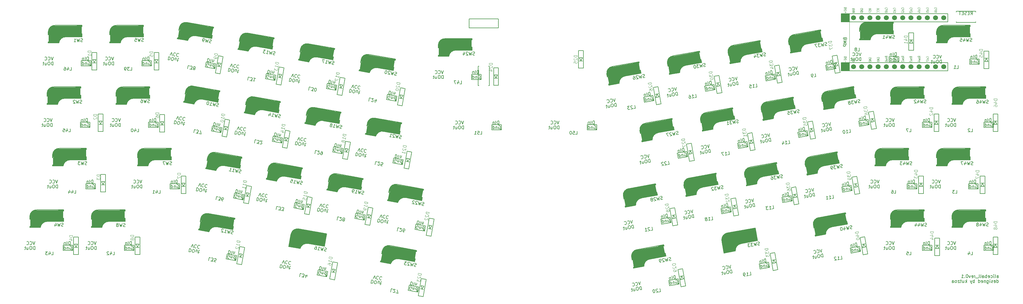
<source format=gbr>
G04 #@! TF.GenerationSoftware,KiCad,Pcbnew,(6.0.0-0)*
G04 #@! TF.CreationDate,2021-12-31T14:24:18+09:00*
G04 #@! TF.ProjectId,aliceball,616c6963-6562-4616-9c6c-2e6b69636164,rev?*
G04 #@! TF.SameCoordinates,Original*
G04 #@! TF.FileFunction,Legend,Bot*
G04 #@! TF.FilePolarity,Positive*
%FSLAX46Y46*%
G04 Gerber Fmt 4.6, Leading zero omitted, Abs format (unit mm)*
G04 Created by KiCad (PCBNEW (6.0.0-0)) date 2021-12-31 14:24:18*
%MOMM*%
%LPD*%
G01*
G04 APERTURE LIST*
%ADD10C,0.150000*%
%ADD11C,0.125000*%
%ADD12C,0.200000*%
%ADD13C,0.100000*%
%ADD14C,0.300000*%
%ADD15C,0.400000*%
%ADD16C,0.500000*%
%ADD17C,3.000000*%
%ADD18C,0.800000*%
%ADD19C,1.000000*%
%ADD20C,3.500000*%
%ADD21C,0.120000*%
%ADD22C,1.524000*%
G04 APERTURE END LIST*
D10*
X322180476Y-103062380D02*
X322180476Y-102062380D01*
X322180476Y-103014761D02*
X322275714Y-103062380D01*
X322466190Y-103062380D01*
X322561428Y-103014761D01*
X322609047Y-102967142D01*
X322656666Y-102871904D01*
X322656666Y-102586190D01*
X322609047Y-102490952D01*
X322561428Y-102443333D01*
X322466190Y-102395714D01*
X322275714Y-102395714D01*
X322180476Y-102443333D01*
X321323333Y-103014761D02*
X321418571Y-103062380D01*
X321609047Y-103062380D01*
X321704285Y-103014761D01*
X321751904Y-102919523D01*
X321751904Y-102538571D01*
X321704285Y-102443333D01*
X321609047Y-102395714D01*
X321418571Y-102395714D01*
X321323333Y-102443333D01*
X321275714Y-102538571D01*
X321275714Y-102633809D01*
X321751904Y-102729047D01*
X320894761Y-103014761D02*
X320799523Y-103062380D01*
X320609047Y-103062380D01*
X320513809Y-103014761D01*
X320466190Y-102919523D01*
X320466190Y-102871904D01*
X320513809Y-102776666D01*
X320609047Y-102729047D01*
X320751904Y-102729047D01*
X320847142Y-102681428D01*
X320894761Y-102586190D01*
X320894761Y-102538571D01*
X320847142Y-102443333D01*
X320751904Y-102395714D01*
X320609047Y-102395714D01*
X320513809Y-102443333D01*
X320037619Y-103062380D02*
X320037619Y-102395714D01*
X320037619Y-102062380D02*
X320085238Y-102110000D01*
X320037619Y-102157619D01*
X319990000Y-102110000D01*
X320037619Y-102062380D01*
X320037619Y-102157619D01*
X319132857Y-102395714D02*
X319132857Y-103205238D01*
X319180476Y-103300476D01*
X319228095Y-103348095D01*
X319323333Y-103395714D01*
X319466190Y-103395714D01*
X319561428Y-103348095D01*
X319132857Y-103014761D02*
X319228095Y-103062380D01*
X319418571Y-103062380D01*
X319513809Y-103014761D01*
X319561428Y-102967142D01*
X319609047Y-102871904D01*
X319609047Y-102586190D01*
X319561428Y-102490952D01*
X319513809Y-102443333D01*
X319418571Y-102395714D01*
X319228095Y-102395714D01*
X319132857Y-102443333D01*
X318656666Y-102395714D02*
X318656666Y-103062380D01*
X318656666Y-102490952D02*
X318609047Y-102443333D01*
X318513809Y-102395714D01*
X318370952Y-102395714D01*
X318275714Y-102443333D01*
X318228095Y-102538571D01*
X318228095Y-103062380D01*
X317370952Y-103014761D02*
X317466190Y-103062380D01*
X317656666Y-103062380D01*
X317751904Y-103014761D01*
X317799523Y-102919523D01*
X317799523Y-102538571D01*
X317751904Y-102443333D01*
X317656666Y-102395714D01*
X317466190Y-102395714D01*
X317370952Y-102443333D01*
X317323333Y-102538571D01*
X317323333Y-102633809D01*
X317799523Y-102729047D01*
X316466190Y-103062380D02*
X316466190Y-102062380D01*
X316466190Y-103014761D02*
X316561428Y-103062380D01*
X316751904Y-103062380D01*
X316847142Y-103014761D01*
X316894761Y-102967142D01*
X316942380Y-102871904D01*
X316942380Y-102586190D01*
X316894761Y-102490952D01*
X316847142Y-102443333D01*
X316751904Y-102395714D01*
X316561428Y-102395714D01*
X316466190Y-102443333D01*
X315228095Y-103062380D02*
X315228095Y-102062380D01*
X315228095Y-102443333D02*
X315132857Y-102395714D01*
X314942380Y-102395714D01*
X314847142Y-102443333D01*
X314799523Y-102490952D01*
X314751904Y-102586190D01*
X314751904Y-102871904D01*
X314799523Y-102967142D01*
X314847142Y-103014761D01*
X314942380Y-103062380D01*
X315132857Y-103062380D01*
X315228095Y-103014761D01*
X314418571Y-102395714D02*
X314180476Y-103062380D01*
X313942380Y-102395714D02*
X314180476Y-103062380D01*
X314275714Y-103300476D01*
X314323333Y-103348095D01*
X314418571Y-103395714D01*
X312799523Y-103062380D02*
X312799523Y-102062380D01*
X312704285Y-102681428D02*
X312418571Y-103062380D01*
X312418571Y-102395714D02*
X312799523Y-102776666D01*
X311561428Y-102395714D02*
X311561428Y-103062380D01*
X311990000Y-102395714D02*
X311990000Y-102919523D01*
X311942380Y-103014761D01*
X311847142Y-103062380D01*
X311704285Y-103062380D01*
X311609047Y-103014761D01*
X311561428Y-102967142D01*
X311228095Y-102395714D02*
X310847142Y-102395714D01*
X311085238Y-102062380D02*
X311085238Y-102919523D01*
X311037619Y-103014761D01*
X310942380Y-103062380D01*
X310847142Y-103062380D01*
X310609047Y-102395714D02*
X310085238Y-102395714D01*
X310609047Y-103062380D01*
X310085238Y-103062380D01*
X309561428Y-103062380D02*
X309656666Y-103014761D01*
X309704285Y-102967142D01*
X309751904Y-102871904D01*
X309751904Y-102586190D01*
X309704285Y-102490952D01*
X309656666Y-102443333D01*
X309561428Y-102395714D01*
X309418571Y-102395714D01*
X309323333Y-102443333D01*
X309275714Y-102490952D01*
X309228095Y-102586190D01*
X309228095Y-102871904D01*
X309275714Y-102967142D01*
X309323333Y-103014761D01*
X309418571Y-103062380D01*
X309561428Y-103062380D01*
X308370952Y-103062380D02*
X308370952Y-102538571D01*
X308418571Y-102443333D01*
X308513809Y-102395714D01*
X308704285Y-102395714D01*
X308799523Y-102443333D01*
X308370952Y-103014761D02*
X308466190Y-103062380D01*
X308704285Y-103062380D01*
X308799523Y-103014761D01*
X308847142Y-102919523D01*
X308847142Y-102824285D01*
X308799523Y-102729047D01*
X308704285Y-102681428D01*
X308466190Y-102681428D01*
X308370952Y-102633809D01*
X322211904Y-101562380D02*
X322211904Y-101038571D01*
X322259523Y-100943333D01*
X322354761Y-100895714D01*
X322545238Y-100895714D01*
X322640476Y-100943333D01*
X322211904Y-101514761D02*
X322307142Y-101562380D01*
X322545238Y-101562380D01*
X322640476Y-101514761D01*
X322688095Y-101419523D01*
X322688095Y-101324285D01*
X322640476Y-101229047D01*
X322545238Y-101181428D01*
X322307142Y-101181428D01*
X322211904Y-101133809D01*
X321592857Y-101562380D02*
X321688095Y-101514761D01*
X321735714Y-101419523D01*
X321735714Y-100562380D01*
X321211904Y-101562380D02*
X321211904Y-100895714D01*
X321211904Y-100562380D02*
X321259523Y-100610000D01*
X321211904Y-100657619D01*
X321164285Y-100610000D01*
X321211904Y-100562380D01*
X321211904Y-100657619D01*
X320307142Y-101514761D02*
X320402380Y-101562380D01*
X320592857Y-101562380D01*
X320688095Y-101514761D01*
X320735714Y-101467142D01*
X320783333Y-101371904D01*
X320783333Y-101086190D01*
X320735714Y-100990952D01*
X320688095Y-100943333D01*
X320592857Y-100895714D01*
X320402380Y-100895714D01*
X320307142Y-100943333D01*
X319497619Y-101514761D02*
X319592857Y-101562380D01*
X319783333Y-101562380D01*
X319878571Y-101514761D01*
X319926190Y-101419523D01*
X319926190Y-101038571D01*
X319878571Y-100943333D01*
X319783333Y-100895714D01*
X319592857Y-100895714D01*
X319497619Y-100943333D01*
X319450000Y-101038571D01*
X319450000Y-101133809D01*
X319926190Y-101229047D01*
X319021428Y-101562380D02*
X319021428Y-100562380D01*
X319021428Y-100943333D02*
X318926190Y-100895714D01*
X318735714Y-100895714D01*
X318640476Y-100943333D01*
X318592857Y-100990952D01*
X318545238Y-101086190D01*
X318545238Y-101371904D01*
X318592857Y-101467142D01*
X318640476Y-101514761D01*
X318735714Y-101562380D01*
X318926190Y-101562380D01*
X319021428Y-101514761D01*
X317688095Y-101562380D02*
X317688095Y-101038571D01*
X317735714Y-100943333D01*
X317830952Y-100895714D01*
X318021428Y-100895714D01*
X318116666Y-100943333D01*
X317688095Y-101514761D02*
X317783333Y-101562380D01*
X318021428Y-101562380D01*
X318116666Y-101514761D01*
X318164285Y-101419523D01*
X318164285Y-101324285D01*
X318116666Y-101229047D01*
X318021428Y-101181428D01*
X317783333Y-101181428D01*
X317688095Y-101133809D01*
X317069047Y-101562380D02*
X317164285Y-101514761D01*
X317211904Y-101419523D01*
X317211904Y-100562380D01*
X316545238Y-101562380D02*
X316640476Y-101514761D01*
X316688095Y-101419523D01*
X316688095Y-100562380D01*
X316402380Y-101657619D02*
X315640476Y-101657619D01*
X315402380Y-101562380D02*
X315402380Y-100895714D01*
X315402380Y-101086190D02*
X315354761Y-100990952D01*
X315307142Y-100943333D01*
X315211904Y-100895714D01*
X315116666Y-100895714D01*
X314402380Y-101514761D02*
X314497619Y-101562380D01*
X314688095Y-101562380D01*
X314783333Y-101514761D01*
X314830952Y-101419523D01*
X314830952Y-101038571D01*
X314783333Y-100943333D01*
X314688095Y-100895714D01*
X314497619Y-100895714D01*
X314402380Y-100943333D01*
X314354761Y-101038571D01*
X314354761Y-101133809D01*
X314830952Y-101229047D01*
X314021428Y-100895714D02*
X313783333Y-101562380D01*
X313545238Y-100895714D01*
X312973809Y-100562380D02*
X312878571Y-100562380D01*
X312783333Y-100610000D01*
X312735714Y-100657619D01*
X312688095Y-100752857D01*
X312640476Y-100943333D01*
X312640476Y-101181428D01*
X312688095Y-101371904D01*
X312735714Y-101467142D01*
X312783333Y-101514761D01*
X312878571Y-101562380D01*
X312973809Y-101562380D01*
X313069047Y-101514761D01*
X313116666Y-101467142D01*
X313164285Y-101371904D01*
X313211904Y-101181428D01*
X313211904Y-100943333D01*
X313164285Y-100752857D01*
X313116666Y-100657619D01*
X313069047Y-100610000D01*
X312973809Y-100562380D01*
X312211904Y-101467142D02*
X312164285Y-101514761D01*
X312211904Y-101562380D01*
X312259523Y-101514761D01*
X312211904Y-101467142D01*
X312211904Y-101562380D01*
X311211904Y-101562380D02*
X311783333Y-101562380D01*
X311497619Y-101562380D02*
X311497619Y-100562380D01*
X311592857Y-100705238D01*
X311688095Y-100800476D01*
X311783333Y-100848095D01*
X35047357Y-37332880D02*
X35523547Y-37332880D01*
X35523547Y-36332880D01*
X34285452Y-36666214D02*
X34285452Y-37332880D01*
X34523547Y-36285261D02*
X34761642Y-36999547D01*
X34142595Y-36999547D01*
X33333071Y-36332880D02*
X33523547Y-36332880D01*
X33618785Y-36380500D01*
X33666404Y-36428119D01*
X33761642Y-36570976D01*
X33809261Y-36761452D01*
X33809261Y-37142404D01*
X33761642Y-37237642D01*
X33714023Y-37285261D01*
X33618785Y-37332880D01*
X33428309Y-37332880D01*
X33333071Y-37285261D01*
X33285452Y-37237642D01*
X33237833Y-37142404D01*
X33237833Y-36904309D01*
X33285452Y-36809071D01*
X33333071Y-36761452D01*
X33428309Y-36713833D01*
X33618785Y-36713833D01*
X33714023Y-36761452D01*
X33761642Y-36809071D01*
X33809261Y-36904309D01*
X29917833Y-33182880D02*
X29584500Y-34182880D01*
X29251166Y-33182880D01*
X28346404Y-34087642D02*
X28394023Y-34135261D01*
X28536880Y-34182880D01*
X28632119Y-34182880D01*
X28774976Y-34135261D01*
X28870214Y-34040023D01*
X28917833Y-33944785D01*
X28965452Y-33754309D01*
X28965452Y-33611452D01*
X28917833Y-33420976D01*
X28870214Y-33325738D01*
X28774976Y-33230500D01*
X28632119Y-33182880D01*
X28536880Y-33182880D01*
X28394023Y-33230500D01*
X28346404Y-33278119D01*
X27346404Y-34087642D02*
X27394023Y-34135261D01*
X27536880Y-34182880D01*
X27632119Y-34182880D01*
X27774976Y-34135261D01*
X27870214Y-34040023D01*
X27917833Y-33944785D01*
X27965452Y-33754309D01*
X27965452Y-33611452D01*
X27917833Y-33420976D01*
X27870214Y-33325738D01*
X27774976Y-33230500D01*
X27632119Y-33182880D01*
X27536880Y-33182880D01*
X27394023Y-33230500D01*
X27346404Y-33278119D01*
X40737357Y-34680500D02*
X40832595Y-34632880D01*
X40975452Y-34632880D01*
X41118309Y-34680500D01*
X41213547Y-34775738D01*
X41261166Y-34870976D01*
X41308785Y-35061452D01*
X41308785Y-35204309D01*
X41261166Y-35394785D01*
X41213547Y-35490023D01*
X41118309Y-35585261D01*
X40975452Y-35632880D01*
X40880214Y-35632880D01*
X40737357Y-35585261D01*
X40689738Y-35537642D01*
X40689738Y-35204309D01*
X40880214Y-35204309D01*
X40261166Y-34966214D02*
X40261166Y-35632880D01*
X40261166Y-35061452D02*
X40213547Y-35013833D01*
X40118309Y-34966214D01*
X39975452Y-34966214D01*
X39880214Y-35013833D01*
X39832595Y-35109071D01*
X39832595Y-35632880D01*
X38927833Y-35632880D02*
X38927833Y-34632880D01*
X38927833Y-35585261D02*
X39023071Y-35632880D01*
X39213547Y-35632880D01*
X39308785Y-35585261D01*
X39356404Y-35537642D01*
X39404023Y-35442404D01*
X39404023Y-35156690D01*
X39356404Y-35061452D01*
X39308785Y-35013833D01*
X39213547Y-34966214D01*
X39023071Y-34966214D01*
X38927833Y-35013833D01*
X29898309Y-35682880D02*
X29898309Y-34682880D01*
X29660214Y-34682880D01*
X29517357Y-34730500D01*
X29422119Y-34825738D01*
X29374500Y-34920976D01*
X29326880Y-35111452D01*
X29326880Y-35254309D01*
X29374500Y-35444785D01*
X29422119Y-35540023D01*
X29517357Y-35635261D01*
X29660214Y-35682880D01*
X29898309Y-35682880D01*
X28707833Y-34682880D02*
X28517357Y-34682880D01*
X28422119Y-34730500D01*
X28326880Y-34825738D01*
X28279261Y-35016214D01*
X28279261Y-35349547D01*
X28326880Y-35540023D01*
X28422119Y-35635261D01*
X28517357Y-35682880D01*
X28707833Y-35682880D01*
X28803071Y-35635261D01*
X28898309Y-35540023D01*
X28945928Y-35349547D01*
X28945928Y-35016214D01*
X28898309Y-34825738D01*
X28803071Y-34730500D01*
X28707833Y-34682880D01*
X27422119Y-35016214D02*
X27422119Y-35682880D01*
X27850690Y-35016214D02*
X27850690Y-35540023D01*
X27803071Y-35635261D01*
X27707833Y-35682880D01*
X27564976Y-35682880D01*
X27469738Y-35635261D01*
X27422119Y-35587642D01*
X27088785Y-35016214D02*
X26707833Y-35016214D01*
X26945928Y-34682880D02*
X26945928Y-35540023D01*
X26898309Y-35635261D01*
X26803071Y-35682880D01*
X26707833Y-35682880D01*
X40846880Y-34142880D02*
X40846880Y-33142880D01*
X40608785Y-33142880D01*
X40465928Y-33190500D01*
X40370690Y-33285738D01*
X40323071Y-33380976D01*
X40275452Y-33571452D01*
X40275452Y-33714309D01*
X40323071Y-33904785D01*
X40370690Y-34000023D01*
X40465928Y-34095261D01*
X40608785Y-34142880D01*
X40846880Y-34142880D01*
X39846880Y-34142880D02*
X39846880Y-33142880D01*
X39370690Y-33476214D02*
X39370690Y-34142880D01*
X39370690Y-33571452D02*
X39323071Y-33523833D01*
X39227833Y-33476214D01*
X39084976Y-33476214D01*
X38989738Y-33523833D01*
X38942119Y-33619071D01*
X38942119Y-34142880D01*
X106851708Y-100294899D02*
X106382752Y-100212210D01*
X106209104Y-101197017D01*
X106912538Y-101321052D02*
X107522181Y-101428548D01*
X107260063Y-100995501D01*
X107400750Y-101020308D01*
X107502810Y-100989950D01*
X107557975Y-100951323D01*
X107621408Y-100865801D01*
X107662753Y-100631323D01*
X107632395Y-100529263D01*
X107593769Y-100474098D01*
X107508246Y-100410665D01*
X107226873Y-100361051D01*
X107124813Y-100391409D01*
X107069648Y-100430035D01*
X108424184Y-101249120D02*
X108539950Y-100592582D01*
X108123555Y-101582940D02*
X108013111Y-100838161D01*
X108622754Y-100945658D01*
X100813484Y-97047030D02*
X101315402Y-96120105D01*
X101470023Y-97162796D01*
X102518150Y-96428889D02*
X102479523Y-96373725D01*
X102347105Y-96302022D01*
X102253314Y-96285484D01*
X102104358Y-96307573D01*
X101994029Y-96384826D01*
X101930596Y-96470349D01*
X101850624Y-96649662D01*
X101825817Y-96790349D01*
X101839637Y-96986200D01*
X101869995Y-97088260D01*
X101947248Y-97198590D01*
X102079666Y-97270292D01*
X102173457Y-97286830D01*
X102322413Y-97264741D01*
X102377577Y-97226115D01*
X103502957Y-96602537D02*
X103464331Y-96547373D01*
X103331913Y-96475670D01*
X103238122Y-96459132D01*
X103089166Y-96481221D01*
X102978837Y-96558474D01*
X102915403Y-96643997D01*
X102835432Y-96823310D01*
X102810625Y-96963997D01*
X102824445Y-97159848D01*
X102854802Y-97261909D01*
X102932056Y-97372238D01*
X103064474Y-97443940D01*
X103158265Y-97460478D01*
X103307221Y-97438389D01*
X103362385Y-97399763D01*
X112585087Y-100546696D02*
X112483027Y-100577054D01*
X112342340Y-100552247D01*
X112209922Y-100480545D01*
X112132669Y-100370216D01*
X112102311Y-100268155D01*
X112088491Y-100072304D01*
X112113298Y-99931617D01*
X112193269Y-99752304D01*
X112256703Y-99666781D01*
X112367032Y-99589528D01*
X112515988Y-99567439D01*
X112609779Y-99583977D01*
X112742197Y-99655680D01*
X112780824Y-99710844D01*
X112722941Y-100039114D01*
X112535358Y-100006038D01*
X113103657Y-100348012D02*
X113219422Y-99691474D01*
X113120194Y-100254221D02*
X113158821Y-100309386D01*
X113244343Y-100372819D01*
X113385030Y-100397626D01*
X113487090Y-100367268D01*
X113550524Y-100281746D01*
X113641482Y-99765895D01*
X114532499Y-99923005D02*
X114358851Y-100907813D01*
X114524230Y-99969900D02*
X114438708Y-99906467D01*
X114251125Y-99873391D01*
X114149065Y-99903749D01*
X114093901Y-99942375D01*
X114030467Y-100027898D01*
X113980853Y-100309271D01*
X114011211Y-100411331D01*
X114049838Y-100466496D01*
X114135360Y-100529930D01*
X114322942Y-100563005D01*
X114425003Y-100532648D01*
X100332268Y-97469891D02*
X100158620Y-98454699D01*
X100393098Y-98496044D01*
X100542054Y-98473955D01*
X100652383Y-98396702D01*
X100715817Y-98311180D01*
X100795788Y-98131866D01*
X100820595Y-97991179D01*
X100806775Y-97795328D01*
X100776417Y-97693268D01*
X100699164Y-97582939D01*
X100566746Y-97511236D01*
X100332268Y-97469891D01*
X101331010Y-98661423D02*
X101518593Y-98694499D01*
X101620653Y-98664141D01*
X101730982Y-98586888D01*
X101810953Y-98407575D01*
X101868836Y-98079305D01*
X101855016Y-97883454D01*
X101777763Y-97773125D01*
X101692241Y-97709691D01*
X101504658Y-97676616D01*
X101402598Y-97706973D01*
X101292269Y-97784226D01*
X101212298Y-97963540D01*
X101154415Y-98291809D01*
X101168235Y-98487661D01*
X101245488Y-98597990D01*
X101331010Y-98661423D01*
X102655074Y-98556416D02*
X102770840Y-97899877D01*
X102233014Y-98481995D02*
X102323972Y-97966144D01*
X102387406Y-97880621D01*
X102489466Y-97850264D01*
X102630153Y-97875071D01*
X102715675Y-97938504D01*
X102754302Y-97993669D01*
X102983344Y-98614299D02*
X103358508Y-98680450D01*
X103066148Y-98967375D02*
X103214989Y-98123254D01*
X103278422Y-98037732D01*
X103380483Y-98007374D01*
X103474274Y-98023912D01*
X112507419Y-98052942D02*
X112333771Y-99037750D01*
X112568249Y-99079095D01*
X112717205Y-99057006D01*
X112827534Y-98979753D01*
X112890968Y-98894230D01*
X112970939Y-98714917D01*
X112995746Y-98574230D01*
X112981926Y-98378379D01*
X112951569Y-98276318D01*
X112874315Y-98165989D01*
X112741898Y-98094287D01*
X112507419Y-98052942D01*
X113492227Y-98226590D02*
X113318579Y-99211398D01*
X113845418Y-98965818D02*
X113961183Y-98309280D01*
X113861956Y-98872027D02*
X113900582Y-98927192D01*
X113986105Y-98990625D01*
X114126792Y-99015432D01*
X114228852Y-98985074D01*
X114292285Y-98899552D01*
X114383244Y-98383700D01*
X220203401Y-66514916D02*
X220672357Y-66432226D01*
X220498709Y-65447418D01*
X219764917Y-65673513D02*
X219709753Y-65634886D01*
X219607693Y-65604529D01*
X219373215Y-65645873D01*
X219287692Y-65709307D01*
X219249066Y-65764472D01*
X219218708Y-65866532D01*
X219235246Y-65960323D01*
X219306948Y-66092741D01*
X219968923Y-66556261D01*
X219359280Y-66663757D01*
X218827005Y-65838892D02*
X218771841Y-65800266D01*
X218669781Y-65769908D01*
X218435303Y-65811253D01*
X218349780Y-65874686D01*
X218311154Y-65929851D01*
X218280796Y-66031911D01*
X218297334Y-66125702D01*
X218369036Y-66258120D01*
X219031011Y-66721640D01*
X218421368Y-66829136D01*
X214431166Y-63318696D02*
X214276545Y-64361387D01*
X213774628Y-63434462D01*
X213040722Y-64482588D02*
X213095886Y-64521215D01*
X213244842Y-64543304D01*
X213338633Y-64526766D01*
X213471051Y-64455063D01*
X213548304Y-64344734D01*
X213578662Y-64242674D01*
X213592482Y-64046823D01*
X213567675Y-63906136D01*
X213487704Y-63726822D01*
X213424270Y-63641300D01*
X213313941Y-63564047D01*
X213164985Y-63541958D01*
X213071194Y-63558496D01*
X212938776Y-63630198D01*
X212900149Y-63685363D01*
X212055914Y-64656237D02*
X212111078Y-64694863D01*
X212260034Y-64716952D01*
X212353825Y-64700414D01*
X212486243Y-64628711D01*
X212563497Y-64518382D01*
X212593854Y-64416322D01*
X212607674Y-64220471D01*
X212582867Y-64079784D01*
X212502896Y-63900471D01*
X212439462Y-63814948D01*
X212329133Y-63737695D01*
X212180177Y-63715606D01*
X212086386Y-63732144D01*
X211953968Y-63803847D01*
X211915342Y-63859011D01*
X225346376Y-62914772D02*
X225431898Y-62851338D01*
X225572585Y-62826531D01*
X225721541Y-62848620D01*
X225831870Y-62925873D01*
X225895304Y-63011396D01*
X225975275Y-63190709D01*
X226000082Y-63331396D01*
X225986262Y-63527247D01*
X225955905Y-63629307D01*
X225878651Y-63739637D01*
X225746233Y-63811339D01*
X225652442Y-63827877D01*
X225503486Y-63805788D01*
X225448322Y-63767162D01*
X225390439Y-63438892D01*
X225578022Y-63405816D01*
X224927034Y-63278835D02*
X225042799Y-63935373D01*
X224943572Y-63372626D02*
X224888407Y-63333999D01*
X224786347Y-63303642D01*
X224645660Y-63328449D01*
X224560138Y-63391882D01*
X224529780Y-63493942D01*
X224620739Y-64009794D01*
X223729722Y-64166904D02*
X223556074Y-63182097D01*
X223721453Y-64120009D02*
X223823513Y-64150366D01*
X224011096Y-64117291D01*
X224096618Y-64053857D01*
X224135245Y-63998692D01*
X224165602Y-63896632D01*
X224115989Y-63615259D01*
X224052555Y-63529736D01*
X223997391Y-63491110D01*
X223895330Y-63460752D01*
X223707748Y-63493828D01*
X223622226Y-63557261D01*
X214846059Y-65784105D02*
X214672411Y-64799297D01*
X214437933Y-64840642D01*
X214305515Y-64912345D01*
X214228262Y-65022674D01*
X214197904Y-65124734D01*
X214184084Y-65320585D01*
X214208891Y-65461272D01*
X214288863Y-65640586D01*
X214352296Y-65726108D01*
X214462625Y-65803361D01*
X214611581Y-65825450D01*
X214846059Y-65784105D01*
X213500021Y-65006021D02*
X213312438Y-65039097D01*
X213226916Y-65102531D01*
X213149663Y-65212860D01*
X213135843Y-65408711D01*
X213193726Y-65736980D01*
X213273697Y-65916294D01*
X213384026Y-65993547D01*
X213486086Y-66023905D01*
X213673669Y-65990829D01*
X213759191Y-65927396D01*
X213836444Y-65817066D01*
X213850264Y-65621215D01*
X213792381Y-65292946D01*
X213712410Y-65113632D01*
X213602081Y-65036379D01*
X213500021Y-65006021D01*
X212291722Y-65557552D02*
X212407487Y-66214091D01*
X212713782Y-65483132D02*
X212804741Y-65998984D01*
X212774383Y-66101044D01*
X212688861Y-66164477D01*
X212548174Y-66189284D01*
X212446114Y-66158926D01*
X212390950Y-66120300D01*
X211963453Y-65615435D02*
X211588288Y-65681587D01*
X211764883Y-65311973D02*
X211913725Y-66156094D01*
X211883367Y-66258154D01*
X211797845Y-66321587D01*
X211704053Y-66338125D01*
X225360880Y-62366302D02*
X225187232Y-61381494D01*
X224952754Y-61422839D01*
X224820336Y-61494541D01*
X224743082Y-61604870D01*
X224712725Y-61706930D01*
X224698905Y-61902782D01*
X224723712Y-62043469D01*
X224803683Y-62222782D01*
X224867117Y-62308304D01*
X224977446Y-62385558D01*
X225126402Y-62407646D01*
X225360880Y-62366302D01*
X224376072Y-62539950D02*
X224202424Y-61555142D01*
X223791350Y-61966101D02*
X223907116Y-62622639D01*
X223807888Y-62059892D02*
X223752724Y-62021265D01*
X223650664Y-61990908D01*
X223509977Y-62015715D01*
X223424455Y-62079148D01*
X223394097Y-62181208D01*
X223485055Y-62697060D01*
X36456857Y-75432880D02*
X36933047Y-75432880D01*
X36933047Y-74432880D01*
X35694952Y-74766214D02*
X35694952Y-75432880D01*
X35933047Y-74385261D02*
X36171142Y-75099547D01*
X35552095Y-75099547D01*
X34742571Y-74766214D02*
X34742571Y-75432880D01*
X34980666Y-74385261D02*
X35218761Y-75099547D01*
X34599714Y-75099547D01*
X31327333Y-71282880D02*
X30994000Y-72282880D01*
X30660666Y-71282880D01*
X29755904Y-72187642D02*
X29803523Y-72235261D01*
X29946380Y-72282880D01*
X30041619Y-72282880D01*
X30184476Y-72235261D01*
X30279714Y-72140023D01*
X30327333Y-72044785D01*
X30374952Y-71854309D01*
X30374952Y-71711452D01*
X30327333Y-71520976D01*
X30279714Y-71425738D01*
X30184476Y-71330500D01*
X30041619Y-71282880D01*
X29946380Y-71282880D01*
X29803523Y-71330500D01*
X29755904Y-71378119D01*
X28755904Y-72187642D02*
X28803523Y-72235261D01*
X28946380Y-72282880D01*
X29041619Y-72282880D01*
X29184476Y-72235261D01*
X29279714Y-72140023D01*
X29327333Y-72044785D01*
X29374952Y-71854309D01*
X29374952Y-71711452D01*
X29327333Y-71520976D01*
X29279714Y-71425738D01*
X29184476Y-71330500D01*
X29041619Y-71282880D01*
X28946380Y-71282880D01*
X28803523Y-71330500D01*
X28755904Y-71378119D01*
X42146857Y-72780500D02*
X42242095Y-72732880D01*
X42384952Y-72732880D01*
X42527809Y-72780500D01*
X42623047Y-72875738D01*
X42670666Y-72970976D01*
X42718285Y-73161452D01*
X42718285Y-73304309D01*
X42670666Y-73494785D01*
X42623047Y-73590023D01*
X42527809Y-73685261D01*
X42384952Y-73732880D01*
X42289714Y-73732880D01*
X42146857Y-73685261D01*
X42099238Y-73637642D01*
X42099238Y-73304309D01*
X42289714Y-73304309D01*
X41670666Y-73066214D02*
X41670666Y-73732880D01*
X41670666Y-73161452D02*
X41623047Y-73113833D01*
X41527809Y-73066214D01*
X41384952Y-73066214D01*
X41289714Y-73113833D01*
X41242095Y-73209071D01*
X41242095Y-73732880D01*
X40337333Y-73732880D02*
X40337333Y-72732880D01*
X40337333Y-73685261D02*
X40432571Y-73732880D01*
X40623047Y-73732880D01*
X40718285Y-73685261D01*
X40765904Y-73637642D01*
X40813523Y-73542404D01*
X40813523Y-73256690D01*
X40765904Y-73161452D01*
X40718285Y-73113833D01*
X40623047Y-73066214D01*
X40432571Y-73066214D01*
X40337333Y-73113833D01*
X31307809Y-73782880D02*
X31307809Y-72782880D01*
X31069714Y-72782880D01*
X30926857Y-72830500D01*
X30831619Y-72925738D01*
X30784000Y-73020976D01*
X30736380Y-73211452D01*
X30736380Y-73354309D01*
X30784000Y-73544785D01*
X30831619Y-73640023D01*
X30926857Y-73735261D01*
X31069714Y-73782880D01*
X31307809Y-73782880D01*
X30117333Y-72782880D02*
X29926857Y-72782880D01*
X29831619Y-72830500D01*
X29736380Y-72925738D01*
X29688761Y-73116214D01*
X29688761Y-73449547D01*
X29736380Y-73640023D01*
X29831619Y-73735261D01*
X29926857Y-73782880D01*
X30117333Y-73782880D01*
X30212571Y-73735261D01*
X30307809Y-73640023D01*
X30355428Y-73449547D01*
X30355428Y-73116214D01*
X30307809Y-72925738D01*
X30212571Y-72830500D01*
X30117333Y-72782880D01*
X28831619Y-73116214D02*
X28831619Y-73782880D01*
X29260190Y-73116214D02*
X29260190Y-73640023D01*
X29212571Y-73735261D01*
X29117333Y-73782880D01*
X28974476Y-73782880D01*
X28879238Y-73735261D01*
X28831619Y-73687642D01*
X28498285Y-73116214D02*
X28117333Y-73116214D01*
X28355428Y-72782880D02*
X28355428Y-73640023D01*
X28307809Y-73735261D01*
X28212571Y-73782880D01*
X28117333Y-73782880D01*
X42256380Y-72242880D02*
X42256380Y-71242880D01*
X42018285Y-71242880D01*
X41875428Y-71290500D01*
X41780190Y-71385738D01*
X41732571Y-71480976D01*
X41684952Y-71671452D01*
X41684952Y-71814309D01*
X41732571Y-72004785D01*
X41780190Y-72100023D01*
X41875428Y-72195261D01*
X42018285Y-72242880D01*
X42256380Y-72242880D01*
X41256380Y-72242880D02*
X41256380Y-71242880D01*
X40780190Y-71576214D02*
X40780190Y-72242880D01*
X40780190Y-71671452D02*
X40732571Y-71623833D01*
X40637333Y-71576214D01*
X40494476Y-71576214D01*
X40399238Y-71623833D01*
X40351619Y-71719071D01*
X40351619Y-72242880D01*
X247444901Y-42511916D02*
X247913857Y-42429226D01*
X247740209Y-41444418D01*
X246600780Y-42660757D02*
X247163528Y-42561530D01*
X246882154Y-42611143D02*
X246708506Y-41626336D01*
X246827104Y-41750484D01*
X246937433Y-41827738D01*
X247039493Y-41858095D01*
X245536116Y-41833060D02*
X246005072Y-41750370D01*
X246134657Y-42211057D01*
X246079492Y-42172430D01*
X245977432Y-42142073D01*
X245742954Y-42183418D01*
X245657432Y-42246851D01*
X245618805Y-42302016D01*
X245588448Y-42404076D01*
X245629792Y-42638554D01*
X245693226Y-42724076D01*
X245748391Y-42762703D01*
X245850451Y-42793060D01*
X246084929Y-42751716D01*
X246170451Y-42688282D01*
X246209078Y-42633118D01*
X241672666Y-39315696D02*
X241518045Y-40358387D01*
X241016128Y-39431462D01*
X240282222Y-40479588D02*
X240337386Y-40518215D01*
X240486342Y-40540304D01*
X240580133Y-40523766D01*
X240712551Y-40452063D01*
X240789804Y-40341734D01*
X240820162Y-40239674D01*
X240833982Y-40043823D01*
X240809175Y-39903136D01*
X240729204Y-39723822D01*
X240665770Y-39638300D01*
X240555441Y-39561047D01*
X240406485Y-39538958D01*
X240312694Y-39555496D01*
X240180276Y-39627198D01*
X240141649Y-39682363D01*
X239297414Y-40653237D02*
X239352578Y-40691863D01*
X239501534Y-40713952D01*
X239595325Y-40697414D01*
X239727743Y-40625711D01*
X239804997Y-40515382D01*
X239835354Y-40413322D01*
X239849174Y-40217471D01*
X239824367Y-40076784D01*
X239744396Y-39897471D01*
X239680962Y-39811948D01*
X239570633Y-39734695D01*
X239421677Y-39712606D01*
X239327886Y-39729144D01*
X239195468Y-39800847D01*
X239156842Y-39856011D01*
X252587876Y-38911772D02*
X252673398Y-38848338D01*
X252814085Y-38823531D01*
X252963041Y-38845620D01*
X253073370Y-38922873D01*
X253136804Y-39008396D01*
X253216775Y-39187709D01*
X253241582Y-39328396D01*
X253227762Y-39524247D01*
X253197405Y-39626307D01*
X253120151Y-39736637D01*
X252987733Y-39808339D01*
X252893942Y-39824877D01*
X252744986Y-39802788D01*
X252689822Y-39764162D01*
X252631939Y-39435892D01*
X252819522Y-39402816D01*
X252168534Y-39275835D02*
X252284299Y-39932373D01*
X252185072Y-39369626D02*
X252129907Y-39330999D01*
X252027847Y-39300642D01*
X251887160Y-39325449D01*
X251801638Y-39388882D01*
X251771280Y-39490942D01*
X251862239Y-40006794D01*
X250971222Y-40163904D02*
X250797574Y-39179097D01*
X250962953Y-40117009D02*
X251065013Y-40147366D01*
X251252596Y-40114291D01*
X251338118Y-40050857D01*
X251376745Y-39995692D01*
X251407102Y-39893632D01*
X251357489Y-39612259D01*
X251294055Y-39526736D01*
X251238891Y-39488110D01*
X251136830Y-39457752D01*
X250949248Y-39490828D01*
X250863726Y-39554261D01*
X242087559Y-41781105D02*
X241913911Y-40796297D01*
X241679433Y-40837642D01*
X241547015Y-40909345D01*
X241469762Y-41019674D01*
X241439404Y-41121734D01*
X241425584Y-41317585D01*
X241450391Y-41458272D01*
X241530363Y-41637586D01*
X241593796Y-41723108D01*
X241704125Y-41800361D01*
X241853081Y-41822450D01*
X242087559Y-41781105D01*
X240741521Y-41003021D02*
X240553938Y-41036097D01*
X240468416Y-41099531D01*
X240391163Y-41209860D01*
X240377343Y-41405711D01*
X240435226Y-41733980D01*
X240515197Y-41913294D01*
X240625526Y-41990547D01*
X240727586Y-42020905D01*
X240915169Y-41987829D01*
X241000691Y-41924396D01*
X241077944Y-41814066D01*
X241091764Y-41618215D01*
X241033881Y-41289946D01*
X240953910Y-41110632D01*
X240843581Y-41033379D01*
X240741521Y-41003021D01*
X239533222Y-41554552D02*
X239648987Y-42211091D01*
X239955282Y-41480132D02*
X240046241Y-41995984D01*
X240015883Y-42098044D01*
X239930361Y-42161477D01*
X239789674Y-42186284D01*
X239687614Y-42155926D01*
X239632450Y-42117300D01*
X239204953Y-41612435D02*
X238829788Y-41678587D01*
X239006383Y-41308973D02*
X239155225Y-42153094D01*
X239124867Y-42255154D01*
X239039345Y-42318587D01*
X238945553Y-42335125D01*
X252602380Y-38363302D02*
X252428732Y-37378494D01*
X252194254Y-37419839D01*
X252061836Y-37491541D01*
X251984582Y-37601870D01*
X251954225Y-37703930D01*
X251940405Y-37899782D01*
X251965212Y-38040469D01*
X252045183Y-38219782D01*
X252108617Y-38305304D01*
X252218946Y-38382558D01*
X252367902Y-38404646D01*
X252602380Y-38363302D01*
X251617572Y-38536950D02*
X251443924Y-37552142D01*
X251032850Y-37963101D02*
X251148616Y-38619639D01*
X251049388Y-38056892D02*
X250994224Y-38018265D01*
X250892164Y-37987908D01*
X250751477Y-38012715D01*
X250665955Y-38076148D01*
X250635597Y-38178208D01*
X250726555Y-38694060D01*
X215059901Y-86898416D02*
X215528857Y-86815726D01*
X215355209Y-85830918D01*
X214621417Y-86057013D02*
X214566253Y-86018386D01*
X214464193Y-85988029D01*
X214229715Y-86029373D01*
X214144192Y-86092807D01*
X214105566Y-86147972D01*
X214075208Y-86250032D01*
X214091746Y-86343823D01*
X214163448Y-86476241D01*
X214825423Y-86939761D01*
X214215780Y-87047257D01*
X213277868Y-87212636D02*
X213840616Y-87113409D01*
X213559242Y-87163023D02*
X213385594Y-86178215D01*
X213504192Y-86302364D01*
X213614521Y-86379617D01*
X213716581Y-86409975D01*
X209287666Y-83702196D02*
X209133045Y-84744887D01*
X208631128Y-83817962D01*
X207897222Y-84866088D02*
X207952386Y-84904715D01*
X208101342Y-84926804D01*
X208195133Y-84910266D01*
X208327551Y-84838563D01*
X208404804Y-84728234D01*
X208435162Y-84626174D01*
X208448982Y-84430323D01*
X208424175Y-84289636D01*
X208344204Y-84110322D01*
X208280770Y-84024800D01*
X208170441Y-83947547D01*
X208021485Y-83925458D01*
X207927694Y-83941996D01*
X207795276Y-84013698D01*
X207756649Y-84068863D01*
X206912414Y-85039737D02*
X206967578Y-85078363D01*
X207116534Y-85100452D01*
X207210325Y-85083914D01*
X207342743Y-85012211D01*
X207419997Y-84901882D01*
X207450354Y-84799822D01*
X207464174Y-84603971D01*
X207439367Y-84463284D01*
X207359396Y-84283971D01*
X207295962Y-84198448D01*
X207185633Y-84121195D01*
X207036677Y-84099106D01*
X206942886Y-84115644D01*
X206810468Y-84187347D01*
X206771842Y-84242511D01*
X220202876Y-83298272D02*
X220288398Y-83234838D01*
X220429085Y-83210031D01*
X220578041Y-83232120D01*
X220688370Y-83309373D01*
X220751804Y-83394896D01*
X220831775Y-83574209D01*
X220856582Y-83714896D01*
X220842762Y-83910747D01*
X220812405Y-84012807D01*
X220735151Y-84123137D01*
X220602733Y-84194839D01*
X220508942Y-84211377D01*
X220359986Y-84189288D01*
X220304822Y-84150662D01*
X220246939Y-83822392D01*
X220434522Y-83789316D01*
X219783534Y-83662335D02*
X219899299Y-84318873D01*
X219800072Y-83756126D02*
X219744907Y-83717499D01*
X219642847Y-83687142D01*
X219502160Y-83711949D01*
X219416638Y-83775382D01*
X219386280Y-83877442D01*
X219477239Y-84393294D01*
X218586222Y-84550404D02*
X218412574Y-83565597D01*
X218577953Y-84503509D02*
X218680013Y-84533866D01*
X218867596Y-84500791D01*
X218953118Y-84437357D01*
X218991745Y-84382192D01*
X219022102Y-84280132D01*
X218972489Y-83998759D01*
X218909055Y-83913236D01*
X218853891Y-83874610D01*
X218751830Y-83844252D01*
X218564248Y-83877328D01*
X218478726Y-83940761D01*
X209702559Y-86167605D02*
X209528911Y-85182797D01*
X209294433Y-85224142D01*
X209162015Y-85295845D01*
X209084762Y-85406174D01*
X209054404Y-85508234D01*
X209040584Y-85704085D01*
X209065391Y-85844772D01*
X209145363Y-86024086D01*
X209208796Y-86109608D01*
X209319125Y-86186861D01*
X209468081Y-86208950D01*
X209702559Y-86167605D01*
X208356521Y-85389521D02*
X208168938Y-85422597D01*
X208083416Y-85486031D01*
X208006163Y-85596360D01*
X207992343Y-85792211D01*
X208050226Y-86120480D01*
X208130197Y-86299794D01*
X208240526Y-86377047D01*
X208342586Y-86407405D01*
X208530169Y-86374329D01*
X208615691Y-86310896D01*
X208692944Y-86200566D01*
X208706764Y-86004715D01*
X208648881Y-85676446D01*
X208568910Y-85497132D01*
X208458581Y-85419879D01*
X208356521Y-85389521D01*
X207148222Y-85941052D02*
X207263987Y-86597591D01*
X207570282Y-85866632D02*
X207661241Y-86382484D01*
X207630883Y-86484544D01*
X207545361Y-86547977D01*
X207404674Y-86572784D01*
X207302614Y-86542426D01*
X207247450Y-86503800D01*
X206819953Y-85998935D02*
X206444788Y-86065087D01*
X206621383Y-85695473D02*
X206770225Y-86539594D01*
X206739867Y-86641654D01*
X206654345Y-86705087D01*
X206560553Y-86721625D01*
X220217380Y-82749802D02*
X220043732Y-81764994D01*
X219809254Y-81806339D01*
X219676836Y-81878041D01*
X219599582Y-81988370D01*
X219569225Y-82090430D01*
X219555405Y-82286282D01*
X219580212Y-82426969D01*
X219660183Y-82606282D01*
X219723617Y-82691804D01*
X219833946Y-82769058D01*
X219982902Y-82791146D01*
X220217380Y-82749802D01*
X219232572Y-82923450D02*
X219058924Y-81938642D01*
X218647850Y-82349601D02*
X218763616Y-83006139D01*
X218664388Y-82443392D02*
X218609224Y-82404765D01*
X218507164Y-82374408D01*
X218366477Y-82399215D01*
X218280955Y-82462648D01*
X218250597Y-82564708D01*
X218341555Y-83080560D01*
X62555357Y-75432880D02*
X63031547Y-75432880D01*
X63031547Y-74432880D01*
X61793452Y-74766214D02*
X61793452Y-75432880D01*
X62031547Y-74385261D02*
X62269642Y-75099547D01*
X61650595Y-75099547D01*
X60745833Y-75432880D02*
X61317261Y-75432880D01*
X61031547Y-75432880D02*
X61031547Y-74432880D01*
X61126785Y-74575738D01*
X61222023Y-74670976D01*
X61317261Y-74718595D01*
X57425833Y-71282880D02*
X57092500Y-72282880D01*
X56759166Y-71282880D01*
X55854404Y-72187642D02*
X55902023Y-72235261D01*
X56044880Y-72282880D01*
X56140119Y-72282880D01*
X56282976Y-72235261D01*
X56378214Y-72140023D01*
X56425833Y-72044785D01*
X56473452Y-71854309D01*
X56473452Y-71711452D01*
X56425833Y-71520976D01*
X56378214Y-71425738D01*
X56282976Y-71330500D01*
X56140119Y-71282880D01*
X56044880Y-71282880D01*
X55902023Y-71330500D01*
X55854404Y-71378119D01*
X54854404Y-72187642D02*
X54902023Y-72235261D01*
X55044880Y-72282880D01*
X55140119Y-72282880D01*
X55282976Y-72235261D01*
X55378214Y-72140023D01*
X55425833Y-72044785D01*
X55473452Y-71854309D01*
X55473452Y-71711452D01*
X55425833Y-71520976D01*
X55378214Y-71425738D01*
X55282976Y-71330500D01*
X55140119Y-71282880D01*
X55044880Y-71282880D01*
X54902023Y-71330500D01*
X54854404Y-71378119D01*
X68245357Y-72780500D02*
X68340595Y-72732880D01*
X68483452Y-72732880D01*
X68626309Y-72780500D01*
X68721547Y-72875738D01*
X68769166Y-72970976D01*
X68816785Y-73161452D01*
X68816785Y-73304309D01*
X68769166Y-73494785D01*
X68721547Y-73590023D01*
X68626309Y-73685261D01*
X68483452Y-73732880D01*
X68388214Y-73732880D01*
X68245357Y-73685261D01*
X68197738Y-73637642D01*
X68197738Y-73304309D01*
X68388214Y-73304309D01*
X67769166Y-73066214D02*
X67769166Y-73732880D01*
X67769166Y-73161452D02*
X67721547Y-73113833D01*
X67626309Y-73066214D01*
X67483452Y-73066214D01*
X67388214Y-73113833D01*
X67340595Y-73209071D01*
X67340595Y-73732880D01*
X66435833Y-73732880D02*
X66435833Y-72732880D01*
X66435833Y-73685261D02*
X66531071Y-73732880D01*
X66721547Y-73732880D01*
X66816785Y-73685261D01*
X66864404Y-73637642D01*
X66912023Y-73542404D01*
X66912023Y-73256690D01*
X66864404Y-73161452D01*
X66816785Y-73113833D01*
X66721547Y-73066214D01*
X66531071Y-73066214D01*
X66435833Y-73113833D01*
X57406309Y-73782880D02*
X57406309Y-72782880D01*
X57168214Y-72782880D01*
X57025357Y-72830500D01*
X56930119Y-72925738D01*
X56882500Y-73020976D01*
X56834880Y-73211452D01*
X56834880Y-73354309D01*
X56882500Y-73544785D01*
X56930119Y-73640023D01*
X57025357Y-73735261D01*
X57168214Y-73782880D01*
X57406309Y-73782880D01*
X56215833Y-72782880D02*
X56025357Y-72782880D01*
X55930119Y-72830500D01*
X55834880Y-72925738D01*
X55787261Y-73116214D01*
X55787261Y-73449547D01*
X55834880Y-73640023D01*
X55930119Y-73735261D01*
X56025357Y-73782880D01*
X56215833Y-73782880D01*
X56311071Y-73735261D01*
X56406309Y-73640023D01*
X56453928Y-73449547D01*
X56453928Y-73116214D01*
X56406309Y-72925738D01*
X56311071Y-72830500D01*
X56215833Y-72782880D01*
X54930119Y-73116214D02*
X54930119Y-73782880D01*
X55358690Y-73116214D02*
X55358690Y-73640023D01*
X55311071Y-73735261D01*
X55215833Y-73782880D01*
X55072976Y-73782880D01*
X54977738Y-73735261D01*
X54930119Y-73687642D01*
X54596785Y-73116214D02*
X54215833Y-73116214D01*
X54453928Y-72782880D02*
X54453928Y-73640023D01*
X54406309Y-73735261D01*
X54311071Y-73782880D01*
X54215833Y-73782880D01*
X68354880Y-72242880D02*
X68354880Y-71242880D01*
X68116785Y-71242880D01*
X67973928Y-71290500D01*
X67878690Y-71385738D01*
X67831071Y-71480976D01*
X67783452Y-71671452D01*
X67783452Y-71814309D01*
X67831071Y-72004785D01*
X67878690Y-72100023D01*
X67973928Y-72195261D01*
X68116785Y-72242880D01*
X68354880Y-72242880D01*
X67354880Y-72242880D02*
X67354880Y-71242880D01*
X66878690Y-71576214D02*
X66878690Y-72242880D01*
X66878690Y-71671452D02*
X66831071Y-71623833D01*
X66735833Y-71576214D01*
X66592976Y-71576214D01*
X66497738Y-71623833D01*
X66450119Y-71719071D01*
X66450119Y-72242880D01*
X78657708Y-95341899D02*
X78188752Y-95259210D01*
X78015104Y-96244017D01*
X78718538Y-96368052D02*
X79328181Y-96475548D01*
X79066063Y-96042501D01*
X79206750Y-96067308D01*
X79308810Y-96036950D01*
X79363975Y-95998323D01*
X79427408Y-95912801D01*
X79468753Y-95678323D01*
X79438395Y-95576263D01*
X79399769Y-95521098D01*
X79314246Y-95457665D01*
X79032873Y-95408051D01*
X78930813Y-95438409D01*
X78875648Y-95477035D01*
X80219197Y-96632659D02*
X79750241Y-96549969D01*
X79786035Y-96072744D01*
X79824662Y-96127908D01*
X79910184Y-96191342D01*
X80144662Y-96232687D01*
X80246722Y-96202329D01*
X80301887Y-96163702D01*
X80365320Y-96078180D01*
X80406665Y-95843702D01*
X80376307Y-95741642D01*
X80337681Y-95686477D01*
X80252159Y-95623044D01*
X80017681Y-95581699D01*
X79915620Y-95612057D01*
X79860456Y-95650683D01*
X72619484Y-92094030D02*
X73121402Y-91167105D01*
X73276023Y-92209796D01*
X74324150Y-91475889D02*
X74285523Y-91420725D01*
X74153105Y-91349022D01*
X74059314Y-91332484D01*
X73910358Y-91354573D01*
X73800029Y-91431826D01*
X73736596Y-91517349D01*
X73656624Y-91696662D01*
X73631817Y-91837349D01*
X73645637Y-92033200D01*
X73675995Y-92135260D01*
X73753248Y-92245590D01*
X73885666Y-92317292D01*
X73979457Y-92333830D01*
X74128413Y-92311741D01*
X74183577Y-92273115D01*
X75308957Y-91649537D02*
X75270331Y-91594373D01*
X75137913Y-91522670D01*
X75044122Y-91506132D01*
X74895166Y-91528221D01*
X74784837Y-91605474D01*
X74721403Y-91690997D01*
X74641432Y-91870310D01*
X74616625Y-92010997D01*
X74630445Y-92206848D01*
X74660802Y-92308909D01*
X74738056Y-92419238D01*
X74870474Y-92490940D01*
X74964265Y-92507478D01*
X75113221Y-92485389D01*
X75168385Y-92446763D01*
X84391087Y-95593696D02*
X84289027Y-95624054D01*
X84148340Y-95599247D01*
X84015922Y-95527545D01*
X83938669Y-95417216D01*
X83908311Y-95315155D01*
X83894491Y-95119304D01*
X83919298Y-94978617D01*
X83999269Y-94799304D01*
X84062703Y-94713781D01*
X84173032Y-94636528D01*
X84321988Y-94614439D01*
X84415779Y-94630977D01*
X84548197Y-94702680D01*
X84586824Y-94757844D01*
X84528941Y-95086114D01*
X84341358Y-95053038D01*
X84909657Y-95395012D02*
X85025422Y-94738474D01*
X84926194Y-95301221D02*
X84964821Y-95356386D01*
X85050343Y-95419819D01*
X85191030Y-95444626D01*
X85293090Y-95414268D01*
X85356524Y-95328746D01*
X85447482Y-94812895D01*
X86338499Y-94970005D02*
X86164851Y-95954813D01*
X86330230Y-95016900D02*
X86244708Y-94953467D01*
X86057125Y-94920391D01*
X85955065Y-94950749D01*
X85899901Y-94989375D01*
X85836467Y-95074898D01*
X85786853Y-95356271D01*
X85817211Y-95458331D01*
X85855838Y-95513496D01*
X85941360Y-95576930D01*
X86128942Y-95610005D01*
X86231003Y-95579648D01*
X72138268Y-92516891D02*
X71964620Y-93501699D01*
X72199098Y-93543044D01*
X72348054Y-93520955D01*
X72458383Y-93443702D01*
X72521817Y-93358180D01*
X72601788Y-93178866D01*
X72626595Y-93038179D01*
X72612775Y-92842328D01*
X72582417Y-92740268D01*
X72505164Y-92629939D01*
X72372746Y-92558236D01*
X72138268Y-92516891D01*
X73137010Y-93708423D02*
X73324593Y-93741499D01*
X73426653Y-93711141D01*
X73536982Y-93633888D01*
X73616953Y-93454575D01*
X73674836Y-93126305D01*
X73661016Y-92930454D01*
X73583763Y-92820125D01*
X73498241Y-92756691D01*
X73310658Y-92723616D01*
X73208598Y-92753973D01*
X73098269Y-92831226D01*
X73018298Y-93010540D01*
X72960415Y-93338809D01*
X72974235Y-93534661D01*
X73051488Y-93644990D01*
X73137010Y-93708423D01*
X74461074Y-93603416D02*
X74576840Y-92946877D01*
X74039014Y-93528995D02*
X74129972Y-93013144D01*
X74193406Y-92927621D01*
X74295466Y-92897264D01*
X74436153Y-92922071D01*
X74521675Y-92985504D01*
X74560302Y-93040669D01*
X74789344Y-93661299D02*
X75164508Y-93727450D01*
X74872148Y-94014375D02*
X75020989Y-93170254D01*
X75084422Y-93084732D01*
X75186483Y-93054374D01*
X75280274Y-93070912D01*
X84313419Y-93099942D02*
X84139771Y-94084750D01*
X84374249Y-94126095D01*
X84523205Y-94104006D01*
X84633534Y-94026753D01*
X84696968Y-93941230D01*
X84776939Y-93761917D01*
X84801746Y-93621230D01*
X84787926Y-93425379D01*
X84757569Y-93323318D01*
X84680315Y-93212989D01*
X84547898Y-93141287D01*
X84313419Y-93099942D01*
X85298227Y-93273590D02*
X85124579Y-94258398D01*
X85651418Y-94012818D02*
X85767183Y-93356280D01*
X85667956Y-93919027D02*
X85706582Y-93974192D01*
X85792105Y-94037625D01*
X85932792Y-94062432D01*
X86034852Y-94032074D01*
X86098285Y-93946552D01*
X86189244Y-93430700D01*
X252588401Y-80230916D02*
X253057357Y-80148226D01*
X252883709Y-79163418D01*
X251744280Y-80379757D02*
X252307028Y-80280530D01*
X252025654Y-80330143D02*
X251852006Y-79345336D01*
X251970604Y-79469484D01*
X252080933Y-79546738D01*
X252182993Y-79577095D01*
X251242363Y-79452832D02*
X250632720Y-79560329D01*
X251027141Y-79877611D01*
X250886454Y-79902418D01*
X250800932Y-79965851D01*
X250762305Y-80021016D01*
X250731948Y-80123076D01*
X250773292Y-80357554D01*
X250836726Y-80443076D01*
X250891891Y-80481703D01*
X250993951Y-80512060D01*
X251275324Y-80462447D01*
X251360847Y-80399013D01*
X251399473Y-80343849D01*
X246816166Y-77034696D02*
X246661545Y-78077387D01*
X246159628Y-77150462D01*
X245425722Y-78198588D02*
X245480886Y-78237215D01*
X245629842Y-78259304D01*
X245723633Y-78242766D01*
X245856051Y-78171063D01*
X245933304Y-78060734D01*
X245963662Y-77958674D01*
X245977482Y-77762823D01*
X245952675Y-77622136D01*
X245872704Y-77442822D01*
X245809270Y-77357300D01*
X245698941Y-77280047D01*
X245549985Y-77257958D01*
X245456194Y-77274496D01*
X245323776Y-77346198D01*
X245285149Y-77401363D01*
X244440914Y-78372237D02*
X244496078Y-78410863D01*
X244645034Y-78432952D01*
X244738825Y-78416414D01*
X244871243Y-78344711D01*
X244948497Y-78234382D01*
X244978854Y-78132322D01*
X244992674Y-77936471D01*
X244967867Y-77795784D01*
X244887896Y-77616471D01*
X244824462Y-77530948D01*
X244714133Y-77453695D01*
X244565177Y-77431606D01*
X244471386Y-77448144D01*
X244338968Y-77519847D01*
X244300342Y-77575011D01*
X257731376Y-76630772D02*
X257816898Y-76567338D01*
X257957585Y-76542531D01*
X258106541Y-76564620D01*
X258216870Y-76641873D01*
X258280304Y-76727396D01*
X258360275Y-76906709D01*
X258385082Y-77047396D01*
X258371262Y-77243247D01*
X258340905Y-77345307D01*
X258263651Y-77455637D01*
X258131233Y-77527339D01*
X258037442Y-77543877D01*
X257888486Y-77521788D01*
X257833322Y-77483162D01*
X257775439Y-77154892D01*
X257963022Y-77121816D01*
X257312034Y-76994835D02*
X257427799Y-77651373D01*
X257328572Y-77088626D02*
X257273407Y-77049999D01*
X257171347Y-77019642D01*
X257030660Y-77044449D01*
X256945138Y-77107882D01*
X256914780Y-77209942D01*
X257005739Y-77725794D01*
X256114722Y-77882904D02*
X255941074Y-76898097D01*
X256106453Y-77836009D02*
X256208513Y-77866366D01*
X256396096Y-77833291D01*
X256481618Y-77769857D01*
X256520245Y-77714692D01*
X256550602Y-77612632D01*
X256500989Y-77331259D01*
X256437555Y-77245736D01*
X256382391Y-77207110D01*
X256280330Y-77176752D01*
X256092748Y-77209828D01*
X256007226Y-77273261D01*
X247231059Y-79500105D02*
X247057411Y-78515297D01*
X246822933Y-78556642D01*
X246690515Y-78628345D01*
X246613262Y-78738674D01*
X246582904Y-78840734D01*
X246569084Y-79036585D01*
X246593891Y-79177272D01*
X246673863Y-79356586D01*
X246737296Y-79442108D01*
X246847625Y-79519361D01*
X246996581Y-79541450D01*
X247231059Y-79500105D01*
X245885021Y-78722021D02*
X245697438Y-78755097D01*
X245611916Y-78818531D01*
X245534663Y-78928860D01*
X245520843Y-79124711D01*
X245578726Y-79452980D01*
X245658697Y-79632294D01*
X245769026Y-79709547D01*
X245871086Y-79739905D01*
X246058669Y-79706829D01*
X246144191Y-79643396D01*
X246221444Y-79533066D01*
X246235264Y-79337215D01*
X246177381Y-79008946D01*
X246097410Y-78829632D01*
X245987081Y-78752379D01*
X245885021Y-78722021D01*
X244676722Y-79273552D02*
X244792487Y-79930091D01*
X245098782Y-79199132D02*
X245189741Y-79714984D01*
X245159383Y-79817044D01*
X245073861Y-79880477D01*
X244933174Y-79905284D01*
X244831114Y-79874926D01*
X244775950Y-79836300D01*
X244348453Y-79331435D02*
X243973288Y-79397587D01*
X244149883Y-79027973D02*
X244298725Y-79872094D01*
X244268367Y-79974154D01*
X244182845Y-80037587D01*
X244089053Y-80054125D01*
X257745880Y-76082302D02*
X257572232Y-75097494D01*
X257337754Y-75138839D01*
X257205336Y-75210541D01*
X257128082Y-75320870D01*
X257097725Y-75422930D01*
X257083905Y-75618782D01*
X257108712Y-75759469D01*
X257188683Y-75938782D01*
X257252117Y-76024304D01*
X257362446Y-76101558D01*
X257511402Y-76123646D01*
X257745880Y-76082302D01*
X256761072Y-76255950D02*
X256587424Y-75271142D01*
X256176350Y-75682101D02*
X256292116Y-76338639D01*
X256192888Y-75775892D02*
X256137724Y-75737265D01*
X256035664Y-75706908D01*
X255894977Y-75731715D01*
X255809455Y-75795148D01*
X255779097Y-75897208D01*
X255870055Y-76413060D01*
X111614208Y-62194899D02*
X111145252Y-62112210D01*
X110971604Y-63097017D01*
X111738471Y-63135530D02*
X111777098Y-63190694D01*
X111862620Y-63254128D01*
X112097098Y-63295472D01*
X112199158Y-63265115D01*
X112254323Y-63226488D01*
X112317757Y-63140966D01*
X112334294Y-63047175D01*
X112312206Y-62898219D01*
X111848686Y-62236244D01*
X112458329Y-62343741D01*
X112927285Y-62426430D02*
X113114867Y-62459506D01*
X113200390Y-62522940D01*
X113239016Y-62578104D01*
X113308001Y-62735329D01*
X113321820Y-62931180D01*
X113255669Y-63306345D01*
X113192235Y-63391867D01*
X113137071Y-63430494D01*
X113035010Y-63460852D01*
X112847428Y-63427776D01*
X112761906Y-63364342D01*
X112723279Y-63309178D01*
X112692921Y-63207118D01*
X112734266Y-62972640D01*
X112797700Y-62887117D01*
X112852864Y-62848491D01*
X112954924Y-62818133D01*
X113142507Y-62851209D01*
X113228029Y-62914642D01*
X113266656Y-62969807D01*
X113297013Y-63071867D01*
X105575984Y-58947030D02*
X106077902Y-58020105D01*
X106232523Y-59062796D01*
X107280650Y-58328889D02*
X107242023Y-58273725D01*
X107109605Y-58202022D01*
X107015814Y-58185484D01*
X106866858Y-58207573D01*
X106756529Y-58284826D01*
X106693096Y-58370349D01*
X106613124Y-58549662D01*
X106588317Y-58690349D01*
X106602137Y-58886200D01*
X106632495Y-58988260D01*
X106709748Y-59098590D01*
X106842166Y-59170292D01*
X106935957Y-59186830D01*
X107084913Y-59164741D01*
X107140077Y-59126115D01*
X108265457Y-58502537D02*
X108226831Y-58447373D01*
X108094413Y-58375670D01*
X108000622Y-58359132D01*
X107851666Y-58381221D01*
X107741337Y-58458474D01*
X107677903Y-58543997D01*
X107597932Y-58723310D01*
X107573125Y-58863997D01*
X107586945Y-59059848D01*
X107617302Y-59161909D01*
X107694556Y-59272238D01*
X107826974Y-59343940D01*
X107920765Y-59360478D01*
X108069721Y-59338389D01*
X108124885Y-59299763D01*
X117347587Y-62446696D02*
X117245527Y-62477054D01*
X117104840Y-62452247D01*
X116972422Y-62380545D01*
X116895169Y-62270216D01*
X116864811Y-62168155D01*
X116850991Y-61972304D01*
X116875798Y-61831617D01*
X116955769Y-61652304D01*
X117019203Y-61566781D01*
X117129532Y-61489528D01*
X117278488Y-61467439D01*
X117372279Y-61483977D01*
X117504697Y-61555680D01*
X117543324Y-61610844D01*
X117485441Y-61939114D01*
X117297858Y-61906038D01*
X117866157Y-62248012D02*
X117981922Y-61591474D01*
X117882694Y-62154221D02*
X117921321Y-62209386D01*
X118006843Y-62272819D01*
X118147530Y-62297626D01*
X118249590Y-62267268D01*
X118313024Y-62181746D01*
X118403982Y-61665895D01*
X119294999Y-61823005D02*
X119121351Y-62807813D01*
X119286730Y-61869900D02*
X119201208Y-61806467D01*
X119013625Y-61773391D01*
X118911565Y-61803749D01*
X118856401Y-61842375D01*
X118792967Y-61927898D01*
X118743353Y-62209271D01*
X118773711Y-62311331D01*
X118812338Y-62366496D01*
X118897860Y-62429930D01*
X119085442Y-62463005D01*
X119187503Y-62432648D01*
X105094768Y-59369891D02*
X104921120Y-60354699D01*
X105155598Y-60396044D01*
X105304554Y-60373955D01*
X105414883Y-60296702D01*
X105478317Y-60211180D01*
X105558288Y-60031866D01*
X105583095Y-59891179D01*
X105569275Y-59695328D01*
X105538917Y-59593268D01*
X105461664Y-59482939D01*
X105329246Y-59411236D01*
X105094768Y-59369891D01*
X106093510Y-60561423D02*
X106281093Y-60594499D01*
X106383153Y-60564141D01*
X106493482Y-60486888D01*
X106573453Y-60307575D01*
X106631336Y-59979305D01*
X106617516Y-59783454D01*
X106540263Y-59673125D01*
X106454741Y-59609691D01*
X106267158Y-59576616D01*
X106165098Y-59606973D01*
X106054769Y-59684226D01*
X105974798Y-59863540D01*
X105916915Y-60191809D01*
X105930735Y-60387661D01*
X106007988Y-60497990D01*
X106093510Y-60561423D01*
X107417574Y-60456416D02*
X107533340Y-59799877D01*
X106995514Y-60381995D02*
X107086472Y-59866144D01*
X107149906Y-59780621D01*
X107251966Y-59750264D01*
X107392653Y-59775071D01*
X107478175Y-59838504D01*
X107516802Y-59893669D01*
X107745844Y-60514299D02*
X108121008Y-60580450D01*
X107828648Y-60867375D02*
X107977489Y-60023254D01*
X108040922Y-59937732D01*
X108142983Y-59907374D01*
X108236774Y-59923912D01*
X117269919Y-59952942D02*
X117096271Y-60937750D01*
X117330749Y-60979095D01*
X117479705Y-60957006D01*
X117590034Y-60879753D01*
X117653468Y-60794230D01*
X117733439Y-60614917D01*
X117758246Y-60474230D01*
X117744426Y-60278379D01*
X117714069Y-60176318D01*
X117636815Y-60065989D01*
X117504398Y-59994287D01*
X117269919Y-59952942D01*
X118254727Y-60126590D02*
X118081079Y-61111398D01*
X118607918Y-60865818D02*
X118723683Y-60209280D01*
X118624456Y-60772027D02*
X118663082Y-60827192D01*
X118748605Y-60890625D01*
X118889292Y-60915432D01*
X118991352Y-60885074D01*
X119054785Y-60799552D01*
X119145744Y-60283700D01*
X135045708Y-105057399D02*
X134576752Y-104974710D01*
X134403104Y-105959517D01*
X135169971Y-105998030D02*
X135208598Y-106053194D01*
X135294120Y-106116628D01*
X135528598Y-106157972D01*
X135630658Y-106127615D01*
X135685823Y-106088988D01*
X135749257Y-106003466D01*
X135765794Y-105909675D01*
X135743706Y-105760719D01*
X135280186Y-105098744D01*
X135889829Y-105206241D01*
X136044450Y-106248931D02*
X136700988Y-106364696D01*
X136452576Y-105305468D01*
X129007484Y-101809530D02*
X129509402Y-100882605D01*
X129664023Y-101925296D01*
X130712150Y-101191389D02*
X130673523Y-101136225D01*
X130541105Y-101064522D01*
X130447314Y-101047984D01*
X130298358Y-101070073D01*
X130188029Y-101147326D01*
X130124596Y-101232849D01*
X130044624Y-101412162D01*
X130019817Y-101552849D01*
X130033637Y-101748700D01*
X130063995Y-101850760D01*
X130141248Y-101961090D01*
X130273666Y-102032792D01*
X130367457Y-102049330D01*
X130516413Y-102027241D01*
X130571577Y-101988615D01*
X131696957Y-101365037D02*
X131658331Y-101309873D01*
X131525913Y-101238170D01*
X131432122Y-101221632D01*
X131283166Y-101243721D01*
X131172837Y-101320974D01*
X131109403Y-101406497D01*
X131029432Y-101585810D01*
X131004625Y-101726497D01*
X131018445Y-101922348D01*
X131048802Y-102024409D01*
X131126056Y-102134738D01*
X131258474Y-102206440D01*
X131352265Y-102222978D01*
X131501221Y-102200889D01*
X131556385Y-102162263D01*
X140779087Y-105309196D02*
X140677027Y-105339554D01*
X140536340Y-105314747D01*
X140403922Y-105243045D01*
X140326669Y-105132716D01*
X140296311Y-105030655D01*
X140282491Y-104834804D01*
X140307298Y-104694117D01*
X140387269Y-104514804D01*
X140450703Y-104429281D01*
X140561032Y-104352028D01*
X140709988Y-104329939D01*
X140803779Y-104346477D01*
X140936197Y-104418180D01*
X140974824Y-104473344D01*
X140916941Y-104801614D01*
X140729358Y-104768538D01*
X141297657Y-105110512D02*
X141413422Y-104453974D01*
X141314194Y-105016721D02*
X141352821Y-105071886D01*
X141438343Y-105135319D01*
X141579030Y-105160126D01*
X141681090Y-105129768D01*
X141744524Y-105044246D01*
X141835482Y-104528395D01*
X142726499Y-104685505D02*
X142552851Y-105670313D01*
X142718230Y-104732400D02*
X142632708Y-104668967D01*
X142445125Y-104635891D01*
X142343065Y-104666249D01*
X142287901Y-104704875D01*
X142224467Y-104790398D01*
X142174853Y-105071771D01*
X142205211Y-105173831D01*
X142243838Y-105228996D01*
X142329360Y-105292430D01*
X142516942Y-105325505D01*
X142619003Y-105295148D01*
X128526268Y-102232391D02*
X128352620Y-103217199D01*
X128587098Y-103258544D01*
X128736054Y-103236455D01*
X128846383Y-103159202D01*
X128909817Y-103073680D01*
X128989788Y-102894366D01*
X129014595Y-102753679D01*
X129000775Y-102557828D01*
X128970417Y-102455768D01*
X128893164Y-102345439D01*
X128760746Y-102273736D01*
X128526268Y-102232391D01*
X129525010Y-103423923D02*
X129712593Y-103456999D01*
X129814653Y-103426641D01*
X129924982Y-103349388D01*
X130004953Y-103170075D01*
X130062836Y-102841805D01*
X130049016Y-102645954D01*
X129971763Y-102535625D01*
X129886241Y-102472191D01*
X129698658Y-102439116D01*
X129596598Y-102469473D01*
X129486269Y-102546726D01*
X129406298Y-102726040D01*
X129348415Y-103054309D01*
X129362235Y-103250161D01*
X129439488Y-103360490D01*
X129525010Y-103423923D01*
X130849074Y-103318916D02*
X130964840Y-102662377D01*
X130427014Y-103244495D02*
X130517972Y-102728644D01*
X130581406Y-102643121D01*
X130683466Y-102612764D01*
X130824153Y-102637571D01*
X130909675Y-102701004D01*
X130948302Y-102756169D01*
X131177344Y-103376799D02*
X131552508Y-103442950D01*
X131260148Y-103729875D02*
X131408989Y-102885754D01*
X131472422Y-102800232D01*
X131574483Y-102769874D01*
X131668274Y-102786412D01*
X140701419Y-102815442D02*
X140527771Y-103800250D01*
X140762249Y-103841595D01*
X140911205Y-103819506D01*
X141021534Y-103742253D01*
X141084968Y-103656730D01*
X141164939Y-103477417D01*
X141189746Y-103336730D01*
X141175926Y-103140879D01*
X141145569Y-103038818D01*
X141068315Y-102928489D01*
X140935898Y-102856787D01*
X140701419Y-102815442D01*
X141686227Y-102989090D02*
X141512579Y-103973898D01*
X142039418Y-103728318D02*
X142155183Y-103071780D01*
X142055956Y-103634527D02*
X142094582Y-103689692D01*
X142180105Y-103753125D01*
X142320792Y-103777932D01*
X142422852Y-103747574D01*
X142486285Y-103662052D01*
X142577244Y-103146200D01*
X162186857Y-57144880D02*
X162663047Y-57144880D01*
X162663047Y-56144880D01*
X161377333Y-56144880D02*
X161853523Y-56144880D01*
X161901142Y-56621071D01*
X161853523Y-56573452D01*
X161758285Y-56525833D01*
X161520190Y-56525833D01*
X161424952Y-56573452D01*
X161377333Y-56621071D01*
X161329714Y-56716309D01*
X161329714Y-56954404D01*
X161377333Y-57049642D01*
X161424952Y-57097261D01*
X161520190Y-57144880D01*
X161758285Y-57144880D01*
X161853523Y-57097261D01*
X161901142Y-57049642D01*
X160377333Y-57144880D02*
X160948761Y-57144880D01*
X160663047Y-57144880D02*
X160663047Y-56144880D01*
X160758285Y-56287738D01*
X160853523Y-56382976D01*
X160948761Y-56430595D01*
X157057333Y-52994880D02*
X156724000Y-53994880D01*
X156390666Y-52994880D01*
X155485904Y-53899642D02*
X155533523Y-53947261D01*
X155676380Y-53994880D01*
X155771619Y-53994880D01*
X155914476Y-53947261D01*
X156009714Y-53852023D01*
X156057333Y-53756785D01*
X156104952Y-53566309D01*
X156104952Y-53423452D01*
X156057333Y-53232976D01*
X156009714Y-53137738D01*
X155914476Y-53042500D01*
X155771619Y-52994880D01*
X155676380Y-52994880D01*
X155533523Y-53042500D01*
X155485904Y-53090119D01*
X154485904Y-53899642D02*
X154533523Y-53947261D01*
X154676380Y-53994880D01*
X154771619Y-53994880D01*
X154914476Y-53947261D01*
X155009714Y-53852023D01*
X155057333Y-53756785D01*
X155104952Y-53566309D01*
X155104952Y-53423452D01*
X155057333Y-53232976D01*
X155009714Y-53137738D01*
X154914476Y-53042500D01*
X154771619Y-52994880D01*
X154676380Y-52994880D01*
X154533523Y-53042500D01*
X154485904Y-53090119D01*
X167876857Y-54492500D02*
X167972095Y-54444880D01*
X168114952Y-54444880D01*
X168257809Y-54492500D01*
X168353047Y-54587738D01*
X168400666Y-54682976D01*
X168448285Y-54873452D01*
X168448285Y-55016309D01*
X168400666Y-55206785D01*
X168353047Y-55302023D01*
X168257809Y-55397261D01*
X168114952Y-55444880D01*
X168019714Y-55444880D01*
X167876857Y-55397261D01*
X167829238Y-55349642D01*
X167829238Y-55016309D01*
X168019714Y-55016309D01*
X167400666Y-54778214D02*
X167400666Y-55444880D01*
X167400666Y-54873452D02*
X167353047Y-54825833D01*
X167257809Y-54778214D01*
X167114952Y-54778214D01*
X167019714Y-54825833D01*
X166972095Y-54921071D01*
X166972095Y-55444880D01*
X166067333Y-55444880D02*
X166067333Y-54444880D01*
X166067333Y-55397261D02*
X166162571Y-55444880D01*
X166353047Y-55444880D01*
X166448285Y-55397261D01*
X166495904Y-55349642D01*
X166543523Y-55254404D01*
X166543523Y-54968690D01*
X166495904Y-54873452D01*
X166448285Y-54825833D01*
X166353047Y-54778214D01*
X166162571Y-54778214D01*
X166067333Y-54825833D01*
X157037809Y-55494880D02*
X157037809Y-54494880D01*
X156799714Y-54494880D01*
X156656857Y-54542500D01*
X156561619Y-54637738D01*
X156514000Y-54732976D01*
X156466380Y-54923452D01*
X156466380Y-55066309D01*
X156514000Y-55256785D01*
X156561619Y-55352023D01*
X156656857Y-55447261D01*
X156799714Y-55494880D01*
X157037809Y-55494880D01*
X155847333Y-54494880D02*
X155656857Y-54494880D01*
X155561619Y-54542500D01*
X155466380Y-54637738D01*
X155418761Y-54828214D01*
X155418761Y-55161547D01*
X155466380Y-55352023D01*
X155561619Y-55447261D01*
X155656857Y-55494880D01*
X155847333Y-55494880D01*
X155942571Y-55447261D01*
X156037809Y-55352023D01*
X156085428Y-55161547D01*
X156085428Y-54828214D01*
X156037809Y-54637738D01*
X155942571Y-54542500D01*
X155847333Y-54494880D01*
X154561619Y-54828214D02*
X154561619Y-55494880D01*
X154990190Y-54828214D02*
X154990190Y-55352023D01*
X154942571Y-55447261D01*
X154847333Y-55494880D01*
X154704476Y-55494880D01*
X154609238Y-55447261D01*
X154561619Y-55399642D01*
X154228285Y-54828214D02*
X153847333Y-54828214D01*
X154085428Y-54494880D02*
X154085428Y-55352023D01*
X154037809Y-55447261D01*
X153942571Y-55494880D01*
X153847333Y-55494880D01*
X167986380Y-53954880D02*
X167986380Y-52954880D01*
X167748285Y-52954880D01*
X167605428Y-53002500D01*
X167510190Y-53097738D01*
X167462571Y-53192976D01*
X167414952Y-53383452D01*
X167414952Y-53526309D01*
X167462571Y-53716785D01*
X167510190Y-53812023D01*
X167605428Y-53907261D01*
X167748285Y-53954880D01*
X167986380Y-53954880D01*
X166986380Y-53954880D02*
X166986380Y-52954880D01*
X166510190Y-53288214D02*
X166510190Y-53954880D01*
X166510190Y-53383452D02*
X166462571Y-53335833D01*
X166367333Y-53288214D01*
X166224476Y-53288214D01*
X166129238Y-53335833D01*
X166081619Y-53431071D01*
X166081619Y-53954880D01*
X265644945Y-39356105D02*
X266113901Y-39273416D01*
X265940253Y-38288608D01*
X265269780Y-39422257D02*
X265082198Y-39455333D01*
X264980138Y-39424975D01*
X264924973Y-39386349D01*
X264806375Y-39262200D01*
X264726404Y-39082886D01*
X264660252Y-38707721D01*
X264690610Y-38605661D01*
X264729236Y-38550497D01*
X264814759Y-38487063D01*
X265002341Y-38453987D01*
X265104401Y-38484345D01*
X265159566Y-38522972D01*
X265222999Y-38608494D01*
X265264344Y-38842972D01*
X265233986Y-38945032D01*
X265195360Y-39000197D01*
X265109837Y-39063630D01*
X264922255Y-39096706D01*
X264820195Y-39066348D01*
X264765030Y-39027722D01*
X264701597Y-38942199D01*
X260341666Y-36077196D02*
X260187045Y-37119887D01*
X259685128Y-36192962D01*
X258951222Y-37241088D02*
X259006386Y-37279715D01*
X259155342Y-37301804D01*
X259249133Y-37285266D01*
X259381551Y-37213563D01*
X259458804Y-37103234D01*
X259489162Y-37001174D01*
X259502982Y-36805323D01*
X259478175Y-36664636D01*
X259398204Y-36485322D01*
X259334770Y-36399800D01*
X259224441Y-36322547D01*
X259075485Y-36300458D01*
X258981694Y-36316996D01*
X258849276Y-36388698D01*
X258810649Y-36443863D01*
X257966414Y-37414737D02*
X258021578Y-37453363D01*
X258170534Y-37475452D01*
X258264325Y-37458914D01*
X258396743Y-37387211D01*
X258473997Y-37276882D01*
X258504354Y-37174822D01*
X258518174Y-36978971D01*
X258493367Y-36838284D01*
X258413396Y-36658971D01*
X258349962Y-36573448D01*
X258239633Y-36496195D01*
X258090677Y-36474106D01*
X257996886Y-36490644D01*
X257864468Y-36562347D01*
X257825842Y-36617511D01*
X271256876Y-35673272D02*
X271342398Y-35609838D01*
X271483085Y-35585031D01*
X271632041Y-35607120D01*
X271742370Y-35684373D01*
X271805804Y-35769896D01*
X271885775Y-35949209D01*
X271910582Y-36089896D01*
X271896762Y-36285747D01*
X271866405Y-36387807D01*
X271789151Y-36498137D01*
X271656733Y-36569839D01*
X271562942Y-36586377D01*
X271413986Y-36564288D01*
X271358822Y-36525662D01*
X271300939Y-36197392D01*
X271488522Y-36164316D01*
X270837534Y-36037335D02*
X270953299Y-36693873D01*
X270854072Y-36131126D02*
X270798907Y-36092499D01*
X270696847Y-36062142D01*
X270556160Y-36086949D01*
X270470638Y-36150382D01*
X270440280Y-36252442D01*
X270531239Y-36768294D01*
X269640222Y-36925404D02*
X269466574Y-35940597D01*
X269631953Y-36878509D02*
X269734013Y-36908866D01*
X269921596Y-36875791D01*
X270007118Y-36812357D01*
X270045745Y-36757192D01*
X270076102Y-36655132D01*
X270026489Y-36373759D01*
X269963055Y-36288236D01*
X269907891Y-36249610D01*
X269805830Y-36219252D01*
X269618248Y-36252328D01*
X269532726Y-36315761D01*
X260756559Y-38542605D02*
X260582911Y-37557797D01*
X260348433Y-37599142D01*
X260216015Y-37670845D01*
X260138762Y-37781174D01*
X260108404Y-37883234D01*
X260094584Y-38079085D01*
X260119391Y-38219772D01*
X260199363Y-38399086D01*
X260262796Y-38484608D01*
X260373125Y-38561861D01*
X260522081Y-38583950D01*
X260756559Y-38542605D01*
X259410521Y-37764521D02*
X259222938Y-37797597D01*
X259137416Y-37861031D01*
X259060163Y-37971360D01*
X259046343Y-38167211D01*
X259104226Y-38495480D01*
X259184197Y-38674794D01*
X259294526Y-38752047D01*
X259396586Y-38782405D01*
X259584169Y-38749329D01*
X259669691Y-38685896D01*
X259746944Y-38575566D01*
X259760764Y-38379715D01*
X259702881Y-38051446D01*
X259622910Y-37872132D01*
X259512581Y-37794879D01*
X259410521Y-37764521D01*
X258202222Y-38316052D02*
X258317987Y-38972591D01*
X258624282Y-38241632D02*
X258715241Y-38757484D01*
X258684883Y-38859544D01*
X258599361Y-38922977D01*
X258458674Y-38947784D01*
X258356614Y-38917426D01*
X258301450Y-38878800D01*
X257873953Y-38373935D02*
X257498788Y-38440087D01*
X257675383Y-38070473D02*
X257824225Y-38914594D01*
X257793867Y-39016654D01*
X257708345Y-39080087D01*
X257614553Y-39096625D01*
X271271380Y-35124802D02*
X271097732Y-34139994D01*
X270863254Y-34181339D01*
X270730836Y-34253041D01*
X270653582Y-34363370D01*
X270623225Y-34465430D01*
X270609405Y-34661282D01*
X270634212Y-34801969D01*
X270714183Y-34981282D01*
X270777617Y-35066804D01*
X270887946Y-35144058D01*
X271036902Y-35166146D01*
X271271380Y-35124802D01*
X270286572Y-35298450D02*
X270112924Y-34313642D01*
X269701850Y-34724601D02*
X269817616Y-35381139D01*
X269718388Y-34818392D02*
X269663224Y-34779765D01*
X269561164Y-34749408D01*
X269420477Y-34774215D01*
X269334955Y-34837648D01*
X269304597Y-34939708D01*
X269395555Y-35455560D01*
X118472208Y-82768899D02*
X118003252Y-82686210D01*
X117829604Y-83671017D01*
X118596471Y-83709530D02*
X118635098Y-83764694D01*
X118720620Y-83828128D01*
X118955098Y-83869472D01*
X119057158Y-83839115D01*
X119112323Y-83800488D01*
X119175757Y-83714966D01*
X119192294Y-83621175D01*
X119170206Y-83472219D01*
X118706686Y-82810244D01*
X119316329Y-82917741D01*
X119779849Y-83579715D02*
X119677788Y-83610073D01*
X119622624Y-83648700D01*
X119559190Y-83734222D01*
X119550921Y-83781118D01*
X119581279Y-83883178D01*
X119619906Y-83938342D01*
X119705428Y-84001776D01*
X119893010Y-84034852D01*
X119995071Y-84004494D01*
X120050235Y-83965867D01*
X120113669Y-83880345D01*
X120121938Y-83833449D01*
X120091580Y-83731389D01*
X120052953Y-83676225D01*
X119967431Y-83612791D01*
X119779849Y-83579715D01*
X119694326Y-83516282D01*
X119655700Y-83461117D01*
X119625342Y-83359057D01*
X119658418Y-83171475D01*
X119721851Y-83085952D01*
X119777016Y-83047326D01*
X119879076Y-83016968D01*
X120066659Y-83050044D01*
X120152181Y-83113477D01*
X120190807Y-83168642D01*
X120221165Y-83270702D01*
X120188089Y-83458285D01*
X120124656Y-83543807D01*
X120069491Y-83582434D01*
X119967431Y-83612791D01*
X112433984Y-79521030D02*
X112935902Y-78594105D01*
X113090523Y-79636796D01*
X114138650Y-78902889D02*
X114100023Y-78847725D01*
X113967605Y-78776022D01*
X113873814Y-78759484D01*
X113724858Y-78781573D01*
X113614529Y-78858826D01*
X113551096Y-78944349D01*
X113471124Y-79123662D01*
X113446317Y-79264349D01*
X113460137Y-79460200D01*
X113490495Y-79562260D01*
X113567748Y-79672590D01*
X113700166Y-79744292D01*
X113793957Y-79760830D01*
X113942913Y-79738741D01*
X113998077Y-79700115D01*
X115123457Y-79076537D02*
X115084831Y-79021373D01*
X114952413Y-78949670D01*
X114858622Y-78933132D01*
X114709666Y-78955221D01*
X114599337Y-79032474D01*
X114535903Y-79117997D01*
X114455932Y-79297310D01*
X114431125Y-79437997D01*
X114444945Y-79633848D01*
X114475302Y-79735909D01*
X114552556Y-79846238D01*
X114684974Y-79917940D01*
X114778765Y-79934478D01*
X114927721Y-79912389D01*
X114982885Y-79873763D01*
X124205587Y-83020696D02*
X124103527Y-83051054D01*
X123962840Y-83026247D01*
X123830422Y-82954545D01*
X123753169Y-82844216D01*
X123722811Y-82742155D01*
X123708991Y-82546304D01*
X123733798Y-82405617D01*
X123813769Y-82226304D01*
X123877203Y-82140781D01*
X123987532Y-82063528D01*
X124136488Y-82041439D01*
X124230279Y-82057977D01*
X124362697Y-82129680D01*
X124401324Y-82184844D01*
X124343441Y-82513114D01*
X124155858Y-82480038D01*
X124724157Y-82822012D02*
X124839922Y-82165474D01*
X124740694Y-82728221D02*
X124779321Y-82783386D01*
X124864843Y-82846819D01*
X125005530Y-82871626D01*
X125107590Y-82841268D01*
X125171024Y-82755746D01*
X125261982Y-82239895D01*
X126152999Y-82397005D02*
X125979351Y-83381813D01*
X126144730Y-82443900D02*
X126059208Y-82380467D01*
X125871625Y-82347391D01*
X125769565Y-82377749D01*
X125714401Y-82416375D01*
X125650967Y-82501898D01*
X125601353Y-82783271D01*
X125631711Y-82885331D01*
X125670338Y-82940496D01*
X125755860Y-83003930D01*
X125943442Y-83037005D01*
X126045503Y-83006648D01*
X111952768Y-79943891D02*
X111779120Y-80928699D01*
X112013598Y-80970044D01*
X112162554Y-80947955D01*
X112272883Y-80870702D01*
X112336317Y-80785180D01*
X112416288Y-80605866D01*
X112441095Y-80465179D01*
X112427275Y-80269328D01*
X112396917Y-80167268D01*
X112319664Y-80056939D01*
X112187246Y-79985236D01*
X111952768Y-79943891D01*
X112951510Y-81135423D02*
X113139093Y-81168499D01*
X113241153Y-81138141D01*
X113351482Y-81060888D01*
X113431453Y-80881575D01*
X113489336Y-80553305D01*
X113475516Y-80357454D01*
X113398263Y-80247125D01*
X113312741Y-80183691D01*
X113125158Y-80150616D01*
X113023098Y-80180973D01*
X112912769Y-80258226D01*
X112832798Y-80437540D01*
X112774915Y-80765809D01*
X112788735Y-80961661D01*
X112865988Y-81071990D01*
X112951510Y-81135423D01*
X114275574Y-81030416D02*
X114391340Y-80373877D01*
X113853514Y-80955995D02*
X113944472Y-80440144D01*
X114007906Y-80354621D01*
X114109966Y-80324264D01*
X114250653Y-80349071D01*
X114336175Y-80412504D01*
X114374802Y-80467669D01*
X114603844Y-81088299D02*
X114979008Y-81154450D01*
X114686648Y-81441375D02*
X114835489Y-80597254D01*
X114898922Y-80511732D01*
X115000983Y-80481374D01*
X115094774Y-80497912D01*
X124127919Y-80526942D02*
X123954271Y-81511750D01*
X124188749Y-81553095D01*
X124337705Y-81531006D01*
X124448034Y-81453753D01*
X124511468Y-81368230D01*
X124591439Y-81188917D01*
X124616246Y-81048230D01*
X124602426Y-80852379D01*
X124572069Y-80750318D01*
X124494815Y-80639989D01*
X124362398Y-80568287D01*
X124127919Y-80526942D01*
X125112727Y-80700590D02*
X124939079Y-81685398D01*
X125465918Y-81439818D02*
X125581683Y-80783280D01*
X125482456Y-81346027D02*
X125521082Y-81401192D01*
X125606605Y-81464625D01*
X125747292Y-81489432D01*
X125849352Y-81459074D01*
X125912785Y-81373552D01*
X126003744Y-80857700D01*
X273733901Y-95851916D02*
X274202857Y-95769226D01*
X274029209Y-94784418D01*
X272889780Y-96000757D02*
X273452528Y-95901530D01*
X273171154Y-95951143D02*
X272997506Y-94966336D01*
X273116104Y-95090484D01*
X273226433Y-95167738D01*
X273328493Y-95198095D01*
X272357505Y-95175892D02*
X272302341Y-95137266D01*
X272200281Y-95106908D01*
X271965803Y-95148253D01*
X271880280Y-95211686D01*
X271841654Y-95266851D01*
X271811296Y-95368911D01*
X271827834Y-95462702D01*
X271899536Y-95595120D01*
X272561511Y-96058640D01*
X271951868Y-96166136D01*
X267961666Y-92655696D02*
X267807045Y-93698387D01*
X267305128Y-92771462D01*
X266571222Y-93819588D02*
X266626386Y-93858215D01*
X266775342Y-93880304D01*
X266869133Y-93863766D01*
X267001551Y-93792063D01*
X267078804Y-93681734D01*
X267109162Y-93579674D01*
X267122982Y-93383823D01*
X267098175Y-93243136D01*
X267018204Y-93063822D01*
X266954770Y-92978300D01*
X266844441Y-92901047D01*
X266695485Y-92878958D01*
X266601694Y-92895496D01*
X266469276Y-92967198D01*
X266430649Y-93022363D01*
X265586414Y-93993237D02*
X265641578Y-94031863D01*
X265790534Y-94053952D01*
X265884325Y-94037414D01*
X266016743Y-93965711D01*
X266093997Y-93855382D01*
X266124354Y-93753322D01*
X266138174Y-93557471D01*
X266113367Y-93416784D01*
X266033396Y-93237471D01*
X265969962Y-93151948D01*
X265859633Y-93074695D01*
X265710677Y-93052606D01*
X265616886Y-93069144D01*
X265484468Y-93140847D01*
X265445842Y-93196011D01*
X278876876Y-92251772D02*
X278962398Y-92188338D01*
X279103085Y-92163531D01*
X279252041Y-92185620D01*
X279362370Y-92262873D01*
X279425804Y-92348396D01*
X279505775Y-92527709D01*
X279530582Y-92668396D01*
X279516762Y-92864247D01*
X279486405Y-92966307D01*
X279409151Y-93076637D01*
X279276733Y-93148339D01*
X279182942Y-93164877D01*
X279033986Y-93142788D01*
X278978822Y-93104162D01*
X278920939Y-92775892D01*
X279108522Y-92742816D01*
X278457534Y-92615835D02*
X278573299Y-93272373D01*
X278474072Y-92709626D02*
X278418907Y-92670999D01*
X278316847Y-92640642D01*
X278176160Y-92665449D01*
X278090638Y-92728882D01*
X278060280Y-92830942D01*
X278151239Y-93346794D01*
X277260222Y-93503904D02*
X277086574Y-92519097D01*
X277251953Y-93457009D02*
X277354013Y-93487366D01*
X277541596Y-93454291D01*
X277627118Y-93390857D01*
X277665745Y-93335692D01*
X277696102Y-93233632D01*
X277646489Y-92952259D01*
X277583055Y-92866736D01*
X277527891Y-92828110D01*
X277425830Y-92797752D01*
X277238248Y-92830828D01*
X277152726Y-92894261D01*
X268376559Y-95121105D02*
X268202911Y-94136297D01*
X267968433Y-94177642D01*
X267836015Y-94249345D01*
X267758762Y-94359674D01*
X267728404Y-94461734D01*
X267714584Y-94657585D01*
X267739391Y-94798272D01*
X267819363Y-94977586D01*
X267882796Y-95063108D01*
X267993125Y-95140361D01*
X268142081Y-95162450D01*
X268376559Y-95121105D01*
X267030521Y-94343021D02*
X266842938Y-94376097D01*
X266757416Y-94439531D01*
X266680163Y-94549860D01*
X266666343Y-94745711D01*
X266724226Y-95073980D01*
X266804197Y-95253294D01*
X266914526Y-95330547D01*
X267016586Y-95360905D01*
X267204169Y-95327829D01*
X267289691Y-95264396D01*
X267366944Y-95154066D01*
X267380764Y-94958215D01*
X267322881Y-94629946D01*
X267242910Y-94450632D01*
X267132581Y-94373379D01*
X267030521Y-94343021D01*
X265822222Y-94894552D02*
X265937987Y-95551091D01*
X266244282Y-94820132D02*
X266335241Y-95335984D01*
X266304883Y-95438044D01*
X266219361Y-95501477D01*
X266078674Y-95526284D01*
X265976614Y-95495926D01*
X265921450Y-95457300D01*
X265493953Y-94952435D02*
X265118788Y-95018587D01*
X265295383Y-94648973D02*
X265444225Y-95493094D01*
X265413867Y-95595154D01*
X265328345Y-95658587D01*
X265234553Y-95675125D01*
X278891380Y-91703302D02*
X278717732Y-90718494D01*
X278483254Y-90759839D01*
X278350836Y-90831541D01*
X278273582Y-90941870D01*
X278243225Y-91043930D01*
X278229405Y-91239782D01*
X278254212Y-91380469D01*
X278334183Y-91559782D01*
X278397617Y-91645304D01*
X278507946Y-91722558D01*
X278656902Y-91744646D01*
X278891380Y-91703302D01*
X277906572Y-91876950D02*
X277732924Y-90892142D01*
X277321850Y-91303101D02*
X277437616Y-91959639D01*
X277338388Y-91396892D02*
X277283224Y-91358265D01*
X277181164Y-91327908D01*
X277040477Y-91352715D01*
X276954955Y-91416148D01*
X276924597Y-91518208D01*
X277015555Y-92034060D01*
X314110666Y-56382880D02*
X314586857Y-56382880D01*
X314586857Y-55382880D01*
X313824952Y-55478119D02*
X313777333Y-55430500D01*
X313682095Y-55382880D01*
X313444000Y-55382880D01*
X313348761Y-55430500D01*
X313301142Y-55478119D01*
X313253523Y-55573357D01*
X313253523Y-55668595D01*
X313301142Y-55811452D01*
X313872571Y-56382880D01*
X313253523Y-56382880D01*
X309457333Y-52232880D02*
X309124000Y-53232880D01*
X308790666Y-52232880D01*
X307885904Y-53137642D02*
X307933523Y-53185261D01*
X308076380Y-53232880D01*
X308171619Y-53232880D01*
X308314476Y-53185261D01*
X308409714Y-53090023D01*
X308457333Y-52994785D01*
X308504952Y-52804309D01*
X308504952Y-52661452D01*
X308457333Y-52470976D01*
X308409714Y-52375738D01*
X308314476Y-52280500D01*
X308171619Y-52232880D01*
X308076380Y-52232880D01*
X307933523Y-52280500D01*
X307885904Y-52328119D01*
X306885904Y-53137642D02*
X306933523Y-53185261D01*
X307076380Y-53232880D01*
X307171619Y-53232880D01*
X307314476Y-53185261D01*
X307409714Y-53090023D01*
X307457333Y-52994785D01*
X307504952Y-52804309D01*
X307504952Y-52661452D01*
X307457333Y-52470976D01*
X307409714Y-52375738D01*
X307314476Y-52280500D01*
X307171619Y-52232880D01*
X307076380Y-52232880D01*
X306933523Y-52280500D01*
X306885904Y-52328119D01*
X320276857Y-53730500D02*
X320372095Y-53682880D01*
X320514952Y-53682880D01*
X320657809Y-53730500D01*
X320753047Y-53825738D01*
X320800666Y-53920976D01*
X320848285Y-54111452D01*
X320848285Y-54254309D01*
X320800666Y-54444785D01*
X320753047Y-54540023D01*
X320657809Y-54635261D01*
X320514952Y-54682880D01*
X320419714Y-54682880D01*
X320276857Y-54635261D01*
X320229238Y-54587642D01*
X320229238Y-54254309D01*
X320419714Y-54254309D01*
X319800666Y-54016214D02*
X319800666Y-54682880D01*
X319800666Y-54111452D02*
X319753047Y-54063833D01*
X319657809Y-54016214D01*
X319514952Y-54016214D01*
X319419714Y-54063833D01*
X319372095Y-54159071D01*
X319372095Y-54682880D01*
X318467333Y-54682880D02*
X318467333Y-53682880D01*
X318467333Y-54635261D02*
X318562571Y-54682880D01*
X318753047Y-54682880D01*
X318848285Y-54635261D01*
X318895904Y-54587642D01*
X318943523Y-54492404D01*
X318943523Y-54206690D01*
X318895904Y-54111452D01*
X318848285Y-54063833D01*
X318753047Y-54016214D01*
X318562571Y-54016214D01*
X318467333Y-54063833D01*
X309437809Y-54732880D02*
X309437809Y-53732880D01*
X309199714Y-53732880D01*
X309056857Y-53780500D01*
X308961619Y-53875738D01*
X308914000Y-53970976D01*
X308866380Y-54161452D01*
X308866380Y-54304309D01*
X308914000Y-54494785D01*
X308961619Y-54590023D01*
X309056857Y-54685261D01*
X309199714Y-54732880D01*
X309437809Y-54732880D01*
X308247333Y-53732880D02*
X308056857Y-53732880D01*
X307961619Y-53780500D01*
X307866380Y-53875738D01*
X307818761Y-54066214D01*
X307818761Y-54399547D01*
X307866380Y-54590023D01*
X307961619Y-54685261D01*
X308056857Y-54732880D01*
X308247333Y-54732880D01*
X308342571Y-54685261D01*
X308437809Y-54590023D01*
X308485428Y-54399547D01*
X308485428Y-54066214D01*
X308437809Y-53875738D01*
X308342571Y-53780500D01*
X308247333Y-53732880D01*
X306961619Y-54066214D02*
X306961619Y-54732880D01*
X307390190Y-54066214D02*
X307390190Y-54590023D01*
X307342571Y-54685261D01*
X307247333Y-54732880D01*
X307104476Y-54732880D01*
X307009238Y-54685261D01*
X306961619Y-54637642D01*
X306628285Y-54066214D02*
X306247333Y-54066214D01*
X306485428Y-53732880D02*
X306485428Y-54590023D01*
X306437809Y-54685261D01*
X306342571Y-54732880D01*
X306247333Y-54732880D01*
X320386380Y-53192880D02*
X320386380Y-52192880D01*
X320148285Y-52192880D01*
X320005428Y-52240500D01*
X319910190Y-52335738D01*
X319862571Y-52430976D01*
X319814952Y-52621452D01*
X319814952Y-52764309D01*
X319862571Y-52954785D01*
X319910190Y-53050023D01*
X320005428Y-53145261D01*
X320148285Y-53192880D01*
X320386380Y-53192880D01*
X319386380Y-53192880D02*
X319386380Y-52192880D01*
X318910190Y-52526214D02*
X318910190Y-53192880D01*
X318910190Y-52621452D02*
X318862571Y-52573833D01*
X318767333Y-52526214D01*
X318624476Y-52526214D01*
X318529238Y-52573833D01*
X318481619Y-52669071D01*
X318481619Y-53192880D01*
X279076666Y-31342380D02*
X279552857Y-31342380D01*
X279552857Y-30342380D01*
X278600476Y-30770952D02*
X278695714Y-30723333D01*
X278743333Y-30675714D01*
X278790952Y-30580476D01*
X278790952Y-30532857D01*
X278743333Y-30437619D01*
X278695714Y-30390000D01*
X278600476Y-30342380D01*
X278410000Y-30342380D01*
X278314761Y-30390000D01*
X278267142Y-30437619D01*
X278219523Y-30532857D01*
X278219523Y-30580476D01*
X278267142Y-30675714D01*
X278314761Y-30723333D01*
X278410000Y-30770952D01*
X278600476Y-30770952D01*
X278695714Y-30818571D01*
X278743333Y-30866190D01*
X278790952Y-30961428D01*
X278790952Y-31151904D01*
X278743333Y-31247142D01*
X278695714Y-31294761D01*
X278600476Y-31342380D01*
X278410000Y-31342380D01*
X278314761Y-31294761D01*
X278267142Y-31247142D01*
X278219523Y-31151904D01*
X278219523Y-30961428D01*
X278267142Y-30866190D01*
X278314761Y-30818571D01*
X278410000Y-30770952D01*
X280120333Y-31849380D02*
X279787000Y-32849380D01*
X279453666Y-31849380D01*
X278548904Y-32754142D02*
X278596523Y-32801761D01*
X278739380Y-32849380D01*
X278834619Y-32849380D01*
X278977476Y-32801761D01*
X279072714Y-32706523D01*
X279120333Y-32611285D01*
X279167952Y-32420809D01*
X279167952Y-32277952D01*
X279120333Y-32087476D01*
X279072714Y-31992238D01*
X278977476Y-31897000D01*
X278834619Y-31849380D01*
X278739380Y-31849380D01*
X278596523Y-31897000D01*
X278548904Y-31944619D01*
X277548904Y-32754142D02*
X277596523Y-32801761D01*
X277739380Y-32849380D01*
X277834619Y-32849380D01*
X277977476Y-32801761D01*
X278072714Y-32706523D01*
X278120333Y-32611285D01*
X278167952Y-32420809D01*
X278167952Y-32277952D01*
X278120333Y-32087476D01*
X278072714Y-31992238D01*
X277977476Y-31897000D01*
X277834619Y-31849380D01*
X277739380Y-31849380D01*
X277596523Y-31897000D01*
X277548904Y-31944619D01*
X290939857Y-33347000D02*
X291035095Y-33299380D01*
X291177952Y-33299380D01*
X291320809Y-33347000D01*
X291416047Y-33442238D01*
X291463666Y-33537476D01*
X291511285Y-33727952D01*
X291511285Y-33870809D01*
X291463666Y-34061285D01*
X291416047Y-34156523D01*
X291320809Y-34251761D01*
X291177952Y-34299380D01*
X291082714Y-34299380D01*
X290939857Y-34251761D01*
X290892238Y-34204142D01*
X290892238Y-33870809D01*
X291082714Y-33870809D01*
X290463666Y-33632714D02*
X290463666Y-34299380D01*
X290463666Y-33727952D02*
X290416047Y-33680333D01*
X290320809Y-33632714D01*
X290177952Y-33632714D01*
X290082714Y-33680333D01*
X290035095Y-33775571D01*
X290035095Y-34299380D01*
X289130333Y-34299380D02*
X289130333Y-33299380D01*
X289130333Y-34251761D02*
X289225571Y-34299380D01*
X289416047Y-34299380D01*
X289511285Y-34251761D01*
X289558904Y-34204142D01*
X289606523Y-34108904D01*
X289606523Y-33823190D01*
X289558904Y-33727952D01*
X289511285Y-33680333D01*
X289416047Y-33632714D01*
X289225571Y-33632714D01*
X289130333Y-33680333D01*
X280100809Y-34349380D02*
X280100809Y-33349380D01*
X279862714Y-33349380D01*
X279719857Y-33397000D01*
X279624619Y-33492238D01*
X279577000Y-33587476D01*
X279529380Y-33777952D01*
X279529380Y-33920809D01*
X279577000Y-34111285D01*
X279624619Y-34206523D01*
X279719857Y-34301761D01*
X279862714Y-34349380D01*
X280100809Y-34349380D01*
X278910333Y-33349380D02*
X278719857Y-33349380D01*
X278624619Y-33397000D01*
X278529380Y-33492238D01*
X278481761Y-33682714D01*
X278481761Y-34016047D01*
X278529380Y-34206523D01*
X278624619Y-34301761D01*
X278719857Y-34349380D01*
X278910333Y-34349380D01*
X279005571Y-34301761D01*
X279100809Y-34206523D01*
X279148428Y-34016047D01*
X279148428Y-33682714D01*
X279100809Y-33492238D01*
X279005571Y-33397000D01*
X278910333Y-33349380D01*
X277624619Y-33682714D02*
X277624619Y-34349380D01*
X278053190Y-33682714D02*
X278053190Y-34206523D01*
X278005571Y-34301761D01*
X277910333Y-34349380D01*
X277767476Y-34349380D01*
X277672238Y-34301761D01*
X277624619Y-34254142D01*
X277291285Y-33682714D02*
X276910333Y-33682714D01*
X277148428Y-33349380D02*
X277148428Y-34206523D01*
X277100809Y-34301761D01*
X277005571Y-34349380D01*
X276910333Y-34349380D01*
X291049380Y-32809380D02*
X291049380Y-31809380D01*
X290811285Y-31809380D01*
X290668428Y-31857000D01*
X290573190Y-31952238D01*
X290525571Y-32047476D01*
X290477952Y-32237952D01*
X290477952Y-32380809D01*
X290525571Y-32571285D01*
X290573190Y-32666523D01*
X290668428Y-32761761D01*
X290811285Y-32809380D01*
X291049380Y-32809380D01*
X290049380Y-32809380D02*
X290049380Y-31809380D01*
X289573190Y-32142714D02*
X289573190Y-32809380D01*
X289573190Y-32237952D02*
X289525571Y-32190333D01*
X289430333Y-32142714D01*
X289287476Y-32142714D01*
X289192238Y-32190333D01*
X289144619Y-32285571D01*
X289144619Y-32809380D01*
X314110666Y-94482880D02*
X314586857Y-94482880D01*
X314586857Y-93482880D01*
X313348761Y-93816214D02*
X313348761Y-94482880D01*
X313586857Y-93435261D02*
X313824952Y-94149547D01*
X313205904Y-94149547D01*
X309457333Y-90332880D02*
X309124000Y-91332880D01*
X308790666Y-90332880D01*
X307885904Y-91237642D02*
X307933523Y-91285261D01*
X308076380Y-91332880D01*
X308171619Y-91332880D01*
X308314476Y-91285261D01*
X308409714Y-91190023D01*
X308457333Y-91094785D01*
X308504952Y-90904309D01*
X308504952Y-90761452D01*
X308457333Y-90570976D01*
X308409714Y-90475738D01*
X308314476Y-90380500D01*
X308171619Y-90332880D01*
X308076380Y-90332880D01*
X307933523Y-90380500D01*
X307885904Y-90428119D01*
X306885904Y-91237642D02*
X306933523Y-91285261D01*
X307076380Y-91332880D01*
X307171619Y-91332880D01*
X307314476Y-91285261D01*
X307409714Y-91190023D01*
X307457333Y-91094785D01*
X307504952Y-90904309D01*
X307504952Y-90761452D01*
X307457333Y-90570976D01*
X307409714Y-90475738D01*
X307314476Y-90380500D01*
X307171619Y-90332880D01*
X307076380Y-90332880D01*
X306933523Y-90380500D01*
X306885904Y-90428119D01*
X320276857Y-91830500D02*
X320372095Y-91782880D01*
X320514952Y-91782880D01*
X320657809Y-91830500D01*
X320753047Y-91925738D01*
X320800666Y-92020976D01*
X320848285Y-92211452D01*
X320848285Y-92354309D01*
X320800666Y-92544785D01*
X320753047Y-92640023D01*
X320657809Y-92735261D01*
X320514952Y-92782880D01*
X320419714Y-92782880D01*
X320276857Y-92735261D01*
X320229238Y-92687642D01*
X320229238Y-92354309D01*
X320419714Y-92354309D01*
X319800666Y-92116214D02*
X319800666Y-92782880D01*
X319800666Y-92211452D02*
X319753047Y-92163833D01*
X319657809Y-92116214D01*
X319514952Y-92116214D01*
X319419714Y-92163833D01*
X319372095Y-92259071D01*
X319372095Y-92782880D01*
X318467333Y-92782880D02*
X318467333Y-91782880D01*
X318467333Y-92735261D02*
X318562571Y-92782880D01*
X318753047Y-92782880D01*
X318848285Y-92735261D01*
X318895904Y-92687642D01*
X318943523Y-92592404D01*
X318943523Y-92306690D01*
X318895904Y-92211452D01*
X318848285Y-92163833D01*
X318753047Y-92116214D01*
X318562571Y-92116214D01*
X318467333Y-92163833D01*
X309437809Y-92832880D02*
X309437809Y-91832880D01*
X309199714Y-91832880D01*
X309056857Y-91880500D01*
X308961619Y-91975738D01*
X308914000Y-92070976D01*
X308866380Y-92261452D01*
X308866380Y-92404309D01*
X308914000Y-92594785D01*
X308961619Y-92690023D01*
X309056857Y-92785261D01*
X309199714Y-92832880D01*
X309437809Y-92832880D01*
X308247333Y-91832880D02*
X308056857Y-91832880D01*
X307961619Y-91880500D01*
X307866380Y-91975738D01*
X307818761Y-92166214D01*
X307818761Y-92499547D01*
X307866380Y-92690023D01*
X307961619Y-92785261D01*
X308056857Y-92832880D01*
X308247333Y-92832880D01*
X308342571Y-92785261D01*
X308437809Y-92690023D01*
X308485428Y-92499547D01*
X308485428Y-92166214D01*
X308437809Y-91975738D01*
X308342571Y-91880500D01*
X308247333Y-91832880D01*
X306961619Y-92166214D02*
X306961619Y-92832880D01*
X307390190Y-92166214D02*
X307390190Y-92690023D01*
X307342571Y-92785261D01*
X307247333Y-92832880D01*
X307104476Y-92832880D01*
X307009238Y-92785261D01*
X306961619Y-92737642D01*
X306628285Y-92166214D02*
X306247333Y-92166214D01*
X306485428Y-91832880D02*
X306485428Y-92690023D01*
X306437809Y-92785261D01*
X306342571Y-92832880D01*
X306247333Y-92832880D01*
X320386380Y-91292880D02*
X320386380Y-90292880D01*
X320148285Y-90292880D01*
X320005428Y-90340500D01*
X319910190Y-90435738D01*
X319862571Y-90530976D01*
X319814952Y-90721452D01*
X319814952Y-90864309D01*
X319862571Y-91054785D01*
X319910190Y-91150023D01*
X320005428Y-91245261D01*
X320148285Y-91292880D01*
X320386380Y-91292880D01*
X319386380Y-91292880D02*
X319386380Y-90292880D01*
X318910190Y-90626214D02*
X318910190Y-91292880D01*
X318910190Y-90721452D02*
X318862571Y-90673833D01*
X318767333Y-90626214D01*
X318624476Y-90626214D01*
X318529238Y-90673833D01*
X318481619Y-90769071D01*
X318481619Y-91292880D01*
X137101627Y-86158149D02*
X136632671Y-86075460D01*
X136459023Y-87060267D01*
X137225890Y-87098780D02*
X137264517Y-87153944D01*
X137350039Y-87217378D01*
X137584517Y-87258722D01*
X137686577Y-87228365D01*
X137741742Y-87189738D01*
X137805176Y-87104216D01*
X137821713Y-87010425D01*
X137799625Y-86861469D01*
X137336105Y-86199494D01*
X137945748Y-86306991D01*
X138616221Y-87440640D02*
X138428638Y-87407564D01*
X138343116Y-87344130D01*
X138304489Y-87288966D01*
X138235505Y-87131741D01*
X138221685Y-86935890D01*
X138287837Y-86560725D01*
X138351270Y-86475202D01*
X138406435Y-86436576D01*
X138508495Y-86406218D01*
X138696078Y-86439294D01*
X138781600Y-86502727D01*
X138820226Y-86557892D01*
X138850584Y-86659952D01*
X138809239Y-86894430D01*
X138745806Y-86979952D01*
X138690641Y-87018579D01*
X138588581Y-87048937D01*
X138400999Y-87015861D01*
X138315476Y-86952427D01*
X138276850Y-86897263D01*
X138246492Y-86795203D01*
X131063403Y-82910280D02*
X131565321Y-81983355D01*
X131719942Y-83026046D01*
X132768069Y-82292139D02*
X132729442Y-82236975D01*
X132597024Y-82165272D01*
X132503233Y-82148734D01*
X132354277Y-82170823D01*
X132243948Y-82248076D01*
X132180515Y-82333599D01*
X132100543Y-82512912D01*
X132075736Y-82653599D01*
X132089556Y-82849450D01*
X132119914Y-82951510D01*
X132197167Y-83061840D01*
X132329585Y-83133542D01*
X132423376Y-83150080D01*
X132572332Y-83127991D01*
X132627496Y-83089365D01*
X133752876Y-82465787D02*
X133714250Y-82410623D01*
X133581832Y-82338920D01*
X133488041Y-82322382D01*
X133339085Y-82344471D01*
X133228756Y-82421724D01*
X133165322Y-82507247D01*
X133085351Y-82686560D01*
X133060544Y-82827247D01*
X133074364Y-83023098D01*
X133104721Y-83125159D01*
X133181975Y-83235488D01*
X133314393Y-83307190D01*
X133408184Y-83323728D01*
X133557140Y-83301639D01*
X133612304Y-83263013D01*
X142835006Y-86409946D02*
X142732946Y-86440304D01*
X142592259Y-86415497D01*
X142459841Y-86343795D01*
X142382588Y-86233466D01*
X142352230Y-86131405D01*
X142338410Y-85935554D01*
X142363217Y-85794867D01*
X142443188Y-85615554D01*
X142506622Y-85530031D01*
X142616951Y-85452778D01*
X142765907Y-85430689D01*
X142859698Y-85447227D01*
X142992116Y-85518930D01*
X143030743Y-85574094D01*
X142972860Y-85902364D01*
X142785277Y-85869288D01*
X143353576Y-86211262D02*
X143469341Y-85554724D01*
X143370113Y-86117471D02*
X143408740Y-86172636D01*
X143494262Y-86236069D01*
X143634949Y-86260876D01*
X143737009Y-86230518D01*
X143800443Y-86144996D01*
X143891401Y-85629145D01*
X144782418Y-85786255D02*
X144608770Y-86771063D01*
X144774149Y-85833150D02*
X144688627Y-85769717D01*
X144501044Y-85736641D01*
X144398984Y-85766999D01*
X144343820Y-85805625D01*
X144280386Y-85891148D01*
X144230772Y-86172521D01*
X144261130Y-86274581D01*
X144299757Y-86329746D01*
X144385279Y-86393180D01*
X144572861Y-86426255D01*
X144674922Y-86395898D01*
X130582187Y-83333141D02*
X130408539Y-84317949D01*
X130643017Y-84359294D01*
X130791973Y-84337205D01*
X130902302Y-84259952D01*
X130965736Y-84174430D01*
X131045707Y-83995116D01*
X131070514Y-83854429D01*
X131056694Y-83658578D01*
X131026336Y-83556518D01*
X130949083Y-83446189D01*
X130816665Y-83374486D01*
X130582187Y-83333141D01*
X131580929Y-84524673D02*
X131768512Y-84557749D01*
X131870572Y-84527391D01*
X131980901Y-84450138D01*
X132060872Y-84270825D01*
X132118755Y-83942555D01*
X132104935Y-83746704D01*
X132027682Y-83636375D01*
X131942160Y-83572941D01*
X131754577Y-83539866D01*
X131652517Y-83570223D01*
X131542188Y-83647476D01*
X131462217Y-83826790D01*
X131404334Y-84155059D01*
X131418154Y-84350911D01*
X131495407Y-84461240D01*
X131580929Y-84524673D01*
X132904993Y-84419666D02*
X133020759Y-83763127D01*
X132482933Y-84345245D02*
X132573891Y-83829394D01*
X132637325Y-83743871D01*
X132739385Y-83713514D01*
X132880072Y-83738321D01*
X132965594Y-83801754D01*
X133004221Y-83856919D01*
X133233263Y-84477549D02*
X133608427Y-84543700D01*
X133316067Y-84830625D02*
X133464908Y-83986504D01*
X133528341Y-83900982D01*
X133630402Y-83870624D01*
X133724193Y-83887162D01*
X142757338Y-83916192D02*
X142583690Y-84901000D01*
X142818168Y-84942345D01*
X142967124Y-84920256D01*
X143077453Y-84843003D01*
X143140887Y-84757480D01*
X143220858Y-84578167D01*
X143245665Y-84437480D01*
X143231845Y-84241629D01*
X143201488Y-84139568D01*
X143124234Y-84029239D01*
X142991817Y-83957537D01*
X142757338Y-83916192D01*
X143742146Y-84089840D02*
X143568498Y-85074648D01*
X144095337Y-84829068D02*
X144211102Y-84172530D01*
X144111875Y-84735277D02*
X144150501Y-84790442D01*
X144236024Y-84853875D01*
X144376711Y-84878682D01*
X144478771Y-84848324D01*
X144542204Y-84762802D01*
X144633163Y-84246950D01*
X34742357Y-56382880D02*
X35218547Y-56382880D01*
X35218547Y-55382880D01*
X33980452Y-55716214D02*
X33980452Y-56382880D01*
X34218547Y-55335261D02*
X34456642Y-56049547D01*
X33837595Y-56049547D01*
X32980452Y-55382880D02*
X33456642Y-55382880D01*
X33504261Y-55859071D01*
X33456642Y-55811452D01*
X33361404Y-55763833D01*
X33123309Y-55763833D01*
X33028071Y-55811452D01*
X32980452Y-55859071D01*
X32932833Y-55954309D01*
X32932833Y-56192404D01*
X32980452Y-56287642D01*
X33028071Y-56335261D01*
X33123309Y-56382880D01*
X33361404Y-56382880D01*
X33456642Y-56335261D01*
X33504261Y-56287642D01*
X29612833Y-52232880D02*
X29279500Y-53232880D01*
X28946166Y-52232880D01*
X28041404Y-53137642D02*
X28089023Y-53185261D01*
X28231880Y-53232880D01*
X28327119Y-53232880D01*
X28469976Y-53185261D01*
X28565214Y-53090023D01*
X28612833Y-52994785D01*
X28660452Y-52804309D01*
X28660452Y-52661452D01*
X28612833Y-52470976D01*
X28565214Y-52375738D01*
X28469976Y-52280500D01*
X28327119Y-52232880D01*
X28231880Y-52232880D01*
X28089023Y-52280500D01*
X28041404Y-52328119D01*
X27041404Y-53137642D02*
X27089023Y-53185261D01*
X27231880Y-53232880D01*
X27327119Y-53232880D01*
X27469976Y-53185261D01*
X27565214Y-53090023D01*
X27612833Y-52994785D01*
X27660452Y-52804309D01*
X27660452Y-52661452D01*
X27612833Y-52470976D01*
X27565214Y-52375738D01*
X27469976Y-52280500D01*
X27327119Y-52232880D01*
X27231880Y-52232880D01*
X27089023Y-52280500D01*
X27041404Y-52328119D01*
X40432357Y-53730500D02*
X40527595Y-53682880D01*
X40670452Y-53682880D01*
X40813309Y-53730500D01*
X40908547Y-53825738D01*
X40956166Y-53920976D01*
X41003785Y-54111452D01*
X41003785Y-54254309D01*
X40956166Y-54444785D01*
X40908547Y-54540023D01*
X40813309Y-54635261D01*
X40670452Y-54682880D01*
X40575214Y-54682880D01*
X40432357Y-54635261D01*
X40384738Y-54587642D01*
X40384738Y-54254309D01*
X40575214Y-54254309D01*
X39956166Y-54016214D02*
X39956166Y-54682880D01*
X39956166Y-54111452D02*
X39908547Y-54063833D01*
X39813309Y-54016214D01*
X39670452Y-54016214D01*
X39575214Y-54063833D01*
X39527595Y-54159071D01*
X39527595Y-54682880D01*
X38622833Y-54682880D02*
X38622833Y-53682880D01*
X38622833Y-54635261D02*
X38718071Y-54682880D01*
X38908547Y-54682880D01*
X39003785Y-54635261D01*
X39051404Y-54587642D01*
X39099023Y-54492404D01*
X39099023Y-54206690D01*
X39051404Y-54111452D01*
X39003785Y-54063833D01*
X38908547Y-54016214D01*
X38718071Y-54016214D01*
X38622833Y-54063833D01*
X29593309Y-54732880D02*
X29593309Y-53732880D01*
X29355214Y-53732880D01*
X29212357Y-53780500D01*
X29117119Y-53875738D01*
X29069500Y-53970976D01*
X29021880Y-54161452D01*
X29021880Y-54304309D01*
X29069500Y-54494785D01*
X29117119Y-54590023D01*
X29212357Y-54685261D01*
X29355214Y-54732880D01*
X29593309Y-54732880D01*
X28402833Y-53732880D02*
X28212357Y-53732880D01*
X28117119Y-53780500D01*
X28021880Y-53875738D01*
X27974261Y-54066214D01*
X27974261Y-54399547D01*
X28021880Y-54590023D01*
X28117119Y-54685261D01*
X28212357Y-54732880D01*
X28402833Y-54732880D01*
X28498071Y-54685261D01*
X28593309Y-54590023D01*
X28640928Y-54399547D01*
X28640928Y-54066214D01*
X28593309Y-53875738D01*
X28498071Y-53780500D01*
X28402833Y-53732880D01*
X27117119Y-54066214D02*
X27117119Y-54732880D01*
X27545690Y-54066214D02*
X27545690Y-54590023D01*
X27498071Y-54685261D01*
X27402833Y-54732880D01*
X27259976Y-54732880D01*
X27164738Y-54685261D01*
X27117119Y-54637642D01*
X26783785Y-54066214D02*
X26402833Y-54066214D01*
X26640928Y-53732880D02*
X26640928Y-54590023D01*
X26593309Y-54685261D01*
X26498071Y-54732880D01*
X26402833Y-54732880D01*
X40541880Y-53192880D02*
X40541880Y-52192880D01*
X40303785Y-52192880D01*
X40160928Y-52240500D01*
X40065690Y-52335738D01*
X40018071Y-52430976D01*
X39970452Y-52621452D01*
X39970452Y-52764309D01*
X40018071Y-52954785D01*
X40065690Y-53050023D01*
X40160928Y-53145261D01*
X40303785Y-53192880D01*
X40541880Y-53192880D01*
X39541880Y-53192880D02*
X39541880Y-52192880D01*
X39065690Y-52526214D02*
X39065690Y-53192880D01*
X39065690Y-52621452D02*
X39018071Y-52573833D01*
X38922833Y-52526214D01*
X38779976Y-52526214D01*
X38684738Y-52573833D01*
X38637119Y-52669071D01*
X38637119Y-53192880D01*
X290374166Y-75432880D02*
X290850357Y-75432880D01*
X290850357Y-74432880D01*
X289612261Y-74432880D02*
X289802738Y-74432880D01*
X289897976Y-74480500D01*
X289945595Y-74528119D01*
X290040833Y-74670976D01*
X290088452Y-74861452D01*
X290088452Y-75242404D01*
X290040833Y-75337642D01*
X289993214Y-75385261D01*
X289897976Y-75432880D01*
X289707500Y-75432880D01*
X289612261Y-75385261D01*
X289564642Y-75337642D01*
X289517023Y-75242404D01*
X289517023Y-75004309D01*
X289564642Y-74909071D01*
X289612261Y-74861452D01*
X289707500Y-74813833D01*
X289897976Y-74813833D01*
X289993214Y-74861452D01*
X290040833Y-74909071D01*
X290088452Y-75004309D01*
X285720833Y-71282880D02*
X285387500Y-72282880D01*
X285054166Y-71282880D01*
X284149404Y-72187642D02*
X284197023Y-72235261D01*
X284339880Y-72282880D01*
X284435119Y-72282880D01*
X284577976Y-72235261D01*
X284673214Y-72140023D01*
X284720833Y-72044785D01*
X284768452Y-71854309D01*
X284768452Y-71711452D01*
X284720833Y-71520976D01*
X284673214Y-71425738D01*
X284577976Y-71330500D01*
X284435119Y-71282880D01*
X284339880Y-71282880D01*
X284197023Y-71330500D01*
X284149404Y-71378119D01*
X283149404Y-72187642D02*
X283197023Y-72235261D01*
X283339880Y-72282880D01*
X283435119Y-72282880D01*
X283577976Y-72235261D01*
X283673214Y-72140023D01*
X283720833Y-72044785D01*
X283768452Y-71854309D01*
X283768452Y-71711452D01*
X283720833Y-71520976D01*
X283673214Y-71425738D01*
X283577976Y-71330500D01*
X283435119Y-71282880D01*
X283339880Y-71282880D01*
X283197023Y-71330500D01*
X283149404Y-71378119D01*
X296540357Y-72780500D02*
X296635595Y-72732880D01*
X296778452Y-72732880D01*
X296921309Y-72780500D01*
X297016547Y-72875738D01*
X297064166Y-72970976D01*
X297111785Y-73161452D01*
X297111785Y-73304309D01*
X297064166Y-73494785D01*
X297016547Y-73590023D01*
X296921309Y-73685261D01*
X296778452Y-73732880D01*
X296683214Y-73732880D01*
X296540357Y-73685261D01*
X296492738Y-73637642D01*
X296492738Y-73304309D01*
X296683214Y-73304309D01*
X296064166Y-73066214D02*
X296064166Y-73732880D01*
X296064166Y-73161452D02*
X296016547Y-73113833D01*
X295921309Y-73066214D01*
X295778452Y-73066214D01*
X295683214Y-73113833D01*
X295635595Y-73209071D01*
X295635595Y-73732880D01*
X294730833Y-73732880D02*
X294730833Y-72732880D01*
X294730833Y-73685261D02*
X294826071Y-73732880D01*
X295016547Y-73732880D01*
X295111785Y-73685261D01*
X295159404Y-73637642D01*
X295207023Y-73542404D01*
X295207023Y-73256690D01*
X295159404Y-73161452D01*
X295111785Y-73113833D01*
X295016547Y-73066214D01*
X294826071Y-73066214D01*
X294730833Y-73113833D01*
X285701309Y-73782880D02*
X285701309Y-72782880D01*
X285463214Y-72782880D01*
X285320357Y-72830500D01*
X285225119Y-72925738D01*
X285177500Y-73020976D01*
X285129880Y-73211452D01*
X285129880Y-73354309D01*
X285177500Y-73544785D01*
X285225119Y-73640023D01*
X285320357Y-73735261D01*
X285463214Y-73782880D01*
X285701309Y-73782880D01*
X284510833Y-72782880D02*
X284320357Y-72782880D01*
X284225119Y-72830500D01*
X284129880Y-72925738D01*
X284082261Y-73116214D01*
X284082261Y-73449547D01*
X284129880Y-73640023D01*
X284225119Y-73735261D01*
X284320357Y-73782880D01*
X284510833Y-73782880D01*
X284606071Y-73735261D01*
X284701309Y-73640023D01*
X284748928Y-73449547D01*
X284748928Y-73116214D01*
X284701309Y-72925738D01*
X284606071Y-72830500D01*
X284510833Y-72782880D01*
X283225119Y-73116214D02*
X283225119Y-73782880D01*
X283653690Y-73116214D02*
X283653690Y-73640023D01*
X283606071Y-73735261D01*
X283510833Y-73782880D01*
X283367976Y-73782880D01*
X283272738Y-73735261D01*
X283225119Y-73687642D01*
X282891785Y-73116214D02*
X282510833Y-73116214D01*
X282748928Y-72782880D02*
X282748928Y-73640023D01*
X282701309Y-73735261D01*
X282606071Y-73782880D01*
X282510833Y-73782880D01*
X296649880Y-72242880D02*
X296649880Y-71242880D01*
X296411785Y-71242880D01*
X296268928Y-71290500D01*
X296173690Y-71385738D01*
X296126071Y-71480976D01*
X296078452Y-71671452D01*
X296078452Y-71814309D01*
X296126071Y-72004785D01*
X296173690Y-72100023D01*
X296268928Y-72195261D01*
X296411785Y-72242880D01*
X296649880Y-72242880D01*
X295649880Y-72242880D02*
X295649880Y-71242880D01*
X295173690Y-71576214D02*
X295173690Y-72242880D01*
X295173690Y-71671452D02*
X295126071Y-71623833D01*
X295030833Y-71576214D01*
X294887976Y-71576214D01*
X294792738Y-71623833D01*
X294745119Y-71719071D01*
X294745119Y-72242880D01*
X55887857Y-56382880D02*
X56364047Y-56382880D01*
X56364047Y-55382880D01*
X55125952Y-55716214D02*
X55125952Y-56382880D01*
X55364047Y-55335261D02*
X55602142Y-56049547D01*
X54983095Y-56049547D01*
X54411666Y-55382880D02*
X54316428Y-55382880D01*
X54221190Y-55430500D01*
X54173571Y-55478119D01*
X54125952Y-55573357D01*
X54078333Y-55763833D01*
X54078333Y-56001928D01*
X54125952Y-56192404D01*
X54173571Y-56287642D01*
X54221190Y-56335261D01*
X54316428Y-56382880D01*
X54411666Y-56382880D01*
X54506904Y-56335261D01*
X54554523Y-56287642D01*
X54602142Y-56192404D01*
X54649761Y-56001928D01*
X54649761Y-55763833D01*
X54602142Y-55573357D01*
X54554523Y-55478119D01*
X54506904Y-55430500D01*
X54411666Y-55382880D01*
X50758333Y-52232880D02*
X50425000Y-53232880D01*
X50091666Y-52232880D01*
X49186904Y-53137642D02*
X49234523Y-53185261D01*
X49377380Y-53232880D01*
X49472619Y-53232880D01*
X49615476Y-53185261D01*
X49710714Y-53090023D01*
X49758333Y-52994785D01*
X49805952Y-52804309D01*
X49805952Y-52661452D01*
X49758333Y-52470976D01*
X49710714Y-52375738D01*
X49615476Y-52280500D01*
X49472619Y-52232880D01*
X49377380Y-52232880D01*
X49234523Y-52280500D01*
X49186904Y-52328119D01*
X48186904Y-53137642D02*
X48234523Y-53185261D01*
X48377380Y-53232880D01*
X48472619Y-53232880D01*
X48615476Y-53185261D01*
X48710714Y-53090023D01*
X48758333Y-52994785D01*
X48805952Y-52804309D01*
X48805952Y-52661452D01*
X48758333Y-52470976D01*
X48710714Y-52375738D01*
X48615476Y-52280500D01*
X48472619Y-52232880D01*
X48377380Y-52232880D01*
X48234523Y-52280500D01*
X48186904Y-52328119D01*
X61577857Y-53730500D02*
X61673095Y-53682880D01*
X61815952Y-53682880D01*
X61958809Y-53730500D01*
X62054047Y-53825738D01*
X62101666Y-53920976D01*
X62149285Y-54111452D01*
X62149285Y-54254309D01*
X62101666Y-54444785D01*
X62054047Y-54540023D01*
X61958809Y-54635261D01*
X61815952Y-54682880D01*
X61720714Y-54682880D01*
X61577857Y-54635261D01*
X61530238Y-54587642D01*
X61530238Y-54254309D01*
X61720714Y-54254309D01*
X61101666Y-54016214D02*
X61101666Y-54682880D01*
X61101666Y-54111452D02*
X61054047Y-54063833D01*
X60958809Y-54016214D01*
X60815952Y-54016214D01*
X60720714Y-54063833D01*
X60673095Y-54159071D01*
X60673095Y-54682880D01*
X59768333Y-54682880D02*
X59768333Y-53682880D01*
X59768333Y-54635261D02*
X59863571Y-54682880D01*
X60054047Y-54682880D01*
X60149285Y-54635261D01*
X60196904Y-54587642D01*
X60244523Y-54492404D01*
X60244523Y-54206690D01*
X60196904Y-54111452D01*
X60149285Y-54063833D01*
X60054047Y-54016214D01*
X59863571Y-54016214D01*
X59768333Y-54063833D01*
X50738809Y-54732880D02*
X50738809Y-53732880D01*
X50500714Y-53732880D01*
X50357857Y-53780500D01*
X50262619Y-53875738D01*
X50215000Y-53970976D01*
X50167380Y-54161452D01*
X50167380Y-54304309D01*
X50215000Y-54494785D01*
X50262619Y-54590023D01*
X50357857Y-54685261D01*
X50500714Y-54732880D01*
X50738809Y-54732880D01*
X49548333Y-53732880D02*
X49357857Y-53732880D01*
X49262619Y-53780500D01*
X49167380Y-53875738D01*
X49119761Y-54066214D01*
X49119761Y-54399547D01*
X49167380Y-54590023D01*
X49262619Y-54685261D01*
X49357857Y-54732880D01*
X49548333Y-54732880D01*
X49643571Y-54685261D01*
X49738809Y-54590023D01*
X49786428Y-54399547D01*
X49786428Y-54066214D01*
X49738809Y-53875738D01*
X49643571Y-53780500D01*
X49548333Y-53732880D01*
X48262619Y-54066214D02*
X48262619Y-54732880D01*
X48691190Y-54066214D02*
X48691190Y-54590023D01*
X48643571Y-54685261D01*
X48548333Y-54732880D01*
X48405476Y-54732880D01*
X48310238Y-54685261D01*
X48262619Y-54637642D01*
X47929285Y-54066214D02*
X47548333Y-54066214D01*
X47786428Y-53732880D02*
X47786428Y-54590023D01*
X47738809Y-54685261D01*
X47643571Y-54732880D01*
X47548333Y-54732880D01*
X61687380Y-53192880D02*
X61687380Y-52192880D01*
X61449285Y-52192880D01*
X61306428Y-52240500D01*
X61211190Y-52335738D01*
X61163571Y-52430976D01*
X61115952Y-52621452D01*
X61115952Y-52764309D01*
X61163571Y-52954785D01*
X61211190Y-53050023D01*
X61306428Y-53145261D01*
X61449285Y-53192880D01*
X61687380Y-53192880D01*
X60687380Y-53192880D02*
X60687380Y-52192880D01*
X60211190Y-52526214D02*
X60211190Y-53192880D01*
X60211190Y-52621452D02*
X60163571Y-52573833D01*
X60068333Y-52526214D01*
X59925476Y-52526214D01*
X59830238Y-52573833D01*
X59782619Y-52669071D01*
X59782619Y-53192880D01*
X99612708Y-79530399D02*
X99143752Y-79447710D01*
X98970104Y-80432517D01*
X99673538Y-80556552D02*
X100283181Y-80664048D01*
X100021063Y-80231001D01*
X100161750Y-80255808D01*
X100263810Y-80225450D01*
X100318975Y-80186823D01*
X100382408Y-80101301D01*
X100423753Y-79866823D01*
X100393395Y-79764763D01*
X100354769Y-79709598D01*
X100269246Y-79646165D01*
X99987873Y-79596551D01*
X99885813Y-79626909D01*
X99830648Y-79665535D01*
X100611450Y-80721931D02*
X101221093Y-80829428D01*
X100958975Y-80396380D01*
X101099662Y-80421187D01*
X101201722Y-80390829D01*
X101256887Y-80352202D01*
X101320320Y-80266680D01*
X101361665Y-80032202D01*
X101331307Y-79930142D01*
X101292681Y-79874977D01*
X101207159Y-79811544D01*
X100925785Y-79761930D01*
X100823725Y-79792288D01*
X100768560Y-79830914D01*
X93574484Y-76282530D02*
X94076402Y-75355605D01*
X94231023Y-76398296D01*
X95279150Y-75664389D02*
X95240523Y-75609225D01*
X95108105Y-75537522D01*
X95014314Y-75520984D01*
X94865358Y-75543073D01*
X94755029Y-75620326D01*
X94691596Y-75705849D01*
X94611624Y-75885162D01*
X94586817Y-76025849D01*
X94600637Y-76221700D01*
X94630995Y-76323760D01*
X94708248Y-76434090D01*
X94840666Y-76505792D01*
X94934457Y-76522330D01*
X95083413Y-76500241D01*
X95138577Y-76461615D01*
X96263957Y-75838037D02*
X96225331Y-75782873D01*
X96092913Y-75711170D01*
X95999122Y-75694632D01*
X95850166Y-75716721D01*
X95739837Y-75793974D01*
X95676403Y-75879497D01*
X95596432Y-76058810D01*
X95571625Y-76199497D01*
X95585445Y-76395348D01*
X95615802Y-76497409D01*
X95693056Y-76607738D01*
X95825474Y-76679440D01*
X95919265Y-76695978D01*
X96068221Y-76673889D01*
X96123385Y-76635263D01*
X105346087Y-79782196D02*
X105244027Y-79812554D01*
X105103340Y-79787747D01*
X104970922Y-79716045D01*
X104893669Y-79605716D01*
X104863311Y-79503655D01*
X104849491Y-79307804D01*
X104874298Y-79167117D01*
X104954269Y-78987804D01*
X105017703Y-78902281D01*
X105128032Y-78825028D01*
X105276988Y-78802939D01*
X105370779Y-78819477D01*
X105503197Y-78891180D01*
X105541824Y-78946344D01*
X105483941Y-79274614D01*
X105296358Y-79241538D01*
X105864657Y-79583512D02*
X105980422Y-78926974D01*
X105881194Y-79489721D02*
X105919821Y-79544886D01*
X106005343Y-79608319D01*
X106146030Y-79633126D01*
X106248090Y-79602768D01*
X106311524Y-79517246D01*
X106402482Y-79001395D01*
X107293499Y-79158505D02*
X107119851Y-80143313D01*
X107285230Y-79205400D02*
X107199708Y-79141967D01*
X107012125Y-79108891D01*
X106910065Y-79139249D01*
X106854901Y-79177875D01*
X106791467Y-79263398D01*
X106741853Y-79544771D01*
X106772211Y-79646831D01*
X106810838Y-79701996D01*
X106896360Y-79765430D01*
X107083942Y-79798505D01*
X107186003Y-79768148D01*
X93093268Y-76705391D02*
X92919620Y-77690199D01*
X93154098Y-77731544D01*
X93303054Y-77709455D01*
X93413383Y-77632202D01*
X93476817Y-77546680D01*
X93556788Y-77367366D01*
X93581595Y-77226679D01*
X93567775Y-77030828D01*
X93537417Y-76928768D01*
X93460164Y-76818439D01*
X93327746Y-76746736D01*
X93093268Y-76705391D01*
X94092010Y-77896923D02*
X94279593Y-77929999D01*
X94381653Y-77899641D01*
X94491982Y-77822388D01*
X94571953Y-77643075D01*
X94629836Y-77314805D01*
X94616016Y-77118954D01*
X94538763Y-77008625D01*
X94453241Y-76945191D01*
X94265658Y-76912116D01*
X94163598Y-76942473D01*
X94053269Y-77019726D01*
X93973298Y-77199040D01*
X93915415Y-77527309D01*
X93929235Y-77723161D01*
X94006488Y-77833490D01*
X94092010Y-77896923D01*
X95416074Y-77791916D02*
X95531840Y-77135377D01*
X94994014Y-77717495D02*
X95084972Y-77201644D01*
X95148406Y-77116121D01*
X95250466Y-77085764D01*
X95391153Y-77110571D01*
X95476675Y-77174004D01*
X95515302Y-77229169D01*
X95744344Y-77849799D02*
X96119508Y-77915950D01*
X95827148Y-78202875D02*
X95975989Y-77358754D01*
X96039422Y-77273232D01*
X96141483Y-77242874D01*
X96235274Y-77259412D01*
X105268419Y-77288442D02*
X105094771Y-78273250D01*
X105329249Y-78314595D01*
X105478205Y-78292506D01*
X105588534Y-78215253D01*
X105651968Y-78129730D01*
X105731939Y-77950417D01*
X105756746Y-77809730D01*
X105742926Y-77613879D01*
X105712569Y-77511818D01*
X105635315Y-77401489D01*
X105502898Y-77329787D01*
X105268419Y-77288442D01*
X106253227Y-77462090D02*
X106079579Y-78446898D01*
X106606418Y-78201318D02*
X106722183Y-77544780D01*
X106622956Y-78107527D02*
X106661582Y-78162692D01*
X106747105Y-78226125D01*
X106887792Y-78250932D01*
X106989852Y-78220574D01*
X107053285Y-78135052D01*
X107144244Y-77619200D01*
X238872401Y-63466916D02*
X239341357Y-63384226D01*
X239167709Y-62399418D01*
X238028280Y-63615757D02*
X238591028Y-63516530D01*
X238309654Y-63566143D02*
X238136006Y-62581336D01*
X238254604Y-62705484D01*
X238364933Y-62782738D01*
X238466993Y-62813095D01*
X237526363Y-62688832D02*
X236869824Y-62804598D01*
X237465533Y-63714985D01*
X233100166Y-60270696D02*
X232945545Y-61313387D01*
X232443628Y-60386462D01*
X231709722Y-61434588D02*
X231764886Y-61473215D01*
X231913842Y-61495304D01*
X232007633Y-61478766D01*
X232140051Y-61407063D01*
X232217304Y-61296734D01*
X232247662Y-61194674D01*
X232261482Y-60998823D01*
X232236675Y-60858136D01*
X232156704Y-60678822D01*
X232093270Y-60593300D01*
X231982941Y-60516047D01*
X231833985Y-60493958D01*
X231740194Y-60510496D01*
X231607776Y-60582198D01*
X231569149Y-60637363D01*
X230724914Y-61608237D02*
X230780078Y-61646863D01*
X230929034Y-61668952D01*
X231022825Y-61652414D01*
X231155243Y-61580711D01*
X231232497Y-61470382D01*
X231262854Y-61368322D01*
X231276674Y-61172471D01*
X231251867Y-61031784D01*
X231171896Y-60852471D01*
X231108462Y-60766948D01*
X230998133Y-60689695D01*
X230849177Y-60667606D01*
X230755386Y-60684144D01*
X230622968Y-60755847D01*
X230584342Y-60811011D01*
X244015376Y-59866772D02*
X244100898Y-59803338D01*
X244241585Y-59778531D01*
X244390541Y-59800620D01*
X244500870Y-59877873D01*
X244564304Y-59963396D01*
X244644275Y-60142709D01*
X244669082Y-60283396D01*
X244655262Y-60479247D01*
X244624905Y-60581307D01*
X244547651Y-60691637D01*
X244415233Y-60763339D01*
X244321442Y-60779877D01*
X244172486Y-60757788D01*
X244117322Y-60719162D01*
X244059439Y-60390892D01*
X244247022Y-60357816D01*
X243596034Y-60230835D02*
X243711799Y-60887373D01*
X243612572Y-60324626D02*
X243557407Y-60285999D01*
X243455347Y-60255642D01*
X243314660Y-60280449D01*
X243229138Y-60343882D01*
X243198780Y-60445942D01*
X243289739Y-60961794D01*
X242398722Y-61118904D02*
X242225074Y-60134097D01*
X242390453Y-61072009D02*
X242492513Y-61102366D01*
X242680096Y-61069291D01*
X242765618Y-61005857D01*
X242804245Y-60950692D01*
X242834602Y-60848632D01*
X242784989Y-60567259D01*
X242721555Y-60481736D01*
X242666391Y-60443110D01*
X242564330Y-60412752D01*
X242376748Y-60445828D01*
X242291226Y-60509261D01*
X233515059Y-62736105D02*
X233341411Y-61751297D01*
X233106933Y-61792642D01*
X232974515Y-61864345D01*
X232897262Y-61974674D01*
X232866904Y-62076734D01*
X232853084Y-62272585D01*
X232877891Y-62413272D01*
X232957863Y-62592586D01*
X233021296Y-62678108D01*
X233131625Y-62755361D01*
X233280581Y-62777450D01*
X233515059Y-62736105D01*
X232169021Y-61958021D02*
X231981438Y-61991097D01*
X231895916Y-62054531D01*
X231818663Y-62164860D01*
X231804843Y-62360711D01*
X231862726Y-62688980D01*
X231942697Y-62868294D01*
X232053026Y-62945547D01*
X232155086Y-62975905D01*
X232342669Y-62942829D01*
X232428191Y-62879396D01*
X232505444Y-62769066D01*
X232519264Y-62573215D01*
X232461381Y-62244946D01*
X232381410Y-62065632D01*
X232271081Y-61988379D01*
X232169021Y-61958021D01*
X230960722Y-62509552D02*
X231076487Y-63166091D01*
X231382782Y-62435132D02*
X231473741Y-62950984D01*
X231443383Y-63053044D01*
X231357861Y-63116477D01*
X231217174Y-63141284D01*
X231115114Y-63110926D01*
X231059950Y-63072300D01*
X230632453Y-62567435D02*
X230257288Y-62633587D01*
X230433883Y-62263973D02*
X230582725Y-63108094D01*
X230552367Y-63210154D01*
X230466845Y-63273587D01*
X230373053Y-63290125D01*
X244029880Y-59318302D02*
X243856232Y-58333494D01*
X243621754Y-58374839D01*
X243489336Y-58446541D01*
X243412082Y-58556870D01*
X243381725Y-58658930D01*
X243367905Y-58854782D01*
X243392712Y-58995469D01*
X243472683Y-59174782D01*
X243536117Y-59260304D01*
X243646446Y-59337558D01*
X243795402Y-59359646D01*
X244029880Y-59318302D01*
X243045072Y-59491950D02*
X242871424Y-58507142D01*
X242460350Y-58918101D02*
X242576116Y-59574639D01*
X242476888Y-59011892D02*
X242421724Y-58973265D01*
X242319664Y-58942908D01*
X242178977Y-58967715D01*
X242093455Y-59031148D01*
X242063097Y-59133208D01*
X242154055Y-59649060D01*
X257541401Y-60037916D02*
X258010357Y-59955226D01*
X257836709Y-58970418D01*
X256697280Y-60186757D02*
X257260028Y-60087530D01*
X256978654Y-60137143D02*
X256805006Y-59152336D01*
X256923604Y-59276484D01*
X257033933Y-59353738D01*
X257135993Y-59384095D01*
X255737394Y-59679060D02*
X255853159Y-60335598D01*
X255905720Y-59262550D02*
X256264233Y-59924640D01*
X255654590Y-60032136D01*
X251769166Y-56841696D02*
X251614545Y-57884387D01*
X251112628Y-56957462D01*
X250378722Y-58005588D02*
X250433886Y-58044215D01*
X250582842Y-58066304D01*
X250676633Y-58049766D01*
X250809051Y-57978063D01*
X250886304Y-57867734D01*
X250916662Y-57765674D01*
X250930482Y-57569823D01*
X250905675Y-57429136D01*
X250825704Y-57249822D01*
X250762270Y-57164300D01*
X250651941Y-57087047D01*
X250502985Y-57064958D01*
X250409194Y-57081496D01*
X250276776Y-57153198D01*
X250238149Y-57208363D01*
X249393914Y-58179237D02*
X249449078Y-58217863D01*
X249598034Y-58239952D01*
X249691825Y-58223414D01*
X249824243Y-58151711D01*
X249901497Y-58041382D01*
X249931854Y-57939322D01*
X249945674Y-57743471D01*
X249920867Y-57602784D01*
X249840896Y-57423471D01*
X249777462Y-57337948D01*
X249667133Y-57260695D01*
X249518177Y-57238606D01*
X249424386Y-57255144D01*
X249291968Y-57326847D01*
X249253342Y-57382011D01*
X262684376Y-56437772D02*
X262769898Y-56374338D01*
X262910585Y-56349531D01*
X263059541Y-56371620D01*
X263169870Y-56448873D01*
X263233304Y-56534396D01*
X263313275Y-56713709D01*
X263338082Y-56854396D01*
X263324262Y-57050247D01*
X263293905Y-57152307D01*
X263216651Y-57262637D01*
X263084233Y-57334339D01*
X262990442Y-57350877D01*
X262841486Y-57328788D01*
X262786322Y-57290162D01*
X262728439Y-56961892D01*
X262916022Y-56928816D01*
X262265034Y-56801835D02*
X262380799Y-57458373D01*
X262281572Y-56895626D02*
X262226407Y-56856999D01*
X262124347Y-56826642D01*
X261983660Y-56851449D01*
X261898138Y-56914882D01*
X261867780Y-57016942D01*
X261958739Y-57532794D01*
X261067722Y-57689904D02*
X260894074Y-56705097D01*
X261059453Y-57643009D02*
X261161513Y-57673366D01*
X261349096Y-57640291D01*
X261434618Y-57576857D01*
X261473245Y-57521692D01*
X261503602Y-57419632D01*
X261453989Y-57138259D01*
X261390555Y-57052736D01*
X261335391Y-57014110D01*
X261233330Y-56983752D01*
X261045748Y-57016828D01*
X260960226Y-57080261D01*
X252184059Y-59307105D02*
X252010411Y-58322297D01*
X251775933Y-58363642D01*
X251643515Y-58435345D01*
X251566262Y-58545674D01*
X251535904Y-58647734D01*
X251522084Y-58843585D01*
X251546891Y-58984272D01*
X251626863Y-59163586D01*
X251690296Y-59249108D01*
X251800625Y-59326361D01*
X251949581Y-59348450D01*
X252184059Y-59307105D01*
X250838021Y-58529021D02*
X250650438Y-58562097D01*
X250564916Y-58625531D01*
X250487663Y-58735860D01*
X250473843Y-58931711D01*
X250531726Y-59259980D01*
X250611697Y-59439294D01*
X250722026Y-59516547D01*
X250824086Y-59546905D01*
X251011669Y-59513829D01*
X251097191Y-59450396D01*
X251174444Y-59340066D01*
X251188264Y-59144215D01*
X251130381Y-58815946D01*
X251050410Y-58636632D01*
X250940081Y-58559379D01*
X250838021Y-58529021D01*
X249629722Y-59080552D02*
X249745487Y-59737091D01*
X250051782Y-59006132D02*
X250142741Y-59521984D01*
X250112383Y-59624044D01*
X250026861Y-59687477D01*
X249886174Y-59712284D01*
X249784114Y-59681926D01*
X249728950Y-59643300D01*
X249301453Y-59138435D02*
X248926288Y-59204587D01*
X249102883Y-58834973D02*
X249251725Y-59679094D01*
X249221367Y-59781154D01*
X249135845Y-59844587D01*
X249042053Y-59861125D01*
X262698880Y-55889302D02*
X262525232Y-54904494D01*
X262290754Y-54945839D01*
X262158336Y-55017541D01*
X262081082Y-55127870D01*
X262050725Y-55229930D01*
X262036905Y-55425782D01*
X262061712Y-55566469D01*
X262141683Y-55745782D01*
X262205117Y-55831304D01*
X262315446Y-55908558D01*
X262464402Y-55930646D01*
X262698880Y-55889302D01*
X261714072Y-56062950D02*
X261540424Y-55078142D01*
X261129350Y-55489101D02*
X261245116Y-56145639D01*
X261145888Y-55582892D02*
X261090724Y-55544265D01*
X260988664Y-55513908D01*
X260847977Y-55538715D01*
X260762455Y-55602148D01*
X260732097Y-55704208D01*
X260823055Y-56220060D01*
X191714357Y-57144880D02*
X192190547Y-57144880D01*
X192190547Y-56144880D01*
X190904833Y-56144880D02*
X191381023Y-56144880D01*
X191428642Y-56621071D01*
X191381023Y-56573452D01*
X191285785Y-56525833D01*
X191047690Y-56525833D01*
X190952452Y-56573452D01*
X190904833Y-56621071D01*
X190857214Y-56716309D01*
X190857214Y-56954404D01*
X190904833Y-57049642D01*
X190952452Y-57097261D01*
X191047690Y-57144880D01*
X191285785Y-57144880D01*
X191381023Y-57097261D01*
X191428642Y-57049642D01*
X190238166Y-56144880D02*
X190142928Y-56144880D01*
X190047690Y-56192500D01*
X190000071Y-56240119D01*
X189952452Y-56335357D01*
X189904833Y-56525833D01*
X189904833Y-56763928D01*
X189952452Y-56954404D01*
X190000071Y-57049642D01*
X190047690Y-57097261D01*
X190142928Y-57144880D01*
X190238166Y-57144880D01*
X190333404Y-57097261D01*
X190381023Y-57049642D01*
X190428642Y-56954404D01*
X190476261Y-56763928D01*
X190476261Y-56525833D01*
X190428642Y-56335357D01*
X190381023Y-56240119D01*
X190333404Y-56192500D01*
X190238166Y-56144880D01*
X186584833Y-52994880D02*
X186251500Y-53994880D01*
X185918166Y-52994880D01*
X185013404Y-53899642D02*
X185061023Y-53947261D01*
X185203880Y-53994880D01*
X185299119Y-53994880D01*
X185441976Y-53947261D01*
X185537214Y-53852023D01*
X185584833Y-53756785D01*
X185632452Y-53566309D01*
X185632452Y-53423452D01*
X185584833Y-53232976D01*
X185537214Y-53137738D01*
X185441976Y-53042500D01*
X185299119Y-52994880D01*
X185203880Y-52994880D01*
X185061023Y-53042500D01*
X185013404Y-53090119D01*
X184013404Y-53899642D02*
X184061023Y-53947261D01*
X184203880Y-53994880D01*
X184299119Y-53994880D01*
X184441976Y-53947261D01*
X184537214Y-53852023D01*
X184584833Y-53756785D01*
X184632452Y-53566309D01*
X184632452Y-53423452D01*
X184584833Y-53232976D01*
X184537214Y-53137738D01*
X184441976Y-53042500D01*
X184299119Y-52994880D01*
X184203880Y-52994880D01*
X184061023Y-53042500D01*
X184013404Y-53090119D01*
X197404357Y-54492500D02*
X197499595Y-54444880D01*
X197642452Y-54444880D01*
X197785309Y-54492500D01*
X197880547Y-54587738D01*
X197928166Y-54682976D01*
X197975785Y-54873452D01*
X197975785Y-55016309D01*
X197928166Y-55206785D01*
X197880547Y-55302023D01*
X197785309Y-55397261D01*
X197642452Y-55444880D01*
X197547214Y-55444880D01*
X197404357Y-55397261D01*
X197356738Y-55349642D01*
X197356738Y-55016309D01*
X197547214Y-55016309D01*
X196928166Y-54778214D02*
X196928166Y-55444880D01*
X196928166Y-54873452D02*
X196880547Y-54825833D01*
X196785309Y-54778214D01*
X196642452Y-54778214D01*
X196547214Y-54825833D01*
X196499595Y-54921071D01*
X196499595Y-55444880D01*
X195594833Y-55444880D02*
X195594833Y-54444880D01*
X195594833Y-55397261D02*
X195690071Y-55444880D01*
X195880547Y-55444880D01*
X195975785Y-55397261D01*
X196023404Y-55349642D01*
X196071023Y-55254404D01*
X196071023Y-54968690D01*
X196023404Y-54873452D01*
X195975785Y-54825833D01*
X195880547Y-54778214D01*
X195690071Y-54778214D01*
X195594833Y-54825833D01*
X186565309Y-55494880D02*
X186565309Y-54494880D01*
X186327214Y-54494880D01*
X186184357Y-54542500D01*
X186089119Y-54637738D01*
X186041500Y-54732976D01*
X185993880Y-54923452D01*
X185993880Y-55066309D01*
X186041500Y-55256785D01*
X186089119Y-55352023D01*
X186184357Y-55447261D01*
X186327214Y-55494880D01*
X186565309Y-55494880D01*
X185374833Y-54494880D02*
X185184357Y-54494880D01*
X185089119Y-54542500D01*
X184993880Y-54637738D01*
X184946261Y-54828214D01*
X184946261Y-55161547D01*
X184993880Y-55352023D01*
X185089119Y-55447261D01*
X185184357Y-55494880D01*
X185374833Y-55494880D01*
X185470071Y-55447261D01*
X185565309Y-55352023D01*
X185612928Y-55161547D01*
X185612928Y-54828214D01*
X185565309Y-54637738D01*
X185470071Y-54542500D01*
X185374833Y-54494880D01*
X184089119Y-54828214D02*
X184089119Y-55494880D01*
X184517690Y-54828214D02*
X184517690Y-55352023D01*
X184470071Y-55447261D01*
X184374833Y-55494880D01*
X184231976Y-55494880D01*
X184136738Y-55447261D01*
X184089119Y-55399642D01*
X183755785Y-54828214D02*
X183374833Y-54828214D01*
X183612928Y-54494880D02*
X183612928Y-55352023D01*
X183565309Y-55447261D01*
X183470071Y-55494880D01*
X183374833Y-55494880D01*
X197513880Y-53954880D02*
X197513880Y-52954880D01*
X197275785Y-52954880D01*
X197132928Y-53002500D01*
X197037690Y-53097738D01*
X196990071Y-53192976D01*
X196942452Y-53383452D01*
X196942452Y-53526309D01*
X196990071Y-53716785D01*
X197037690Y-53812023D01*
X197132928Y-53907261D01*
X197275785Y-53954880D01*
X197513880Y-53954880D01*
X196513880Y-53954880D02*
X196513880Y-52954880D01*
X196037690Y-53288214D02*
X196037690Y-53954880D01*
X196037690Y-53383452D02*
X195990071Y-53335833D01*
X195894833Y-53288214D01*
X195751976Y-53288214D01*
X195656738Y-53335833D01*
X195609119Y-53431071D01*
X195609119Y-53954880D01*
X48382357Y-94482880D02*
X48858547Y-94482880D01*
X48858547Y-93482880D01*
X47620452Y-93816214D02*
X47620452Y-94482880D01*
X47858547Y-93435261D02*
X48096642Y-94149547D01*
X47477595Y-94149547D01*
X47144261Y-93578119D02*
X47096642Y-93530500D01*
X47001404Y-93482880D01*
X46763309Y-93482880D01*
X46668071Y-93530500D01*
X46620452Y-93578119D01*
X46572833Y-93673357D01*
X46572833Y-93768595D01*
X46620452Y-93911452D01*
X47191880Y-94482880D01*
X46572833Y-94482880D01*
X43252833Y-90332880D02*
X42919500Y-91332880D01*
X42586166Y-90332880D01*
X41681404Y-91237642D02*
X41729023Y-91285261D01*
X41871880Y-91332880D01*
X41967119Y-91332880D01*
X42109976Y-91285261D01*
X42205214Y-91190023D01*
X42252833Y-91094785D01*
X42300452Y-90904309D01*
X42300452Y-90761452D01*
X42252833Y-90570976D01*
X42205214Y-90475738D01*
X42109976Y-90380500D01*
X41967119Y-90332880D01*
X41871880Y-90332880D01*
X41729023Y-90380500D01*
X41681404Y-90428119D01*
X40681404Y-91237642D02*
X40729023Y-91285261D01*
X40871880Y-91332880D01*
X40967119Y-91332880D01*
X41109976Y-91285261D01*
X41205214Y-91190023D01*
X41252833Y-91094785D01*
X41300452Y-90904309D01*
X41300452Y-90761452D01*
X41252833Y-90570976D01*
X41205214Y-90475738D01*
X41109976Y-90380500D01*
X40967119Y-90332880D01*
X40871880Y-90332880D01*
X40729023Y-90380500D01*
X40681404Y-90428119D01*
X54072357Y-91830500D02*
X54167595Y-91782880D01*
X54310452Y-91782880D01*
X54453309Y-91830500D01*
X54548547Y-91925738D01*
X54596166Y-92020976D01*
X54643785Y-92211452D01*
X54643785Y-92354309D01*
X54596166Y-92544785D01*
X54548547Y-92640023D01*
X54453309Y-92735261D01*
X54310452Y-92782880D01*
X54215214Y-92782880D01*
X54072357Y-92735261D01*
X54024738Y-92687642D01*
X54024738Y-92354309D01*
X54215214Y-92354309D01*
X53596166Y-92116214D02*
X53596166Y-92782880D01*
X53596166Y-92211452D02*
X53548547Y-92163833D01*
X53453309Y-92116214D01*
X53310452Y-92116214D01*
X53215214Y-92163833D01*
X53167595Y-92259071D01*
X53167595Y-92782880D01*
X52262833Y-92782880D02*
X52262833Y-91782880D01*
X52262833Y-92735261D02*
X52358071Y-92782880D01*
X52548547Y-92782880D01*
X52643785Y-92735261D01*
X52691404Y-92687642D01*
X52739023Y-92592404D01*
X52739023Y-92306690D01*
X52691404Y-92211452D01*
X52643785Y-92163833D01*
X52548547Y-92116214D01*
X52358071Y-92116214D01*
X52262833Y-92163833D01*
X43233309Y-92832880D02*
X43233309Y-91832880D01*
X42995214Y-91832880D01*
X42852357Y-91880500D01*
X42757119Y-91975738D01*
X42709500Y-92070976D01*
X42661880Y-92261452D01*
X42661880Y-92404309D01*
X42709500Y-92594785D01*
X42757119Y-92690023D01*
X42852357Y-92785261D01*
X42995214Y-92832880D01*
X43233309Y-92832880D01*
X42042833Y-91832880D02*
X41852357Y-91832880D01*
X41757119Y-91880500D01*
X41661880Y-91975738D01*
X41614261Y-92166214D01*
X41614261Y-92499547D01*
X41661880Y-92690023D01*
X41757119Y-92785261D01*
X41852357Y-92832880D01*
X42042833Y-92832880D01*
X42138071Y-92785261D01*
X42233309Y-92690023D01*
X42280928Y-92499547D01*
X42280928Y-92166214D01*
X42233309Y-91975738D01*
X42138071Y-91880500D01*
X42042833Y-91832880D01*
X40757119Y-92166214D02*
X40757119Y-92832880D01*
X41185690Y-92166214D02*
X41185690Y-92690023D01*
X41138071Y-92785261D01*
X41042833Y-92832880D01*
X40899976Y-92832880D01*
X40804738Y-92785261D01*
X40757119Y-92737642D01*
X40423785Y-92166214D02*
X40042833Y-92166214D01*
X40280928Y-91832880D02*
X40280928Y-92690023D01*
X40233309Y-92785261D01*
X40138071Y-92832880D01*
X40042833Y-92832880D01*
X54181880Y-91292880D02*
X54181880Y-90292880D01*
X53943785Y-90292880D01*
X53800928Y-90340500D01*
X53705690Y-90435738D01*
X53658071Y-90530976D01*
X53610452Y-90721452D01*
X53610452Y-90864309D01*
X53658071Y-91054785D01*
X53705690Y-91150023D01*
X53800928Y-91245261D01*
X53943785Y-91292880D01*
X54181880Y-91292880D01*
X53181880Y-91292880D02*
X53181880Y-90292880D01*
X52705690Y-90626214D02*
X52705690Y-91292880D01*
X52705690Y-90721452D02*
X52658071Y-90673833D01*
X52562833Y-90626214D01*
X52419976Y-90626214D01*
X52324738Y-90673833D01*
X52277119Y-90769071D01*
X52277119Y-91292880D01*
X29408357Y-94482880D02*
X29884547Y-94482880D01*
X29884547Y-93482880D01*
X28646452Y-93816214D02*
X28646452Y-94482880D01*
X28884547Y-93435261D02*
X29122642Y-94149547D01*
X28503595Y-94149547D01*
X28217880Y-93482880D02*
X27598833Y-93482880D01*
X27932166Y-93863833D01*
X27789309Y-93863833D01*
X27694071Y-93911452D01*
X27646452Y-93959071D01*
X27598833Y-94054309D01*
X27598833Y-94292404D01*
X27646452Y-94387642D01*
X27694071Y-94435261D01*
X27789309Y-94482880D01*
X28075023Y-94482880D01*
X28170261Y-94435261D01*
X28217880Y-94387642D01*
X24278833Y-90332880D02*
X23945500Y-91332880D01*
X23612166Y-90332880D01*
X22707404Y-91237642D02*
X22755023Y-91285261D01*
X22897880Y-91332880D01*
X22993119Y-91332880D01*
X23135976Y-91285261D01*
X23231214Y-91190023D01*
X23278833Y-91094785D01*
X23326452Y-90904309D01*
X23326452Y-90761452D01*
X23278833Y-90570976D01*
X23231214Y-90475738D01*
X23135976Y-90380500D01*
X22993119Y-90332880D01*
X22897880Y-90332880D01*
X22755023Y-90380500D01*
X22707404Y-90428119D01*
X21707404Y-91237642D02*
X21755023Y-91285261D01*
X21897880Y-91332880D01*
X21993119Y-91332880D01*
X22135976Y-91285261D01*
X22231214Y-91190023D01*
X22278833Y-91094785D01*
X22326452Y-90904309D01*
X22326452Y-90761452D01*
X22278833Y-90570976D01*
X22231214Y-90475738D01*
X22135976Y-90380500D01*
X21993119Y-90332880D01*
X21897880Y-90332880D01*
X21755023Y-90380500D01*
X21707404Y-90428119D01*
X35098357Y-91830500D02*
X35193595Y-91782880D01*
X35336452Y-91782880D01*
X35479309Y-91830500D01*
X35574547Y-91925738D01*
X35622166Y-92020976D01*
X35669785Y-92211452D01*
X35669785Y-92354309D01*
X35622166Y-92544785D01*
X35574547Y-92640023D01*
X35479309Y-92735261D01*
X35336452Y-92782880D01*
X35241214Y-92782880D01*
X35098357Y-92735261D01*
X35050738Y-92687642D01*
X35050738Y-92354309D01*
X35241214Y-92354309D01*
X34622166Y-92116214D02*
X34622166Y-92782880D01*
X34622166Y-92211452D02*
X34574547Y-92163833D01*
X34479309Y-92116214D01*
X34336452Y-92116214D01*
X34241214Y-92163833D01*
X34193595Y-92259071D01*
X34193595Y-92782880D01*
X33288833Y-92782880D02*
X33288833Y-91782880D01*
X33288833Y-92735261D02*
X33384071Y-92782880D01*
X33574547Y-92782880D01*
X33669785Y-92735261D01*
X33717404Y-92687642D01*
X33765023Y-92592404D01*
X33765023Y-92306690D01*
X33717404Y-92211452D01*
X33669785Y-92163833D01*
X33574547Y-92116214D01*
X33384071Y-92116214D01*
X33288833Y-92163833D01*
X24259309Y-92832880D02*
X24259309Y-91832880D01*
X24021214Y-91832880D01*
X23878357Y-91880500D01*
X23783119Y-91975738D01*
X23735500Y-92070976D01*
X23687880Y-92261452D01*
X23687880Y-92404309D01*
X23735500Y-92594785D01*
X23783119Y-92690023D01*
X23878357Y-92785261D01*
X24021214Y-92832880D01*
X24259309Y-92832880D01*
X23068833Y-91832880D02*
X22878357Y-91832880D01*
X22783119Y-91880500D01*
X22687880Y-91975738D01*
X22640261Y-92166214D01*
X22640261Y-92499547D01*
X22687880Y-92690023D01*
X22783119Y-92785261D01*
X22878357Y-92832880D01*
X23068833Y-92832880D01*
X23164071Y-92785261D01*
X23259309Y-92690023D01*
X23306928Y-92499547D01*
X23306928Y-92166214D01*
X23259309Y-91975738D01*
X23164071Y-91880500D01*
X23068833Y-91832880D01*
X21783119Y-92166214D02*
X21783119Y-92832880D01*
X22211690Y-92166214D02*
X22211690Y-92690023D01*
X22164071Y-92785261D01*
X22068833Y-92832880D01*
X21925976Y-92832880D01*
X21830738Y-92785261D01*
X21783119Y-92737642D01*
X21449785Y-92166214D02*
X21068833Y-92166214D01*
X21306928Y-91832880D02*
X21306928Y-92690023D01*
X21259309Y-92785261D01*
X21164071Y-92832880D01*
X21068833Y-92832880D01*
X35207880Y-91292880D02*
X35207880Y-90292880D01*
X34969785Y-90292880D01*
X34826928Y-90340500D01*
X34731690Y-90435738D01*
X34684071Y-90530976D01*
X34636452Y-90721452D01*
X34636452Y-90864309D01*
X34684071Y-91054785D01*
X34731690Y-91150023D01*
X34826928Y-91245261D01*
X34969785Y-91292880D01*
X35207880Y-91292880D01*
X34207880Y-91292880D02*
X34207880Y-90292880D01*
X33731690Y-90626214D02*
X33731690Y-91292880D01*
X33731690Y-90721452D02*
X33684071Y-90673833D01*
X33588833Y-90626214D01*
X33445976Y-90626214D01*
X33350738Y-90673833D01*
X33303119Y-90769071D01*
X33303119Y-91292880D01*
X228667373Y-45750416D02*
X229136329Y-45667726D01*
X228962681Y-44682918D01*
X227823252Y-45899257D02*
X228386000Y-45800030D01*
X228104626Y-45849643D02*
X227930978Y-44864836D01*
X228049576Y-44988984D01*
X228159905Y-45066238D01*
X228261965Y-45096595D01*
X226805483Y-45063291D02*
X226993066Y-45030215D01*
X227095126Y-45060572D01*
X227150290Y-45099199D01*
X227268889Y-45223348D01*
X227348860Y-45402661D01*
X227415012Y-45777826D01*
X227384654Y-45879887D01*
X227346027Y-45935051D01*
X227260505Y-45998485D01*
X227072923Y-46031560D01*
X226970863Y-46001203D01*
X226915698Y-45962576D01*
X226852264Y-45877054D01*
X226810920Y-45642576D01*
X226841277Y-45540516D01*
X226879904Y-45485351D01*
X226965426Y-45421918D01*
X227153009Y-45388842D01*
X227255069Y-45419199D01*
X227310233Y-45457826D01*
X227373667Y-45543348D01*
X222895138Y-42554196D02*
X222740517Y-43596887D01*
X222238600Y-42669962D01*
X221504694Y-43718088D02*
X221559858Y-43756715D01*
X221708814Y-43778804D01*
X221802605Y-43762266D01*
X221935023Y-43690563D01*
X222012276Y-43580234D01*
X222042634Y-43478174D01*
X222056454Y-43282323D01*
X222031647Y-43141636D01*
X221951676Y-42962322D01*
X221888242Y-42876800D01*
X221777913Y-42799547D01*
X221628957Y-42777458D01*
X221535166Y-42793996D01*
X221402748Y-42865698D01*
X221364121Y-42920863D01*
X220519886Y-43891737D02*
X220575050Y-43930363D01*
X220724006Y-43952452D01*
X220817797Y-43935914D01*
X220950215Y-43864211D01*
X221027469Y-43753882D01*
X221057826Y-43651822D01*
X221071646Y-43455971D01*
X221046839Y-43315284D01*
X220966868Y-43135971D01*
X220903434Y-43050448D01*
X220793105Y-42973195D01*
X220644149Y-42951106D01*
X220550358Y-42967644D01*
X220417940Y-43039347D01*
X220379314Y-43094511D01*
X233810348Y-42150272D02*
X233895870Y-42086838D01*
X234036557Y-42062031D01*
X234185513Y-42084120D01*
X234295842Y-42161373D01*
X234359276Y-42246896D01*
X234439247Y-42426209D01*
X234464054Y-42566896D01*
X234450234Y-42762747D01*
X234419877Y-42864807D01*
X234342623Y-42975137D01*
X234210205Y-43046839D01*
X234116414Y-43063377D01*
X233967458Y-43041288D01*
X233912294Y-43002662D01*
X233854411Y-42674392D01*
X234041994Y-42641316D01*
X233391006Y-42514335D02*
X233506771Y-43170873D01*
X233407544Y-42608126D02*
X233352379Y-42569499D01*
X233250319Y-42539142D01*
X233109632Y-42563949D01*
X233024110Y-42627382D01*
X232993752Y-42729442D01*
X233084711Y-43245294D01*
X232193694Y-43402404D02*
X232020046Y-42417597D01*
X232185425Y-43355509D02*
X232287485Y-43385866D01*
X232475068Y-43352791D01*
X232560590Y-43289357D01*
X232599217Y-43234192D01*
X232629574Y-43132132D01*
X232579961Y-42850759D01*
X232516527Y-42765236D01*
X232461363Y-42726610D01*
X232359302Y-42696252D01*
X232171720Y-42729328D01*
X232086198Y-42792761D01*
X223310031Y-45019605D02*
X223136383Y-44034797D01*
X222901905Y-44076142D01*
X222769487Y-44147845D01*
X222692234Y-44258174D01*
X222661876Y-44360234D01*
X222648056Y-44556085D01*
X222672863Y-44696772D01*
X222752835Y-44876086D01*
X222816268Y-44961608D01*
X222926597Y-45038861D01*
X223075553Y-45060950D01*
X223310031Y-45019605D01*
X221963993Y-44241521D02*
X221776410Y-44274597D01*
X221690888Y-44338031D01*
X221613635Y-44448360D01*
X221599815Y-44644211D01*
X221657698Y-44972480D01*
X221737669Y-45151794D01*
X221847998Y-45229047D01*
X221950058Y-45259405D01*
X222137641Y-45226329D01*
X222223163Y-45162896D01*
X222300416Y-45052566D01*
X222314236Y-44856715D01*
X222256353Y-44528446D01*
X222176382Y-44349132D01*
X222066053Y-44271879D01*
X221963993Y-44241521D01*
X220755694Y-44793052D02*
X220871459Y-45449591D01*
X221177754Y-44718632D02*
X221268713Y-45234484D01*
X221238355Y-45336544D01*
X221152833Y-45399977D01*
X221012146Y-45424784D01*
X220910086Y-45394426D01*
X220854922Y-45355800D01*
X220427425Y-44850935D02*
X220052260Y-44917087D01*
X220228855Y-44547473D02*
X220377697Y-45391594D01*
X220347339Y-45493654D01*
X220261817Y-45557087D01*
X220168025Y-45573625D01*
X233824852Y-41601802D02*
X233651204Y-40616994D01*
X233416726Y-40658339D01*
X233284308Y-40730041D01*
X233207054Y-40840370D01*
X233176697Y-40942430D01*
X233162877Y-41138282D01*
X233187684Y-41278969D01*
X233267655Y-41458282D01*
X233331089Y-41543804D01*
X233441418Y-41621058D01*
X233590374Y-41643146D01*
X233824852Y-41601802D01*
X232840044Y-41775450D02*
X232666396Y-40790642D01*
X232255322Y-41201601D02*
X232371088Y-41858139D01*
X232271860Y-41295392D02*
X232216696Y-41256765D01*
X232114636Y-41226408D01*
X231973949Y-41251215D01*
X231888427Y-41314648D01*
X231858069Y-41416708D01*
X231949027Y-41932560D01*
X109709208Y-42573399D02*
X109240252Y-42490710D01*
X109066604Y-43475517D01*
X109770038Y-43599552D02*
X110379681Y-43707048D01*
X110117563Y-43274001D01*
X110258250Y-43298808D01*
X110360310Y-43268450D01*
X110415475Y-43229823D01*
X110478908Y-43144301D01*
X110520253Y-42909823D01*
X110489895Y-42807763D01*
X110451269Y-42752598D01*
X110365746Y-42689165D01*
X110084373Y-42639551D01*
X109982313Y-42669909D01*
X109927148Y-42708535D01*
X110989324Y-43814545D02*
X111083115Y-43831083D01*
X111185175Y-43800725D01*
X111240340Y-43762098D01*
X111303773Y-43676576D01*
X111383745Y-43497263D01*
X111425089Y-43262785D01*
X111411270Y-43066933D01*
X111380912Y-42964873D01*
X111342285Y-42909708D01*
X111256763Y-42846275D01*
X111162972Y-42829737D01*
X111060912Y-42860095D01*
X111005747Y-42898721D01*
X110942313Y-42984244D01*
X110862342Y-43163557D01*
X110820997Y-43398035D01*
X110834817Y-43593887D01*
X110865175Y-43695947D01*
X110903801Y-43751111D01*
X110989324Y-43814545D01*
X103670984Y-39325530D02*
X104172902Y-38398605D01*
X104327523Y-39441296D01*
X105375650Y-38707389D02*
X105337023Y-38652225D01*
X105204605Y-38580522D01*
X105110814Y-38563984D01*
X104961858Y-38586073D01*
X104851529Y-38663326D01*
X104788096Y-38748849D01*
X104708124Y-38928162D01*
X104683317Y-39068849D01*
X104697137Y-39264700D01*
X104727495Y-39366760D01*
X104804748Y-39477090D01*
X104937166Y-39548792D01*
X105030957Y-39565330D01*
X105179913Y-39543241D01*
X105235077Y-39504615D01*
X106360457Y-38881037D02*
X106321831Y-38825873D01*
X106189413Y-38754170D01*
X106095622Y-38737632D01*
X105946666Y-38759721D01*
X105836337Y-38836974D01*
X105772903Y-38922497D01*
X105692932Y-39101810D01*
X105668125Y-39242497D01*
X105681945Y-39438348D01*
X105712302Y-39540409D01*
X105789556Y-39650738D01*
X105921974Y-39722440D01*
X106015765Y-39738978D01*
X106164721Y-39716889D01*
X106219885Y-39678263D01*
X115442587Y-42825196D02*
X115340527Y-42855554D01*
X115199840Y-42830747D01*
X115067422Y-42759045D01*
X114990169Y-42648716D01*
X114959811Y-42546655D01*
X114945991Y-42350804D01*
X114970798Y-42210117D01*
X115050769Y-42030804D01*
X115114203Y-41945281D01*
X115224532Y-41868028D01*
X115373488Y-41845939D01*
X115467279Y-41862477D01*
X115599697Y-41934180D01*
X115638324Y-41989344D01*
X115580441Y-42317614D01*
X115392858Y-42284538D01*
X115961157Y-42626512D02*
X116076922Y-41969974D01*
X115977694Y-42532721D02*
X116016321Y-42587886D01*
X116101843Y-42651319D01*
X116242530Y-42676126D01*
X116344590Y-42645768D01*
X116408024Y-42560246D01*
X116498982Y-42044395D01*
X117389999Y-42201505D02*
X117216351Y-43186313D01*
X117381730Y-42248400D02*
X117296208Y-42184967D01*
X117108625Y-42151891D01*
X117006565Y-42182249D01*
X116951401Y-42220875D01*
X116887967Y-42306398D01*
X116838353Y-42587771D01*
X116868711Y-42689831D01*
X116907338Y-42744996D01*
X116992860Y-42808430D01*
X117180442Y-42841505D01*
X117282503Y-42811148D01*
X103189768Y-39748391D02*
X103016120Y-40733199D01*
X103250598Y-40774544D01*
X103399554Y-40752455D01*
X103509883Y-40675202D01*
X103573317Y-40589680D01*
X103653288Y-40410366D01*
X103678095Y-40269679D01*
X103664275Y-40073828D01*
X103633917Y-39971768D01*
X103556664Y-39861439D01*
X103424246Y-39789736D01*
X103189768Y-39748391D01*
X104188510Y-40939923D02*
X104376093Y-40972999D01*
X104478153Y-40942641D01*
X104588482Y-40865388D01*
X104668453Y-40686075D01*
X104726336Y-40357805D01*
X104712516Y-40161954D01*
X104635263Y-40051625D01*
X104549741Y-39988191D01*
X104362158Y-39955116D01*
X104260098Y-39985473D01*
X104149769Y-40062726D01*
X104069798Y-40242040D01*
X104011915Y-40570309D01*
X104025735Y-40766161D01*
X104102988Y-40876490D01*
X104188510Y-40939923D01*
X105512574Y-40834916D02*
X105628340Y-40178377D01*
X105090514Y-40760495D02*
X105181472Y-40244644D01*
X105244906Y-40159121D01*
X105346966Y-40128764D01*
X105487653Y-40153571D01*
X105573175Y-40217004D01*
X105611802Y-40272169D01*
X105840844Y-40892799D02*
X106216008Y-40958950D01*
X105923648Y-41245875D02*
X106072489Y-40401754D01*
X106135922Y-40316232D01*
X106237983Y-40285874D01*
X106331774Y-40302412D01*
X115364919Y-40331442D02*
X115191271Y-41316250D01*
X115425749Y-41357595D01*
X115574705Y-41335506D01*
X115685034Y-41258253D01*
X115748468Y-41172730D01*
X115828439Y-40993417D01*
X115853246Y-40852730D01*
X115839426Y-40656879D01*
X115809069Y-40554818D01*
X115731815Y-40444489D01*
X115599398Y-40372787D01*
X115364919Y-40331442D01*
X116349727Y-40505090D02*
X116176079Y-41489898D01*
X116702918Y-41244318D02*
X116818683Y-40587780D01*
X116719456Y-41150527D02*
X116758082Y-41205692D01*
X116843605Y-41269125D01*
X116984292Y-41293932D01*
X117086352Y-41263574D01*
X117149785Y-41178052D01*
X117240744Y-40662200D01*
X130283208Y-65623899D02*
X129814252Y-65541210D01*
X129640604Y-66526017D01*
X130407471Y-66564530D02*
X130446098Y-66619694D01*
X130531620Y-66683128D01*
X130766098Y-66724472D01*
X130868158Y-66694115D01*
X130923323Y-66655488D01*
X130986757Y-66569966D01*
X131003294Y-66476175D01*
X130981206Y-66327219D01*
X130517686Y-65665244D01*
X131127329Y-65772741D01*
X131844697Y-66914659D02*
X131375741Y-66831969D01*
X131411535Y-66354744D01*
X131450162Y-66409908D01*
X131535684Y-66473342D01*
X131770162Y-66514687D01*
X131872222Y-66484329D01*
X131927387Y-66445702D01*
X131990820Y-66360180D01*
X132032165Y-66125702D01*
X132001807Y-66023642D01*
X131963181Y-65968477D01*
X131877659Y-65905044D01*
X131643181Y-65863699D01*
X131541120Y-65894057D01*
X131485956Y-65932683D01*
X124244984Y-62376030D02*
X124746902Y-61449105D01*
X124901523Y-62491796D01*
X125949650Y-61757889D02*
X125911023Y-61702725D01*
X125778605Y-61631022D01*
X125684814Y-61614484D01*
X125535858Y-61636573D01*
X125425529Y-61713826D01*
X125362096Y-61799349D01*
X125282124Y-61978662D01*
X125257317Y-62119349D01*
X125271137Y-62315200D01*
X125301495Y-62417260D01*
X125378748Y-62527590D01*
X125511166Y-62599292D01*
X125604957Y-62615830D01*
X125753913Y-62593741D01*
X125809077Y-62555115D01*
X126934457Y-61931537D02*
X126895831Y-61876373D01*
X126763413Y-61804670D01*
X126669622Y-61788132D01*
X126520666Y-61810221D01*
X126410337Y-61887474D01*
X126346903Y-61972997D01*
X126266932Y-62152310D01*
X126242125Y-62292997D01*
X126255945Y-62488848D01*
X126286302Y-62590909D01*
X126363556Y-62701238D01*
X126495974Y-62772940D01*
X126589765Y-62789478D01*
X126738721Y-62767389D01*
X126793885Y-62728763D01*
X136016587Y-65875696D02*
X135914527Y-65906054D01*
X135773840Y-65881247D01*
X135641422Y-65809545D01*
X135564169Y-65699216D01*
X135533811Y-65597155D01*
X135519991Y-65401304D01*
X135544798Y-65260617D01*
X135624769Y-65081304D01*
X135688203Y-64995781D01*
X135798532Y-64918528D01*
X135947488Y-64896439D01*
X136041279Y-64912977D01*
X136173697Y-64984680D01*
X136212324Y-65039844D01*
X136154441Y-65368114D01*
X135966858Y-65335038D01*
X136535157Y-65677012D02*
X136650922Y-65020474D01*
X136551694Y-65583221D02*
X136590321Y-65638386D01*
X136675843Y-65701819D01*
X136816530Y-65726626D01*
X136918590Y-65696268D01*
X136982024Y-65610746D01*
X137072982Y-65094895D01*
X137963999Y-65252005D02*
X137790351Y-66236813D01*
X137955730Y-65298900D02*
X137870208Y-65235467D01*
X137682625Y-65202391D01*
X137580565Y-65232749D01*
X137525401Y-65271375D01*
X137461967Y-65356898D01*
X137412353Y-65638271D01*
X137442711Y-65740331D01*
X137481338Y-65795496D01*
X137566860Y-65858930D01*
X137754442Y-65892005D01*
X137856503Y-65861648D01*
X123763768Y-62798891D02*
X123590120Y-63783699D01*
X123824598Y-63825044D01*
X123973554Y-63802955D01*
X124083883Y-63725702D01*
X124147317Y-63640180D01*
X124227288Y-63460866D01*
X124252095Y-63320179D01*
X124238275Y-63124328D01*
X124207917Y-63022268D01*
X124130664Y-62911939D01*
X123998246Y-62840236D01*
X123763768Y-62798891D01*
X124762510Y-63990423D02*
X124950093Y-64023499D01*
X125052153Y-63993141D01*
X125162482Y-63915888D01*
X125242453Y-63736575D01*
X125300336Y-63408305D01*
X125286516Y-63212454D01*
X125209263Y-63102125D01*
X125123741Y-63038691D01*
X124936158Y-63005616D01*
X124834098Y-63035973D01*
X124723769Y-63113226D01*
X124643798Y-63292540D01*
X124585915Y-63620809D01*
X124599735Y-63816661D01*
X124676988Y-63926990D01*
X124762510Y-63990423D01*
X126086574Y-63885416D02*
X126202340Y-63228877D01*
X125664514Y-63810995D02*
X125755472Y-63295144D01*
X125818906Y-63209621D01*
X125920966Y-63179264D01*
X126061653Y-63204071D01*
X126147175Y-63267504D01*
X126185802Y-63322669D01*
X126414844Y-63943299D02*
X126790008Y-64009450D01*
X126497648Y-64296375D02*
X126646489Y-63452254D01*
X126709922Y-63366732D01*
X126811983Y-63336374D01*
X126905774Y-63352912D01*
X135938919Y-63381942D02*
X135765271Y-64366750D01*
X135999749Y-64408095D01*
X136148705Y-64386006D01*
X136259034Y-64308753D01*
X136322468Y-64223230D01*
X136402439Y-64043917D01*
X136427246Y-63903230D01*
X136413426Y-63707379D01*
X136383069Y-63605318D01*
X136305815Y-63494989D01*
X136173398Y-63423287D01*
X135938919Y-63381942D01*
X136923727Y-63555590D02*
X136750079Y-64540398D01*
X137276918Y-64294818D02*
X137392683Y-63638280D01*
X137293456Y-64201027D02*
X137332082Y-64256192D01*
X137417605Y-64319625D01*
X137558292Y-64344432D01*
X137660352Y-64314074D01*
X137723785Y-64228552D01*
X137814744Y-63712700D01*
X295060666Y-56382880D02*
X295536857Y-56382880D01*
X295536857Y-55382880D01*
X294822571Y-55382880D02*
X294155904Y-55382880D01*
X294584476Y-56382880D01*
X290407333Y-52232880D02*
X290074000Y-53232880D01*
X289740666Y-52232880D01*
X288835904Y-53137642D02*
X288883523Y-53185261D01*
X289026380Y-53232880D01*
X289121619Y-53232880D01*
X289264476Y-53185261D01*
X289359714Y-53090023D01*
X289407333Y-52994785D01*
X289454952Y-52804309D01*
X289454952Y-52661452D01*
X289407333Y-52470976D01*
X289359714Y-52375738D01*
X289264476Y-52280500D01*
X289121619Y-52232880D01*
X289026380Y-52232880D01*
X288883523Y-52280500D01*
X288835904Y-52328119D01*
X287835904Y-53137642D02*
X287883523Y-53185261D01*
X288026380Y-53232880D01*
X288121619Y-53232880D01*
X288264476Y-53185261D01*
X288359714Y-53090023D01*
X288407333Y-52994785D01*
X288454952Y-52804309D01*
X288454952Y-52661452D01*
X288407333Y-52470976D01*
X288359714Y-52375738D01*
X288264476Y-52280500D01*
X288121619Y-52232880D01*
X288026380Y-52232880D01*
X287883523Y-52280500D01*
X287835904Y-52328119D01*
X301226857Y-53730500D02*
X301322095Y-53682880D01*
X301464952Y-53682880D01*
X301607809Y-53730500D01*
X301703047Y-53825738D01*
X301750666Y-53920976D01*
X301798285Y-54111452D01*
X301798285Y-54254309D01*
X301750666Y-54444785D01*
X301703047Y-54540023D01*
X301607809Y-54635261D01*
X301464952Y-54682880D01*
X301369714Y-54682880D01*
X301226857Y-54635261D01*
X301179238Y-54587642D01*
X301179238Y-54254309D01*
X301369714Y-54254309D01*
X300750666Y-54016214D02*
X300750666Y-54682880D01*
X300750666Y-54111452D02*
X300703047Y-54063833D01*
X300607809Y-54016214D01*
X300464952Y-54016214D01*
X300369714Y-54063833D01*
X300322095Y-54159071D01*
X300322095Y-54682880D01*
X299417333Y-54682880D02*
X299417333Y-53682880D01*
X299417333Y-54635261D02*
X299512571Y-54682880D01*
X299703047Y-54682880D01*
X299798285Y-54635261D01*
X299845904Y-54587642D01*
X299893523Y-54492404D01*
X299893523Y-54206690D01*
X299845904Y-54111452D01*
X299798285Y-54063833D01*
X299703047Y-54016214D01*
X299512571Y-54016214D01*
X299417333Y-54063833D01*
X290387809Y-54732880D02*
X290387809Y-53732880D01*
X290149714Y-53732880D01*
X290006857Y-53780500D01*
X289911619Y-53875738D01*
X289864000Y-53970976D01*
X289816380Y-54161452D01*
X289816380Y-54304309D01*
X289864000Y-54494785D01*
X289911619Y-54590023D01*
X290006857Y-54685261D01*
X290149714Y-54732880D01*
X290387809Y-54732880D01*
X289197333Y-53732880D02*
X289006857Y-53732880D01*
X288911619Y-53780500D01*
X288816380Y-53875738D01*
X288768761Y-54066214D01*
X288768761Y-54399547D01*
X288816380Y-54590023D01*
X288911619Y-54685261D01*
X289006857Y-54732880D01*
X289197333Y-54732880D01*
X289292571Y-54685261D01*
X289387809Y-54590023D01*
X289435428Y-54399547D01*
X289435428Y-54066214D01*
X289387809Y-53875738D01*
X289292571Y-53780500D01*
X289197333Y-53732880D01*
X287911619Y-54066214D02*
X287911619Y-54732880D01*
X288340190Y-54066214D02*
X288340190Y-54590023D01*
X288292571Y-54685261D01*
X288197333Y-54732880D01*
X288054476Y-54732880D01*
X287959238Y-54685261D01*
X287911619Y-54637642D01*
X287578285Y-54066214D02*
X287197333Y-54066214D01*
X287435428Y-53732880D02*
X287435428Y-54590023D01*
X287387809Y-54685261D01*
X287292571Y-54732880D01*
X287197333Y-54732880D01*
X301336380Y-53192880D02*
X301336380Y-52192880D01*
X301098285Y-52192880D01*
X300955428Y-52240500D01*
X300860190Y-52335738D01*
X300812571Y-52430976D01*
X300764952Y-52621452D01*
X300764952Y-52764309D01*
X300812571Y-52954785D01*
X300860190Y-53050023D01*
X300955428Y-53145261D01*
X301098285Y-53192880D01*
X301336380Y-53192880D01*
X300336380Y-53192880D02*
X300336380Y-52192880D01*
X299860190Y-52526214D02*
X299860190Y-53192880D01*
X299860190Y-52621452D02*
X299812571Y-52573833D01*
X299717333Y-52526214D01*
X299574476Y-52526214D01*
X299479238Y-52573833D01*
X299431619Y-52669071D01*
X299431619Y-53192880D01*
X245539901Y-100804916D02*
X246008857Y-100722226D01*
X245835209Y-99737418D01*
X244695780Y-100953757D02*
X245258528Y-100854530D01*
X244977154Y-100904143D02*
X244803506Y-99919336D01*
X244922104Y-100043484D01*
X245032433Y-100120738D01*
X245134493Y-100151095D01*
X244226824Y-101036447D02*
X244039242Y-101069523D01*
X243937182Y-101039165D01*
X243882017Y-101000538D01*
X243763419Y-100876389D01*
X243683448Y-100697076D01*
X243617296Y-100321911D01*
X243647654Y-100219851D01*
X243686280Y-100164686D01*
X243771803Y-100101253D01*
X243959385Y-100068177D01*
X244061445Y-100098535D01*
X244116610Y-100137161D01*
X244180043Y-100222683D01*
X244221388Y-100457161D01*
X244191030Y-100559222D01*
X244152404Y-100614386D01*
X244066881Y-100677820D01*
X243879299Y-100710896D01*
X243777239Y-100680538D01*
X243722074Y-100641911D01*
X243658641Y-100556389D01*
X239767666Y-97608696D02*
X239613045Y-98651387D01*
X239111128Y-97724462D01*
X238377222Y-98772588D02*
X238432386Y-98811215D01*
X238581342Y-98833304D01*
X238675133Y-98816766D01*
X238807551Y-98745063D01*
X238884804Y-98634734D01*
X238915162Y-98532674D01*
X238928982Y-98336823D01*
X238904175Y-98196136D01*
X238824204Y-98016822D01*
X238760770Y-97931300D01*
X238650441Y-97854047D01*
X238501485Y-97831958D01*
X238407694Y-97848496D01*
X238275276Y-97920198D01*
X238236649Y-97975363D01*
X237392414Y-98946237D02*
X237447578Y-98984863D01*
X237596534Y-99006952D01*
X237690325Y-98990414D01*
X237822743Y-98918711D01*
X237899997Y-98808382D01*
X237930354Y-98706322D01*
X237944174Y-98510471D01*
X237919367Y-98369784D01*
X237839396Y-98190471D01*
X237775962Y-98104948D01*
X237665633Y-98027695D01*
X237516677Y-98005606D01*
X237422886Y-98022144D01*
X237290468Y-98093847D01*
X237251842Y-98149011D01*
X250682876Y-97204772D02*
X250768398Y-97141338D01*
X250909085Y-97116531D01*
X251058041Y-97138620D01*
X251168370Y-97215873D01*
X251231804Y-97301396D01*
X251311775Y-97480709D01*
X251336582Y-97621396D01*
X251322762Y-97817247D01*
X251292405Y-97919307D01*
X251215151Y-98029637D01*
X251082733Y-98101339D01*
X250988942Y-98117877D01*
X250839986Y-98095788D01*
X250784822Y-98057162D01*
X250726939Y-97728892D01*
X250914522Y-97695816D01*
X250263534Y-97568835D02*
X250379299Y-98225373D01*
X250280072Y-97662626D02*
X250224907Y-97623999D01*
X250122847Y-97593642D01*
X249982160Y-97618449D01*
X249896638Y-97681882D01*
X249866280Y-97783942D01*
X249957239Y-98299794D01*
X249066222Y-98456904D02*
X248892574Y-97472097D01*
X249057953Y-98410009D02*
X249160013Y-98440366D01*
X249347596Y-98407291D01*
X249433118Y-98343857D01*
X249471745Y-98288692D01*
X249502102Y-98186632D01*
X249452489Y-97905259D01*
X249389055Y-97819736D01*
X249333891Y-97781110D01*
X249231830Y-97750752D01*
X249044248Y-97783828D01*
X248958726Y-97847261D01*
X240182559Y-100074105D02*
X240008911Y-99089297D01*
X239774433Y-99130642D01*
X239642015Y-99202345D01*
X239564762Y-99312674D01*
X239534404Y-99414734D01*
X239520584Y-99610585D01*
X239545391Y-99751272D01*
X239625363Y-99930586D01*
X239688796Y-100016108D01*
X239799125Y-100093361D01*
X239948081Y-100115450D01*
X240182559Y-100074105D01*
X238836521Y-99296021D02*
X238648938Y-99329097D01*
X238563416Y-99392531D01*
X238486163Y-99502860D01*
X238472343Y-99698711D01*
X238530226Y-100026980D01*
X238610197Y-100206294D01*
X238720526Y-100283547D01*
X238822586Y-100313905D01*
X239010169Y-100280829D01*
X239095691Y-100217396D01*
X239172944Y-100107066D01*
X239186764Y-99911215D01*
X239128881Y-99582946D01*
X239048910Y-99403632D01*
X238938581Y-99326379D01*
X238836521Y-99296021D01*
X237628222Y-99847552D02*
X237743987Y-100504091D01*
X238050282Y-99773132D02*
X238141241Y-100288984D01*
X238110883Y-100391044D01*
X238025361Y-100454477D01*
X237884674Y-100479284D01*
X237782614Y-100448926D01*
X237727450Y-100410300D01*
X237299953Y-99905435D02*
X236924788Y-99971587D01*
X237101383Y-99601973D02*
X237250225Y-100446094D01*
X237219867Y-100548154D01*
X237134345Y-100611587D01*
X237040553Y-100628125D01*
X250697380Y-96656302D02*
X250523732Y-95671494D01*
X250289254Y-95712839D01*
X250156836Y-95784541D01*
X250079582Y-95894870D01*
X250049225Y-95996930D01*
X250035405Y-96192782D01*
X250060212Y-96333469D01*
X250140183Y-96512782D01*
X250203617Y-96598304D01*
X250313946Y-96675558D01*
X250462902Y-96697646D01*
X250697380Y-96656302D01*
X249712572Y-96829950D02*
X249538924Y-95845142D01*
X249127850Y-96256101D02*
X249243616Y-96912639D01*
X249144388Y-96349892D02*
X249089224Y-96311265D01*
X248987164Y-96280908D01*
X248846477Y-96305715D01*
X248760955Y-96369148D01*
X248730597Y-96471208D01*
X248821555Y-96987060D01*
X155900357Y-41523880D02*
X156376547Y-41523880D01*
X156376547Y-40523880D01*
X155138452Y-40857214D02*
X155138452Y-41523880D01*
X155376547Y-40476261D02*
X155614642Y-41190547D01*
X154995595Y-41190547D01*
X154709880Y-40523880D02*
X154043214Y-40523880D01*
X154471785Y-41523880D01*
X150770833Y-37373880D02*
X150437500Y-38373880D01*
X150104166Y-37373880D01*
X149199404Y-38278642D02*
X149247023Y-38326261D01*
X149389880Y-38373880D01*
X149485119Y-38373880D01*
X149627976Y-38326261D01*
X149723214Y-38231023D01*
X149770833Y-38135785D01*
X149818452Y-37945309D01*
X149818452Y-37802452D01*
X149770833Y-37611976D01*
X149723214Y-37516738D01*
X149627976Y-37421500D01*
X149485119Y-37373880D01*
X149389880Y-37373880D01*
X149247023Y-37421500D01*
X149199404Y-37469119D01*
X148199404Y-38278642D02*
X148247023Y-38326261D01*
X148389880Y-38373880D01*
X148485119Y-38373880D01*
X148627976Y-38326261D01*
X148723214Y-38231023D01*
X148770833Y-38135785D01*
X148818452Y-37945309D01*
X148818452Y-37802452D01*
X148770833Y-37611976D01*
X148723214Y-37516738D01*
X148627976Y-37421500D01*
X148485119Y-37373880D01*
X148389880Y-37373880D01*
X148247023Y-37421500D01*
X148199404Y-37469119D01*
X161590357Y-38871500D02*
X161685595Y-38823880D01*
X161828452Y-38823880D01*
X161971309Y-38871500D01*
X162066547Y-38966738D01*
X162114166Y-39061976D01*
X162161785Y-39252452D01*
X162161785Y-39395309D01*
X162114166Y-39585785D01*
X162066547Y-39681023D01*
X161971309Y-39776261D01*
X161828452Y-39823880D01*
X161733214Y-39823880D01*
X161590357Y-39776261D01*
X161542738Y-39728642D01*
X161542738Y-39395309D01*
X161733214Y-39395309D01*
X161114166Y-39157214D02*
X161114166Y-39823880D01*
X161114166Y-39252452D02*
X161066547Y-39204833D01*
X160971309Y-39157214D01*
X160828452Y-39157214D01*
X160733214Y-39204833D01*
X160685595Y-39300071D01*
X160685595Y-39823880D01*
X159780833Y-39823880D02*
X159780833Y-38823880D01*
X159780833Y-39776261D02*
X159876071Y-39823880D01*
X160066547Y-39823880D01*
X160161785Y-39776261D01*
X160209404Y-39728642D01*
X160257023Y-39633404D01*
X160257023Y-39347690D01*
X160209404Y-39252452D01*
X160161785Y-39204833D01*
X160066547Y-39157214D01*
X159876071Y-39157214D01*
X159780833Y-39204833D01*
X150751309Y-39873880D02*
X150751309Y-38873880D01*
X150513214Y-38873880D01*
X150370357Y-38921500D01*
X150275119Y-39016738D01*
X150227500Y-39111976D01*
X150179880Y-39302452D01*
X150179880Y-39445309D01*
X150227500Y-39635785D01*
X150275119Y-39731023D01*
X150370357Y-39826261D01*
X150513214Y-39873880D01*
X150751309Y-39873880D01*
X149560833Y-38873880D02*
X149370357Y-38873880D01*
X149275119Y-38921500D01*
X149179880Y-39016738D01*
X149132261Y-39207214D01*
X149132261Y-39540547D01*
X149179880Y-39731023D01*
X149275119Y-39826261D01*
X149370357Y-39873880D01*
X149560833Y-39873880D01*
X149656071Y-39826261D01*
X149751309Y-39731023D01*
X149798928Y-39540547D01*
X149798928Y-39207214D01*
X149751309Y-39016738D01*
X149656071Y-38921500D01*
X149560833Y-38873880D01*
X148275119Y-39207214D02*
X148275119Y-39873880D01*
X148703690Y-39207214D02*
X148703690Y-39731023D01*
X148656071Y-39826261D01*
X148560833Y-39873880D01*
X148417976Y-39873880D01*
X148322738Y-39826261D01*
X148275119Y-39778642D01*
X147941785Y-39207214D02*
X147560833Y-39207214D01*
X147798928Y-38873880D02*
X147798928Y-39731023D01*
X147751309Y-39826261D01*
X147656071Y-39873880D01*
X147560833Y-39873880D01*
X161699880Y-38333880D02*
X161699880Y-37333880D01*
X161461785Y-37333880D01*
X161318928Y-37381500D01*
X161223690Y-37476738D01*
X161176071Y-37571976D01*
X161128452Y-37762452D01*
X161128452Y-37905309D01*
X161176071Y-38095785D01*
X161223690Y-38191023D01*
X161318928Y-38286261D01*
X161461785Y-38333880D01*
X161699880Y-38333880D01*
X160699880Y-38333880D02*
X160699880Y-37333880D01*
X160223690Y-37667214D02*
X160223690Y-38333880D01*
X160223690Y-37762452D02*
X160176071Y-37714833D01*
X160080833Y-37667214D01*
X159937976Y-37667214D01*
X159842738Y-37714833D01*
X159795119Y-37810071D01*
X159795119Y-38333880D01*
X90810127Y-39485649D02*
X90341171Y-39402960D01*
X90167523Y-40387767D01*
X90870957Y-40511802D02*
X91480600Y-40619298D01*
X91218482Y-40186251D01*
X91359169Y-40211058D01*
X91461229Y-40180700D01*
X91516394Y-40142073D01*
X91579827Y-40056551D01*
X91621172Y-39822073D01*
X91590814Y-39720013D01*
X91552188Y-39664848D01*
X91466665Y-39601415D01*
X91185292Y-39551801D01*
X91083232Y-39582159D01*
X91028067Y-39620785D01*
X92592160Y-39799870D02*
X92029413Y-39700642D01*
X92310786Y-39750256D02*
X92137138Y-40735064D01*
X92068154Y-40577839D01*
X91990901Y-40467510D01*
X91905378Y-40404076D01*
X84771903Y-36237780D02*
X85273821Y-35310855D01*
X85428442Y-36353546D01*
X86476569Y-35619639D02*
X86437942Y-35564475D01*
X86305524Y-35492772D01*
X86211733Y-35476234D01*
X86062777Y-35498323D01*
X85952448Y-35575576D01*
X85889015Y-35661099D01*
X85809043Y-35840412D01*
X85784236Y-35981099D01*
X85798056Y-36176950D01*
X85828414Y-36279010D01*
X85905667Y-36389340D01*
X86038085Y-36461042D01*
X86131876Y-36477580D01*
X86280832Y-36455491D01*
X86335996Y-36416865D01*
X87461376Y-35793287D02*
X87422750Y-35738123D01*
X87290332Y-35666420D01*
X87196541Y-35649882D01*
X87047585Y-35671971D01*
X86937256Y-35749224D01*
X86873822Y-35834747D01*
X86793851Y-36014060D01*
X86769044Y-36154747D01*
X86782864Y-36350598D01*
X86813221Y-36452659D01*
X86890475Y-36562988D01*
X87022893Y-36634690D01*
X87116684Y-36651228D01*
X87265640Y-36629139D01*
X87320804Y-36590513D01*
X96543506Y-39737446D02*
X96441446Y-39767804D01*
X96300759Y-39742997D01*
X96168341Y-39671295D01*
X96091088Y-39560966D01*
X96060730Y-39458905D01*
X96046910Y-39263054D01*
X96071717Y-39122367D01*
X96151688Y-38943054D01*
X96215122Y-38857531D01*
X96325451Y-38780278D01*
X96474407Y-38758189D01*
X96568198Y-38774727D01*
X96700616Y-38846430D01*
X96739243Y-38901594D01*
X96681360Y-39229864D01*
X96493777Y-39196788D01*
X97062076Y-39538762D02*
X97177841Y-38882224D01*
X97078613Y-39444971D02*
X97117240Y-39500136D01*
X97202762Y-39563569D01*
X97343449Y-39588376D01*
X97445509Y-39558018D01*
X97508943Y-39472496D01*
X97599901Y-38956645D01*
X98490918Y-39113755D02*
X98317270Y-40098563D01*
X98482649Y-39160650D02*
X98397127Y-39097217D01*
X98209544Y-39064141D01*
X98107484Y-39094499D01*
X98052320Y-39133125D01*
X97988886Y-39218648D01*
X97939272Y-39500021D01*
X97969630Y-39602081D01*
X98008257Y-39657246D01*
X98093779Y-39720680D01*
X98281361Y-39753755D01*
X98383422Y-39723398D01*
X84290687Y-36660641D02*
X84117039Y-37645449D01*
X84351517Y-37686794D01*
X84500473Y-37664705D01*
X84610802Y-37587452D01*
X84674236Y-37501930D01*
X84754207Y-37322616D01*
X84779014Y-37181929D01*
X84765194Y-36986078D01*
X84734836Y-36884018D01*
X84657583Y-36773689D01*
X84525165Y-36701986D01*
X84290687Y-36660641D01*
X85289429Y-37852173D02*
X85477012Y-37885249D01*
X85579072Y-37854891D01*
X85689401Y-37777638D01*
X85769372Y-37598325D01*
X85827255Y-37270055D01*
X85813435Y-37074204D01*
X85736182Y-36963875D01*
X85650660Y-36900441D01*
X85463077Y-36867366D01*
X85361017Y-36897723D01*
X85250688Y-36974976D01*
X85170717Y-37154290D01*
X85112834Y-37482559D01*
X85126654Y-37678411D01*
X85203907Y-37788740D01*
X85289429Y-37852173D01*
X86613493Y-37747166D02*
X86729259Y-37090627D01*
X86191433Y-37672745D02*
X86282391Y-37156894D01*
X86345825Y-37071371D01*
X86447885Y-37041014D01*
X86588572Y-37065821D01*
X86674094Y-37129254D01*
X86712721Y-37184419D01*
X86941763Y-37805049D02*
X87316927Y-37871200D01*
X87024567Y-38158125D02*
X87173408Y-37314004D01*
X87236841Y-37228482D01*
X87338902Y-37198124D01*
X87432693Y-37214662D01*
X96465838Y-37243692D02*
X96292190Y-38228500D01*
X96526668Y-38269845D01*
X96675624Y-38247756D01*
X96785953Y-38170503D01*
X96849387Y-38084980D01*
X96929358Y-37905667D01*
X96954165Y-37764980D01*
X96940345Y-37569129D01*
X96909988Y-37467068D01*
X96832734Y-37356739D01*
X96700317Y-37285037D01*
X96465838Y-37243692D01*
X97450646Y-37417340D02*
X97276998Y-38402148D01*
X97803837Y-38156568D02*
X97919602Y-37500030D01*
X97820375Y-38062777D02*
X97859001Y-38117942D01*
X97944524Y-38181375D01*
X98085211Y-38206182D01*
X98187271Y-38175824D01*
X98250704Y-38090302D01*
X98341663Y-37574450D01*
X295060666Y-94482880D02*
X295536857Y-94482880D01*
X295536857Y-93482880D01*
X294251142Y-93482880D02*
X294727333Y-93482880D01*
X294774952Y-93959071D01*
X294727333Y-93911452D01*
X294632095Y-93863833D01*
X294394000Y-93863833D01*
X294298761Y-93911452D01*
X294251142Y-93959071D01*
X294203523Y-94054309D01*
X294203523Y-94292404D01*
X294251142Y-94387642D01*
X294298761Y-94435261D01*
X294394000Y-94482880D01*
X294632095Y-94482880D01*
X294727333Y-94435261D01*
X294774952Y-94387642D01*
X290407333Y-90332880D02*
X290074000Y-91332880D01*
X289740666Y-90332880D01*
X288835904Y-91237642D02*
X288883523Y-91285261D01*
X289026380Y-91332880D01*
X289121619Y-91332880D01*
X289264476Y-91285261D01*
X289359714Y-91190023D01*
X289407333Y-91094785D01*
X289454952Y-90904309D01*
X289454952Y-90761452D01*
X289407333Y-90570976D01*
X289359714Y-90475738D01*
X289264476Y-90380500D01*
X289121619Y-90332880D01*
X289026380Y-90332880D01*
X288883523Y-90380500D01*
X288835904Y-90428119D01*
X287835904Y-91237642D02*
X287883523Y-91285261D01*
X288026380Y-91332880D01*
X288121619Y-91332880D01*
X288264476Y-91285261D01*
X288359714Y-91190023D01*
X288407333Y-91094785D01*
X288454952Y-90904309D01*
X288454952Y-90761452D01*
X288407333Y-90570976D01*
X288359714Y-90475738D01*
X288264476Y-90380500D01*
X288121619Y-90332880D01*
X288026380Y-90332880D01*
X287883523Y-90380500D01*
X287835904Y-90428119D01*
X301226857Y-91830500D02*
X301322095Y-91782880D01*
X301464952Y-91782880D01*
X301607809Y-91830500D01*
X301703047Y-91925738D01*
X301750666Y-92020976D01*
X301798285Y-92211452D01*
X301798285Y-92354309D01*
X301750666Y-92544785D01*
X301703047Y-92640023D01*
X301607809Y-92735261D01*
X301464952Y-92782880D01*
X301369714Y-92782880D01*
X301226857Y-92735261D01*
X301179238Y-92687642D01*
X301179238Y-92354309D01*
X301369714Y-92354309D01*
X300750666Y-92116214D02*
X300750666Y-92782880D01*
X300750666Y-92211452D02*
X300703047Y-92163833D01*
X300607809Y-92116214D01*
X300464952Y-92116214D01*
X300369714Y-92163833D01*
X300322095Y-92259071D01*
X300322095Y-92782880D01*
X299417333Y-92782880D02*
X299417333Y-91782880D01*
X299417333Y-92735261D02*
X299512571Y-92782880D01*
X299703047Y-92782880D01*
X299798285Y-92735261D01*
X299845904Y-92687642D01*
X299893523Y-92592404D01*
X299893523Y-92306690D01*
X299845904Y-92211452D01*
X299798285Y-92163833D01*
X299703047Y-92116214D01*
X299512571Y-92116214D01*
X299417333Y-92163833D01*
X290387809Y-92832880D02*
X290387809Y-91832880D01*
X290149714Y-91832880D01*
X290006857Y-91880500D01*
X289911619Y-91975738D01*
X289864000Y-92070976D01*
X289816380Y-92261452D01*
X289816380Y-92404309D01*
X289864000Y-92594785D01*
X289911619Y-92690023D01*
X290006857Y-92785261D01*
X290149714Y-92832880D01*
X290387809Y-92832880D01*
X289197333Y-91832880D02*
X289006857Y-91832880D01*
X288911619Y-91880500D01*
X288816380Y-91975738D01*
X288768761Y-92166214D01*
X288768761Y-92499547D01*
X288816380Y-92690023D01*
X288911619Y-92785261D01*
X289006857Y-92832880D01*
X289197333Y-92832880D01*
X289292571Y-92785261D01*
X289387809Y-92690023D01*
X289435428Y-92499547D01*
X289435428Y-92166214D01*
X289387809Y-91975738D01*
X289292571Y-91880500D01*
X289197333Y-91832880D01*
X287911619Y-92166214D02*
X287911619Y-92832880D01*
X288340190Y-92166214D02*
X288340190Y-92690023D01*
X288292571Y-92785261D01*
X288197333Y-92832880D01*
X288054476Y-92832880D01*
X287959238Y-92785261D01*
X287911619Y-92737642D01*
X287578285Y-92166214D02*
X287197333Y-92166214D01*
X287435428Y-91832880D02*
X287435428Y-92690023D01*
X287387809Y-92785261D01*
X287292571Y-92832880D01*
X287197333Y-92832880D01*
X301336380Y-91292880D02*
X301336380Y-90292880D01*
X301098285Y-90292880D01*
X300955428Y-90340500D01*
X300860190Y-90435738D01*
X300812571Y-90530976D01*
X300764952Y-90721452D01*
X300764952Y-90864309D01*
X300812571Y-91054785D01*
X300860190Y-91150023D01*
X300955428Y-91245261D01*
X301098285Y-91292880D01*
X301336380Y-91292880D01*
X300336380Y-91292880D02*
X300336380Y-90292880D01*
X299860190Y-90626214D02*
X299860190Y-91292880D01*
X299860190Y-90721452D02*
X299812571Y-90673833D01*
X299717333Y-90626214D01*
X299574476Y-90626214D01*
X299479238Y-90673833D01*
X299431619Y-90769071D01*
X299431619Y-91292880D01*
X276400901Y-56608916D02*
X276869857Y-56526226D01*
X276696209Y-55541418D01*
X275556780Y-56757757D02*
X276119528Y-56658530D01*
X275838154Y-56708143D02*
X275664506Y-55723336D01*
X275783104Y-55847484D01*
X275893433Y-55924738D01*
X275995493Y-55955095D01*
X274773489Y-55880446D02*
X274679698Y-55896984D01*
X274594176Y-55960417D01*
X274555549Y-56015582D01*
X274525192Y-56117642D01*
X274511372Y-56313493D01*
X274552717Y-56547971D01*
X274632688Y-56727285D01*
X274696122Y-56812807D01*
X274751286Y-56851434D01*
X274853346Y-56881792D01*
X274947138Y-56865254D01*
X275032660Y-56801820D01*
X275071286Y-56746655D01*
X275101644Y-56644595D01*
X275115464Y-56448744D01*
X275074119Y-56214266D01*
X274994148Y-56034952D01*
X274930714Y-55949430D01*
X274875549Y-55910804D01*
X274773489Y-55880446D01*
X270628666Y-53412696D02*
X270474045Y-54455387D01*
X269972128Y-53528462D01*
X269238222Y-54576588D02*
X269293386Y-54615215D01*
X269442342Y-54637304D01*
X269536133Y-54620766D01*
X269668551Y-54549063D01*
X269745804Y-54438734D01*
X269776162Y-54336674D01*
X269789982Y-54140823D01*
X269765175Y-54000136D01*
X269685204Y-53820822D01*
X269621770Y-53735300D01*
X269511441Y-53658047D01*
X269362485Y-53635958D01*
X269268694Y-53652496D01*
X269136276Y-53724198D01*
X269097649Y-53779363D01*
X268253414Y-54750237D02*
X268308578Y-54788863D01*
X268457534Y-54810952D01*
X268551325Y-54794414D01*
X268683743Y-54722711D01*
X268760997Y-54612382D01*
X268791354Y-54510322D01*
X268805174Y-54314471D01*
X268780367Y-54173784D01*
X268700396Y-53994471D01*
X268636962Y-53908948D01*
X268526633Y-53831695D01*
X268377677Y-53809606D01*
X268283886Y-53826144D01*
X268151468Y-53897847D01*
X268112842Y-53953011D01*
X281543876Y-53008772D02*
X281629398Y-52945338D01*
X281770085Y-52920531D01*
X281919041Y-52942620D01*
X282029370Y-53019873D01*
X282092804Y-53105396D01*
X282172775Y-53284709D01*
X282197582Y-53425396D01*
X282183762Y-53621247D01*
X282153405Y-53723307D01*
X282076151Y-53833637D01*
X281943733Y-53905339D01*
X281849942Y-53921877D01*
X281700986Y-53899788D01*
X281645822Y-53861162D01*
X281587939Y-53532892D01*
X281775522Y-53499816D01*
X281124534Y-53372835D02*
X281240299Y-54029373D01*
X281141072Y-53466626D02*
X281085907Y-53427999D01*
X280983847Y-53397642D01*
X280843160Y-53422449D01*
X280757638Y-53485882D01*
X280727280Y-53587942D01*
X280818239Y-54103794D01*
X279927222Y-54260904D02*
X279753574Y-53276097D01*
X279918953Y-54214009D02*
X280021013Y-54244366D01*
X280208596Y-54211291D01*
X280294118Y-54147857D01*
X280332745Y-54092692D01*
X280363102Y-53990632D01*
X280313489Y-53709259D01*
X280250055Y-53623736D01*
X280194891Y-53585110D01*
X280092830Y-53554752D01*
X279905248Y-53587828D01*
X279819726Y-53651261D01*
X271043559Y-55878105D02*
X270869911Y-54893297D01*
X270635433Y-54934642D01*
X270503015Y-55006345D01*
X270425762Y-55116674D01*
X270395404Y-55218734D01*
X270381584Y-55414585D01*
X270406391Y-55555272D01*
X270486363Y-55734586D01*
X270549796Y-55820108D01*
X270660125Y-55897361D01*
X270809081Y-55919450D01*
X271043559Y-55878105D01*
X269697521Y-55100021D02*
X269509938Y-55133097D01*
X269424416Y-55196531D01*
X269347163Y-55306860D01*
X269333343Y-55502711D01*
X269391226Y-55830980D01*
X269471197Y-56010294D01*
X269581526Y-56087547D01*
X269683586Y-56117905D01*
X269871169Y-56084829D01*
X269956691Y-56021396D01*
X270033944Y-55911066D01*
X270047764Y-55715215D01*
X269989881Y-55386946D01*
X269909910Y-55207632D01*
X269799581Y-55130379D01*
X269697521Y-55100021D01*
X268489222Y-55651552D02*
X268604987Y-56308091D01*
X268911282Y-55577132D02*
X269002241Y-56092984D01*
X268971883Y-56195044D01*
X268886361Y-56258477D01*
X268745674Y-56283284D01*
X268643614Y-56252926D01*
X268588450Y-56214300D01*
X268160953Y-55709435D02*
X267785788Y-55775587D01*
X267962383Y-55405973D02*
X268111225Y-56250094D01*
X268080867Y-56352154D01*
X267995345Y-56415587D01*
X267901553Y-56432125D01*
X281558380Y-52460302D02*
X281384732Y-51475494D01*
X281150254Y-51516839D01*
X281017836Y-51588541D01*
X280940582Y-51698870D01*
X280910225Y-51800930D01*
X280896405Y-51996782D01*
X280921212Y-52137469D01*
X281001183Y-52316782D01*
X281064617Y-52402304D01*
X281174946Y-52479558D01*
X281323902Y-52501646D01*
X281558380Y-52460302D01*
X280573572Y-52633950D02*
X280399924Y-51649142D01*
X279988850Y-52060101D02*
X280104616Y-52716639D01*
X280005388Y-52153892D02*
X279950224Y-52115265D01*
X279848164Y-52084908D01*
X279707477Y-52109715D01*
X279621955Y-52173148D01*
X279591597Y-52275208D01*
X279682555Y-52791060D01*
X217536401Y-105948416D02*
X218005357Y-105865726D01*
X217831709Y-104880918D01*
X217097917Y-105107013D02*
X217042753Y-105068386D01*
X216940693Y-105038029D01*
X216706215Y-105079373D01*
X216620692Y-105142807D01*
X216582066Y-105197972D01*
X216551708Y-105300032D01*
X216568246Y-105393823D01*
X216639948Y-105526241D01*
X217301923Y-105989761D01*
X216692280Y-106097257D01*
X215908989Y-105219946D02*
X215815198Y-105236484D01*
X215729676Y-105299917D01*
X215691049Y-105355082D01*
X215660692Y-105457142D01*
X215646872Y-105652993D01*
X215688217Y-105887471D01*
X215768188Y-106066785D01*
X215831622Y-106152307D01*
X215886786Y-106190934D01*
X215988846Y-106221292D01*
X216082638Y-106204754D01*
X216168160Y-106141320D01*
X216206786Y-106086155D01*
X216237144Y-105984095D01*
X216250964Y-105788244D01*
X216209619Y-105553766D01*
X216129648Y-105374452D01*
X216066214Y-105288930D01*
X216011049Y-105250304D01*
X215908989Y-105219946D01*
X211764166Y-102752196D02*
X211609545Y-103794887D01*
X211107628Y-102867962D01*
X210373722Y-103916088D02*
X210428886Y-103954715D01*
X210577842Y-103976804D01*
X210671633Y-103960266D01*
X210804051Y-103888563D01*
X210881304Y-103778234D01*
X210911662Y-103676174D01*
X210925482Y-103480323D01*
X210900675Y-103339636D01*
X210820704Y-103160322D01*
X210757270Y-103074800D01*
X210646941Y-102997547D01*
X210497985Y-102975458D01*
X210404194Y-102991996D01*
X210271776Y-103063698D01*
X210233149Y-103118863D01*
X209388914Y-104089737D02*
X209444078Y-104128363D01*
X209593034Y-104150452D01*
X209686825Y-104133914D01*
X209819243Y-104062211D01*
X209896497Y-103951882D01*
X209926854Y-103849822D01*
X209940674Y-103653971D01*
X209915867Y-103513284D01*
X209835896Y-103333971D01*
X209772462Y-103248448D01*
X209662133Y-103171195D01*
X209513177Y-103149106D01*
X209419386Y-103165644D01*
X209286968Y-103237347D01*
X209248342Y-103292511D01*
X222679376Y-102348272D02*
X222764898Y-102284838D01*
X222905585Y-102260031D01*
X223054541Y-102282120D01*
X223164870Y-102359373D01*
X223228304Y-102444896D01*
X223308275Y-102624209D01*
X223333082Y-102764896D01*
X223319262Y-102960747D01*
X223288905Y-103062807D01*
X223211651Y-103173137D01*
X223079233Y-103244839D01*
X222985442Y-103261377D01*
X222836486Y-103239288D01*
X222781322Y-103200662D01*
X222723439Y-102872392D01*
X222911022Y-102839316D01*
X222260034Y-102712335D02*
X222375799Y-103368873D01*
X222276572Y-102806126D02*
X222221407Y-102767499D01*
X222119347Y-102737142D01*
X221978660Y-102761949D01*
X221893138Y-102825382D01*
X221862780Y-102927442D01*
X221953739Y-103443294D01*
X221062722Y-103600404D02*
X220889074Y-102615597D01*
X221054453Y-103553509D02*
X221156513Y-103583866D01*
X221344096Y-103550791D01*
X221429618Y-103487357D01*
X221468245Y-103432192D01*
X221498602Y-103330132D01*
X221448989Y-103048759D01*
X221385555Y-102963236D01*
X221330391Y-102924610D01*
X221228330Y-102894252D01*
X221040748Y-102927328D01*
X220955226Y-102990761D01*
X212179059Y-105217605D02*
X212005411Y-104232797D01*
X211770933Y-104274142D01*
X211638515Y-104345845D01*
X211561262Y-104456174D01*
X211530904Y-104558234D01*
X211517084Y-104754085D01*
X211541891Y-104894772D01*
X211621863Y-105074086D01*
X211685296Y-105159608D01*
X211795625Y-105236861D01*
X211944581Y-105258950D01*
X212179059Y-105217605D01*
X210833021Y-104439521D02*
X210645438Y-104472597D01*
X210559916Y-104536031D01*
X210482663Y-104646360D01*
X210468843Y-104842211D01*
X210526726Y-105170480D01*
X210606697Y-105349794D01*
X210717026Y-105427047D01*
X210819086Y-105457405D01*
X211006669Y-105424329D01*
X211092191Y-105360896D01*
X211169444Y-105250566D01*
X211183264Y-105054715D01*
X211125381Y-104726446D01*
X211045410Y-104547132D01*
X210935081Y-104469879D01*
X210833021Y-104439521D01*
X209624722Y-104991052D02*
X209740487Y-105647591D01*
X210046782Y-104916632D02*
X210137741Y-105432484D01*
X210107383Y-105534544D01*
X210021861Y-105597977D01*
X209881174Y-105622784D01*
X209779114Y-105592426D01*
X209723950Y-105553800D01*
X209296453Y-105048935D02*
X208921288Y-105115087D01*
X209097883Y-104745473D02*
X209246725Y-105589594D01*
X209216367Y-105691654D01*
X209130845Y-105755087D01*
X209037053Y-105771625D01*
X222693880Y-101799802D02*
X222520232Y-100814994D01*
X222285754Y-100856339D01*
X222153336Y-100928041D01*
X222076082Y-101038370D01*
X222045725Y-101140430D01*
X222031905Y-101336282D01*
X222056712Y-101476969D01*
X222136683Y-101656282D01*
X222200117Y-101741804D01*
X222310446Y-101819058D01*
X222459402Y-101841146D01*
X222693880Y-101799802D01*
X221709072Y-101973450D02*
X221535424Y-100988642D01*
X221124350Y-101399601D02*
X221240116Y-102056139D01*
X221140888Y-101493392D02*
X221085724Y-101454765D01*
X220983664Y-101424408D01*
X220842977Y-101449215D01*
X220757455Y-101512648D01*
X220727097Y-101614708D01*
X220818055Y-102130560D01*
X72180708Y-35905899D02*
X71711752Y-35823210D01*
X71538104Y-36808017D01*
X72241538Y-36932052D02*
X72851181Y-37039548D01*
X72589063Y-36606501D01*
X72729750Y-36631308D01*
X72831810Y-36600950D01*
X72886975Y-36562323D01*
X72950408Y-36476801D01*
X72991753Y-36242323D01*
X72961395Y-36140263D01*
X72922769Y-36085098D01*
X72837246Y-36021665D01*
X72555873Y-35972051D01*
X72453813Y-36002409D01*
X72398648Y-36041035D01*
X73488349Y-36716715D02*
X73386288Y-36747073D01*
X73331124Y-36785700D01*
X73267690Y-36871222D01*
X73259421Y-36918118D01*
X73289779Y-37020178D01*
X73328406Y-37075342D01*
X73413928Y-37138776D01*
X73601510Y-37171852D01*
X73703571Y-37141494D01*
X73758735Y-37102867D01*
X73822169Y-37017345D01*
X73830438Y-36970449D01*
X73800080Y-36868389D01*
X73761453Y-36813225D01*
X73675931Y-36749791D01*
X73488349Y-36716715D01*
X73402826Y-36653282D01*
X73364200Y-36598117D01*
X73333842Y-36496057D01*
X73366918Y-36308475D01*
X73430351Y-36222952D01*
X73485516Y-36184326D01*
X73587576Y-36153968D01*
X73775159Y-36187044D01*
X73860681Y-36250477D01*
X73899307Y-36305642D01*
X73929665Y-36407702D01*
X73896589Y-36595285D01*
X73833156Y-36680807D01*
X73777991Y-36719434D01*
X73675931Y-36749791D01*
X66142484Y-32658030D02*
X66644402Y-31731105D01*
X66799023Y-32773796D01*
X67847150Y-32039889D02*
X67808523Y-31984725D01*
X67676105Y-31913022D01*
X67582314Y-31896484D01*
X67433358Y-31918573D01*
X67323029Y-31995826D01*
X67259596Y-32081349D01*
X67179624Y-32260662D01*
X67154817Y-32401349D01*
X67168637Y-32597200D01*
X67198995Y-32699260D01*
X67276248Y-32809590D01*
X67408666Y-32881292D01*
X67502457Y-32897830D01*
X67651413Y-32875741D01*
X67706577Y-32837115D01*
X68831957Y-32213537D02*
X68793331Y-32158373D01*
X68660913Y-32086670D01*
X68567122Y-32070132D01*
X68418166Y-32092221D01*
X68307837Y-32169474D01*
X68244403Y-32254997D01*
X68164432Y-32434310D01*
X68139625Y-32574997D01*
X68153445Y-32770848D01*
X68183802Y-32872909D01*
X68261056Y-32983238D01*
X68393474Y-33054940D01*
X68487265Y-33071478D01*
X68636221Y-33049389D01*
X68691385Y-33010763D01*
X77914087Y-36157696D02*
X77812027Y-36188054D01*
X77671340Y-36163247D01*
X77538922Y-36091545D01*
X77461669Y-35981216D01*
X77431311Y-35879155D01*
X77417491Y-35683304D01*
X77442298Y-35542617D01*
X77522269Y-35363304D01*
X77585703Y-35277781D01*
X77696032Y-35200528D01*
X77844988Y-35178439D01*
X77938779Y-35194977D01*
X78071197Y-35266680D01*
X78109824Y-35321844D01*
X78051941Y-35650114D01*
X77864358Y-35617038D01*
X78432657Y-35959012D02*
X78548422Y-35302474D01*
X78449194Y-35865221D02*
X78487821Y-35920386D01*
X78573343Y-35983819D01*
X78714030Y-36008626D01*
X78816090Y-35978268D01*
X78879524Y-35892746D01*
X78970482Y-35376895D01*
X79861499Y-35534005D02*
X79687851Y-36518813D01*
X79853230Y-35580900D02*
X79767708Y-35517467D01*
X79580125Y-35484391D01*
X79478065Y-35514749D01*
X79422901Y-35553375D01*
X79359467Y-35638898D01*
X79309853Y-35920271D01*
X79340211Y-36022331D01*
X79378838Y-36077496D01*
X79464360Y-36140930D01*
X79651942Y-36174005D01*
X79754003Y-36143648D01*
X65661268Y-33080891D02*
X65487620Y-34065699D01*
X65722098Y-34107044D01*
X65871054Y-34084955D01*
X65981383Y-34007702D01*
X66044817Y-33922180D01*
X66124788Y-33742866D01*
X66149595Y-33602179D01*
X66135775Y-33406328D01*
X66105417Y-33304268D01*
X66028164Y-33193939D01*
X65895746Y-33122236D01*
X65661268Y-33080891D01*
X66660010Y-34272423D02*
X66847593Y-34305499D01*
X66949653Y-34275141D01*
X67059982Y-34197888D01*
X67139953Y-34018575D01*
X67197836Y-33690305D01*
X67184016Y-33494454D01*
X67106763Y-33384125D01*
X67021241Y-33320691D01*
X66833658Y-33287616D01*
X66731598Y-33317973D01*
X66621269Y-33395226D01*
X66541298Y-33574540D01*
X66483415Y-33902809D01*
X66497235Y-34098661D01*
X66574488Y-34208990D01*
X66660010Y-34272423D01*
X67984074Y-34167416D02*
X68099840Y-33510877D01*
X67562014Y-34092995D02*
X67652972Y-33577144D01*
X67716406Y-33491621D01*
X67818466Y-33461264D01*
X67959153Y-33486071D01*
X68044675Y-33549504D01*
X68083302Y-33604669D01*
X68312344Y-34225299D02*
X68687508Y-34291450D01*
X68395148Y-34578375D02*
X68543989Y-33734254D01*
X68607422Y-33648732D01*
X68709483Y-33618374D01*
X68803274Y-33634912D01*
X77836419Y-33663942D02*
X77662771Y-34648750D01*
X77897249Y-34690095D01*
X78046205Y-34668006D01*
X78156534Y-34590753D01*
X78219968Y-34505230D01*
X78299939Y-34325917D01*
X78324746Y-34185230D01*
X78310926Y-33989379D01*
X78280569Y-33887318D01*
X78203315Y-33776989D01*
X78070898Y-33705287D01*
X77836419Y-33663942D01*
X78821227Y-33837590D02*
X78647579Y-34822398D01*
X79174418Y-34576818D02*
X79290183Y-33920280D01*
X79190956Y-34483027D02*
X79229582Y-34538192D01*
X79315105Y-34601625D01*
X79455792Y-34626432D01*
X79557852Y-34596074D01*
X79621285Y-34510552D01*
X79712244Y-33994700D01*
X309729166Y-36761380D02*
X310205357Y-36761380D01*
X310205357Y-35761380D01*
X308872023Y-36761380D02*
X309443452Y-36761380D01*
X309157738Y-36761380D02*
X309157738Y-35761380D01*
X309252976Y-35904238D01*
X309348214Y-35999476D01*
X309443452Y-36047095D01*
X305075833Y-32611380D02*
X304742500Y-33611380D01*
X304409166Y-32611380D01*
X303504404Y-33516142D02*
X303552023Y-33563761D01*
X303694880Y-33611380D01*
X303790119Y-33611380D01*
X303932976Y-33563761D01*
X304028214Y-33468523D01*
X304075833Y-33373285D01*
X304123452Y-33182809D01*
X304123452Y-33039952D01*
X304075833Y-32849476D01*
X304028214Y-32754238D01*
X303932976Y-32659000D01*
X303790119Y-32611380D01*
X303694880Y-32611380D01*
X303552023Y-32659000D01*
X303504404Y-32706619D01*
X302504404Y-33516142D02*
X302552023Y-33563761D01*
X302694880Y-33611380D01*
X302790119Y-33611380D01*
X302932976Y-33563761D01*
X303028214Y-33468523D01*
X303075833Y-33373285D01*
X303123452Y-33182809D01*
X303123452Y-33039952D01*
X303075833Y-32849476D01*
X303028214Y-32754238D01*
X302932976Y-32659000D01*
X302790119Y-32611380D01*
X302694880Y-32611380D01*
X302552023Y-32659000D01*
X302504404Y-32706619D01*
X315895357Y-34109000D02*
X315990595Y-34061380D01*
X316133452Y-34061380D01*
X316276309Y-34109000D01*
X316371547Y-34204238D01*
X316419166Y-34299476D01*
X316466785Y-34489952D01*
X316466785Y-34632809D01*
X316419166Y-34823285D01*
X316371547Y-34918523D01*
X316276309Y-35013761D01*
X316133452Y-35061380D01*
X316038214Y-35061380D01*
X315895357Y-35013761D01*
X315847738Y-34966142D01*
X315847738Y-34632809D01*
X316038214Y-34632809D01*
X315419166Y-34394714D02*
X315419166Y-35061380D01*
X315419166Y-34489952D02*
X315371547Y-34442333D01*
X315276309Y-34394714D01*
X315133452Y-34394714D01*
X315038214Y-34442333D01*
X314990595Y-34537571D01*
X314990595Y-35061380D01*
X314085833Y-35061380D02*
X314085833Y-34061380D01*
X314085833Y-35013761D02*
X314181071Y-35061380D01*
X314371547Y-35061380D01*
X314466785Y-35013761D01*
X314514404Y-34966142D01*
X314562023Y-34870904D01*
X314562023Y-34585190D01*
X314514404Y-34489952D01*
X314466785Y-34442333D01*
X314371547Y-34394714D01*
X314181071Y-34394714D01*
X314085833Y-34442333D01*
X305056309Y-35111380D02*
X305056309Y-34111380D01*
X304818214Y-34111380D01*
X304675357Y-34159000D01*
X304580119Y-34254238D01*
X304532500Y-34349476D01*
X304484880Y-34539952D01*
X304484880Y-34682809D01*
X304532500Y-34873285D01*
X304580119Y-34968523D01*
X304675357Y-35063761D01*
X304818214Y-35111380D01*
X305056309Y-35111380D01*
X303865833Y-34111380D02*
X303675357Y-34111380D01*
X303580119Y-34159000D01*
X303484880Y-34254238D01*
X303437261Y-34444714D01*
X303437261Y-34778047D01*
X303484880Y-34968523D01*
X303580119Y-35063761D01*
X303675357Y-35111380D01*
X303865833Y-35111380D01*
X303961071Y-35063761D01*
X304056309Y-34968523D01*
X304103928Y-34778047D01*
X304103928Y-34444714D01*
X304056309Y-34254238D01*
X303961071Y-34159000D01*
X303865833Y-34111380D01*
X302580119Y-34444714D02*
X302580119Y-35111380D01*
X303008690Y-34444714D02*
X303008690Y-34968523D01*
X302961071Y-35063761D01*
X302865833Y-35111380D01*
X302722976Y-35111380D01*
X302627738Y-35063761D01*
X302580119Y-35016142D01*
X302246785Y-34444714D02*
X301865833Y-34444714D01*
X302103928Y-34111380D02*
X302103928Y-34968523D01*
X302056309Y-35063761D01*
X301961071Y-35111380D01*
X301865833Y-35111380D01*
X316004880Y-33571380D02*
X316004880Y-32571380D01*
X315766785Y-32571380D01*
X315623928Y-32619000D01*
X315528690Y-32714238D01*
X315481071Y-32809476D01*
X315433452Y-32999952D01*
X315433452Y-33142809D01*
X315481071Y-33333285D01*
X315528690Y-33428523D01*
X315623928Y-33523761D01*
X315766785Y-33571380D01*
X316004880Y-33571380D01*
X315004880Y-33571380D02*
X315004880Y-32571380D01*
X314528690Y-32904714D02*
X314528690Y-33571380D01*
X314528690Y-32999952D02*
X314481071Y-32952333D01*
X314385833Y-32904714D01*
X314242976Y-32904714D01*
X314147738Y-32952333D01*
X314100119Y-33047571D01*
X314100119Y-33571380D01*
X53792357Y-37332880D02*
X54268547Y-37332880D01*
X54268547Y-36332880D01*
X53554261Y-36332880D02*
X52935214Y-36332880D01*
X53268547Y-36713833D01*
X53125690Y-36713833D01*
X53030452Y-36761452D01*
X52982833Y-36809071D01*
X52935214Y-36904309D01*
X52935214Y-37142404D01*
X52982833Y-37237642D01*
X53030452Y-37285261D01*
X53125690Y-37332880D01*
X53411404Y-37332880D01*
X53506642Y-37285261D01*
X53554261Y-37237642D01*
X52459023Y-37332880D02*
X52268547Y-37332880D01*
X52173309Y-37285261D01*
X52125690Y-37237642D01*
X52030452Y-37094785D01*
X51982833Y-36904309D01*
X51982833Y-36523357D01*
X52030452Y-36428119D01*
X52078071Y-36380500D01*
X52173309Y-36332880D01*
X52363785Y-36332880D01*
X52459023Y-36380500D01*
X52506642Y-36428119D01*
X52554261Y-36523357D01*
X52554261Y-36761452D01*
X52506642Y-36856690D01*
X52459023Y-36904309D01*
X52363785Y-36951928D01*
X52173309Y-36951928D01*
X52078071Y-36904309D01*
X52030452Y-36856690D01*
X51982833Y-36761452D01*
X48662833Y-33182880D02*
X48329500Y-34182880D01*
X47996166Y-33182880D01*
X47091404Y-34087642D02*
X47139023Y-34135261D01*
X47281880Y-34182880D01*
X47377119Y-34182880D01*
X47519976Y-34135261D01*
X47615214Y-34040023D01*
X47662833Y-33944785D01*
X47710452Y-33754309D01*
X47710452Y-33611452D01*
X47662833Y-33420976D01*
X47615214Y-33325738D01*
X47519976Y-33230500D01*
X47377119Y-33182880D01*
X47281880Y-33182880D01*
X47139023Y-33230500D01*
X47091404Y-33278119D01*
X46091404Y-34087642D02*
X46139023Y-34135261D01*
X46281880Y-34182880D01*
X46377119Y-34182880D01*
X46519976Y-34135261D01*
X46615214Y-34040023D01*
X46662833Y-33944785D01*
X46710452Y-33754309D01*
X46710452Y-33611452D01*
X46662833Y-33420976D01*
X46615214Y-33325738D01*
X46519976Y-33230500D01*
X46377119Y-33182880D01*
X46281880Y-33182880D01*
X46139023Y-33230500D01*
X46091404Y-33278119D01*
X59482357Y-34680500D02*
X59577595Y-34632880D01*
X59720452Y-34632880D01*
X59863309Y-34680500D01*
X59958547Y-34775738D01*
X60006166Y-34870976D01*
X60053785Y-35061452D01*
X60053785Y-35204309D01*
X60006166Y-35394785D01*
X59958547Y-35490023D01*
X59863309Y-35585261D01*
X59720452Y-35632880D01*
X59625214Y-35632880D01*
X59482357Y-35585261D01*
X59434738Y-35537642D01*
X59434738Y-35204309D01*
X59625214Y-35204309D01*
X59006166Y-34966214D02*
X59006166Y-35632880D01*
X59006166Y-35061452D02*
X58958547Y-35013833D01*
X58863309Y-34966214D01*
X58720452Y-34966214D01*
X58625214Y-35013833D01*
X58577595Y-35109071D01*
X58577595Y-35632880D01*
X57672833Y-35632880D02*
X57672833Y-34632880D01*
X57672833Y-35585261D02*
X57768071Y-35632880D01*
X57958547Y-35632880D01*
X58053785Y-35585261D01*
X58101404Y-35537642D01*
X58149023Y-35442404D01*
X58149023Y-35156690D01*
X58101404Y-35061452D01*
X58053785Y-35013833D01*
X57958547Y-34966214D01*
X57768071Y-34966214D01*
X57672833Y-35013833D01*
X48643309Y-35682880D02*
X48643309Y-34682880D01*
X48405214Y-34682880D01*
X48262357Y-34730500D01*
X48167119Y-34825738D01*
X48119500Y-34920976D01*
X48071880Y-35111452D01*
X48071880Y-35254309D01*
X48119500Y-35444785D01*
X48167119Y-35540023D01*
X48262357Y-35635261D01*
X48405214Y-35682880D01*
X48643309Y-35682880D01*
X47452833Y-34682880D02*
X47262357Y-34682880D01*
X47167119Y-34730500D01*
X47071880Y-34825738D01*
X47024261Y-35016214D01*
X47024261Y-35349547D01*
X47071880Y-35540023D01*
X47167119Y-35635261D01*
X47262357Y-35682880D01*
X47452833Y-35682880D01*
X47548071Y-35635261D01*
X47643309Y-35540023D01*
X47690928Y-35349547D01*
X47690928Y-35016214D01*
X47643309Y-34825738D01*
X47548071Y-34730500D01*
X47452833Y-34682880D01*
X46167119Y-35016214D02*
X46167119Y-35682880D01*
X46595690Y-35016214D02*
X46595690Y-35540023D01*
X46548071Y-35635261D01*
X46452833Y-35682880D01*
X46309976Y-35682880D01*
X46214738Y-35635261D01*
X46167119Y-35587642D01*
X45833785Y-35016214D02*
X45452833Y-35016214D01*
X45690928Y-34682880D02*
X45690928Y-35540023D01*
X45643309Y-35635261D01*
X45548071Y-35682880D01*
X45452833Y-35682880D01*
X59591880Y-34142880D02*
X59591880Y-33142880D01*
X59353785Y-33142880D01*
X59210928Y-33190500D01*
X59115690Y-33285738D01*
X59068071Y-33380976D01*
X59020452Y-33571452D01*
X59020452Y-33714309D01*
X59068071Y-33904785D01*
X59115690Y-34000023D01*
X59210928Y-34095261D01*
X59353785Y-34142880D01*
X59591880Y-34142880D01*
X58591880Y-34142880D02*
X58591880Y-33142880D01*
X58115690Y-33476214D02*
X58115690Y-34142880D01*
X58115690Y-33571452D02*
X58068071Y-33523833D01*
X57972833Y-33476214D01*
X57829976Y-33476214D01*
X57734738Y-33523833D01*
X57687119Y-33619071D01*
X57687119Y-34142880D01*
X209725901Y-49179416D02*
X210194857Y-49096726D01*
X210021209Y-48111918D01*
X209287417Y-48338013D02*
X209232253Y-48299386D01*
X209130193Y-48269029D01*
X208895715Y-48310373D01*
X208810192Y-48373807D01*
X208771566Y-48428972D01*
X208741208Y-48531032D01*
X208757746Y-48624823D01*
X208829448Y-48757241D01*
X209491423Y-49220761D01*
X208881780Y-49328257D01*
X208379863Y-48401332D02*
X207770220Y-48508829D01*
X208164641Y-48826111D01*
X208023954Y-48850918D01*
X207938432Y-48914351D01*
X207899805Y-48969516D01*
X207869448Y-49071576D01*
X207910792Y-49306054D01*
X207974226Y-49391576D01*
X208029391Y-49430203D01*
X208131451Y-49460560D01*
X208412824Y-49410947D01*
X208498347Y-49347513D01*
X208536973Y-49292349D01*
X203953666Y-45983196D02*
X203799045Y-47025887D01*
X203297128Y-46098962D01*
X202563222Y-47147088D02*
X202618386Y-47185715D01*
X202767342Y-47207804D01*
X202861133Y-47191266D01*
X202993551Y-47119563D01*
X203070804Y-47009234D01*
X203101162Y-46907174D01*
X203114982Y-46711323D01*
X203090175Y-46570636D01*
X203010204Y-46391322D01*
X202946770Y-46305800D01*
X202836441Y-46228547D01*
X202687485Y-46206458D01*
X202593694Y-46222996D01*
X202461276Y-46294698D01*
X202422649Y-46349863D01*
X201578414Y-47320737D02*
X201633578Y-47359363D01*
X201782534Y-47381452D01*
X201876325Y-47364914D01*
X202008743Y-47293211D01*
X202085997Y-47182882D01*
X202116354Y-47080822D01*
X202130174Y-46884971D01*
X202105367Y-46744284D01*
X202025396Y-46564971D01*
X201961962Y-46479448D01*
X201851633Y-46402195D01*
X201702677Y-46380106D01*
X201608886Y-46396644D01*
X201476468Y-46468347D01*
X201437842Y-46523511D01*
X214868876Y-45579272D02*
X214954398Y-45515838D01*
X215095085Y-45491031D01*
X215244041Y-45513120D01*
X215354370Y-45590373D01*
X215417804Y-45675896D01*
X215497775Y-45855209D01*
X215522582Y-45995896D01*
X215508762Y-46191747D01*
X215478405Y-46293807D01*
X215401151Y-46404137D01*
X215268733Y-46475839D01*
X215174942Y-46492377D01*
X215025986Y-46470288D01*
X214970822Y-46431662D01*
X214912939Y-46103392D01*
X215100522Y-46070316D01*
X214449534Y-45943335D02*
X214565299Y-46599873D01*
X214466072Y-46037126D02*
X214410907Y-45998499D01*
X214308847Y-45968142D01*
X214168160Y-45992949D01*
X214082638Y-46056382D01*
X214052280Y-46158442D01*
X214143239Y-46674294D01*
X213252222Y-46831404D02*
X213078574Y-45846597D01*
X213243953Y-46784509D02*
X213346013Y-46814866D01*
X213533596Y-46781791D01*
X213619118Y-46718357D01*
X213657745Y-46663192D01*
X213688102Y-46561132D01*
X213638489Y-46279759D01*
X213575055Y-46194236D01*
X213519891Y-46155610D01*
X213417830Y-46125252D01*
X213230248Y-46158328D01*
X213144726Y-46221761D01*
X204368559Y-48448605D02*
X204194911Y-47463797D01*
X203960433Y-47505142D01*
X203828015Y-47576845D01*
X203750762Y-47687174D01*
X203720404Y-47789234D01*
X203706584Y-47985085D01*
X203731391Y-48125772D01*
X203811363Y-48305086D01*
X203874796Y-48390608D01*
X203985125Y-48467861D01*
X204134081Y-48489950D01*
X204368559Y-48448605D01*
X203022521Y-47670521D02*
X202834938Y-47703597D01*
X202749416Y-47767031D01*
X202672163Y-47877360D01*
X202658343Y-48073211D01*
X202716226Y-48401480D01*
X202796197Y-48580794D01*
X202906526Y-48658047D01*
X203008586Y-48688405D01*
X203196169Y-48655329D01*
X203281691Y-48591896D01*
X203358944Y-48481566D01*
X203372764Y-48285715D01*
X203314881Y-47957446D01*
X203234910Y-47778132D01*
X203124581Y-47700879D01*
X203022521Y-47670521D01*
X201814222Y-48222052D02*
X201929987Y-48878591D01*
X202236282Y-48147632D02*
X202327241Y-48663484D01*
X202296883Y-48765544D01*
X202211361Y-48828977D01*
X202070674Y-48853784D01*
X201968614Y-48823426D01*
X201913450Y-48784800D01*
X201485953Y-48279935D02*
X201110788Y-48346087D01*
X201287383Y-47976473D02*
X201436225Y-48820594D01*
X201405867Y-48922654D01*
X201320345Y-48986087D01*
X201226553Y-49002625D01*
X214883380Y-45030802D02*
X214709732Y-44045994D01*
X214475254Y-44087339D01*
X214342836Y-44159041D01*
X214265582Y-44269370D01*
X214235225Y-44371430D01*
X214221405Y-44567282D01*
X214246212Y-44707969D01*
X214326183Y-44887282D01*
X214389617Y-44972804D01*
X214499946Y-45050058D01*
X214648902Y-45072146D01*
X214883380Y-45030802D01*
X213898572Y-45204450D02*
X213724924Y-44219642D01*
X213313850Y-44630601D02*
X213429616Y-45287139D01*
X213330388Y-44724392D02*
X213275224Y-44685765D01*
X213173164Y-44655408D01*
X213032477Y-44680215D01*
X212946955Y-44743648D01*
X212916597Y-44845708D01*
X213007555Y-45361560D01*
X74085708Y-55717899D02*
X73616752Y-55635210D01*
X73443104Y-56620017D01*
X74146538Y-56744052D02*
X74756181Y-56851548D01*
X74494063Y-56418501D01*
X74634750Y-56443308D01*
X74736810Y-56412950D01*
X74791975Y-56374323D01*
X74855408Y-56288801D01*
X74896753Y-56054323D01*
X74866395Y-55952263D01*
X74827769Y-55897098D01*
X74742246Y-55833665D01*
X74460873Y-55784051D01*
X74358813Y-55814409D01*
X74303648Y-55853035D01*
X75084450Y-56909431D02*
X75740988Y-57025196D01*
X75492576Y-55965968D01*
X68047484Y-52470030D02*
X68549402Y-51543105D01*
X68704023Y-52585796D01*
X69752150Y-51851889D02*
X69713523Y-51796725D01*
X69581105Y-51725022D01*
X69487314Y-51708484D01*
X69338358Y-51730573D01*
X69228029Y-51807826D01*
X69164596Y-51893349D01*
X69084624Y-52072662D01*
X69059817Y-52213349D01*
X69073637Y-52409200D01*
X69103995Y-52511260D01*
X69181248Y-52621590D01*
X69313666Y-52693292D01*
X69407457Y-52709830D01*
X69556413Y-52687741D01*
X69611577Y-52649115D01*
X70736957Y-52025537D02*
X70698331Y-51970373D01*
X70565913Y-51898670D01*
X70472122Y-51882132D01*
X70323166Y-51904221D01*
X70212837Y-51981474D01*
X70149403Y-52066997D01*
X70069432Y-52246310D01*
X70044625Y-52386997D01*
X70058445Y-52582848D01*
X70088802Y-52684909D01*
X70166056Y-52795238D01*
X70298474Y-52866940D01*
X70392265Y-52883478D01*
X70541221Y-52861389D01*
X70596385Y-52822763D01*
X79819087Y-55969696D02*
X79717027Y-56000054D01*
X79576340Y-55975247D01*
X79443922Y-55903545D01*
X79366669Y-55793216D01*
X79336311Y-55691155D01*
X79322491Y-55495304D01*
X79347298Y-55354617D01*
X79427269Y-55175304D01*
X79490703Y-55089781D01*
X79601032Y-55012528D01*
X79749988Y-54990439D01*
X79843779Y-55006977D01*
X79976197Y-55078680D01*
X80014824Y-55133844D01*
X79956941Y-55462114D01*
X79769358Y-55429038D01*
X80337657Y-55771012D02*
X80453422Y-55114474D01*
X80354194Y-55677221D02*
X80392821Y-55732386D01*
X80478343Y-55795819D01*
X80619030Y-55820626D01*
X80721090Y-55790268D01*
X80784524Y-55704746D01*
X80875482Y-55188895D01*
X81766499Y-55346005D02*
X81592851Y-56330813D01*
X81758230Y-55392900D02*
X81672708Y-55329467D01*
X81485125Y-55296391D01*
X81383065Y-55326749D01*
X81327901Y-55365375D01*
X81264467Y-55450898D01*
X81214853Y-55732271D01*
X81245211Y-55834331D01*
X81283838Y-55889496D01*
X81369360Y-55952930D01*
X81556942Y-55986005D01*
X81659003Y-55955648D01*
X67566268Y-52892891D02*
X67392620Y-53877699D01*
X67627098Y-53919044D01*
X67776054Y-53896955D01*
X67886383Y-53819702D01*
X67949817Y-53734180D01*
X68029788Y-53554866D01*
X68054595Y-53414179D01*
X68040775Y-53218328D01*
X68010417Y-53116268D01*
X67933164Y-53005939D01*
X67800746Y-52934236D01*
X67566268Y-52892891D01*
X68565010Y-54084423D02*
X68752593Y-54117499D01*
X68854653Y-54087141D01*
X68964982Y-54009888D01*
X69044953Y-53830575D01*
X69102836Y-53502305D01*
X69089016Y-53306454D01*
X69011763Y-53196125D01*
X68926241Y-53132691D01*
X68738658Y-53099616D01*
X68636598Y-53129973D01*
X68526269Y-53207226D01*
X68446298Y-53386540D01*
X68388415Y-53714809D01*
X68402235Y-53910661D01*
X68479488Y-54020990D01*
X68565010Y-54084423D01*
X69889074Y-53979416D02*
X70004840Y-53322877D01*
X69467014Y-53904995D02*
X69557972Y-53389144D01*
X69621406Y-53303621D01*
X69723466Y-53273264D01*
X69864153Y-53298071D01*
X69949675Y-53361504D01*
X69988302Y-53416669D01*
X70217344Y-54037299D02*
X70592508Y-54103450D01*
X70300148Y-54390375D02*
X70448989Y-53546254D01*
X70512422Y-53460732D01*
X70614483Y-53430374D01*
X70708274Y-53446912D01*
X79741419Y-53475942D02*
X79567771Y-54460750D01*
X79802249Y-54502095D01*
X79951205Y-54480006D01*
X80061534Y-54402753D01*
X80124968Y-54317230D01*
X80204939Y-54137917D01*
X80229746Y-53997230D01*
X80215926Y-53801379D01*
X80185569Y-53699318D01*
X80108315Y-53588989D01*
X79975898Y-53517287D01*
X79741419Y-53475942D01*
X80726227Y-53649590D02*
X80552579Y-54634398D01*
X81079418Y-54388818D02*
X81195183Y-53732280D01*
X81095956Y-54295027D02*
X81134582Y-54350192D01*
X81220105Y-54413625D01*
X81360792Y-54438432D01*
X81462852Y-54408074D01*
X81526285Y-54322552D01*
X81617244Y-53806700D01*
X271148873Y-76992416D02*
X271617829Y-76909726D01*
X271444181Y-75924918D01*
X270304752Y-77141257D02*
X270867500Y-77042030D01*
X270586126Y-77091643D02*
X270412478Y-76106836D01*
X270531076Y-76230984D01*
X270641405Y-76308238D01*
X270743465Y-76338595D01*
X269366840Y-77306636D02*
X269929588Y-77207409D01*
X269648214Y-77257023D02*
X269474566Y-76272215D01*
X269593164Y-76396364D01*
X269703493Y-76473617D01*
X269805553Y-76503975D01*
X265376638Y-73796196D02*
X265222017Y-74838887D01*
X264720100Y-73911962D01*
X263986194Y-74960088D02*
X264041358Y-74998715D01*
X264190314Y-75020804D01*
X264284105Y-75004266D01*
X264416523Y-74932563D01*
X264493776Y-74822234D01*
X264524134Y-74720174D01*
X264537954Y-74524323D01*
X264513147Y-74383636D01*
X264433176Y-74204322D01*
X264369742Y-74118800D01*
X264259413Y-74041547D01*
X264110457Y-74019458D01*
X264016666Y-74035996D01*
X263884248Y-74107698D01*
X263845621Y-74162863D01*
X263001386Y-75133737D02*
X263056550Y-75172363D01*
X263205506Y-75194452D01*
X263299297Y-75177914D01*
X263431715Y-75106211D01*
X263508969Y-74995882D01*
X263539326Y-74893822D01*
X263553146Y-74697971D01*
X263528339Y-74557284D01*
X263448368Y-74377971D01*
X263384934Y-74292448D01*
X263274605Y-74215195D01*
X263125649Y-74193106D01*
X263031858Y-74209644D01*
X262899440Y-74281347D01*
X262860814Y-74336511D01*
X276291848Y-73392272D02*
X276377370Y-73328838D01*
X276518057Y-73304031D01*
X276667013Y-73326120D01*
X276777342Y-73403373D01*
X276840776Y-73488896D01*
X276920747Y-73668209D01*
X276945554Y-73808896D01*
X276931734Y-74004747D01*
X276901377Y-74106807D01*
X276824123Y-74217137D01*
X276691705Y-74288839D01*
X276597914Y-74305377D01*
X276448958Y-74283288D01*
X276393794Y-74244662D01*
X276335911Y-73916392D01*
X276523494Y-73883316D01*
X275872506Y-73756335D02*
X275988271Y-74412873D01*
X275889044Y-73850126D02*
X275833879Y-73811499D01*
X275731819Y-73781142D01*
X275591132Y-73805949D01*
X275505610Y-73869382D01*
X275475252Y-73971442D01*
X275566211Y-74487294D01*
X274675194Y-74644404D02*
X274501546Y-73659597D01*
X274666925Y-74597509D02*
X274768985Y-74627866D01*
X274956568Y-74594791D01*
X275042090Y-74531357D01*
X275080717Y-74476192D01*
X275111074Y-74374132D01*
X275061461Y-74092759D01*
X274998027Y-74007236D01*
X274942863Y-73968610D01*
X274840802Y-73938252D01*
X274653220Y-73971328D01*
X274567698Y-74034761D01*
X265791531Y-76261605D02*
X265617883Y-75276797D01*
X265383405Y-75318142D01*
X265250987Y-75389845D01*
X265173734Y-75500174D01*
X265143376Y-75602234D01*
X265129556Y-75798085D01*
X265154363Y-75938772D01*
X265234335Y-76118086D01*
X265297768Y-76203608D01*
X265408097Y-76280861D01*
X265557053Y-76302950D01*
X265791531Y-76261605D01*
X264445493Y-75483521D02*
X264257910Y-75516597D01*
X264172388Y-75580031D01*
X264095135Y-75690360D01*
X264081315Y-75886211D01*
X264139198Y-76214480D01*
X264219169Y-76393794D01*
X264329498Y-76471047D01*
X264431558Y-76501405D01*
X264619141Y-76468329D01*
X264704663Y-76404896D01*
X264781916Y-76294566D01*
X264795736Y-76098715D01*
X264737853Y-75770446D01*
X264657882Y-75591132D01*
X264547553Y-75513879D01*
X264445493Y-75483521D01*
X263237194Y-76035052D02*
X263352959Y-76691591D01*
X263659254Y-75960632D02*
X263750213Y-76476484D01*
X263719855Y-76578544D01*
X263634333Y-76641977D01*
X263493646Y-76666784D01*
X263391586Y-76636426D01*
X263336422Y-76597800D01*
X262908925Y-76092935D02*
X262533760Y-76159087D01*
X262710355Y-75789473D02*
X262859197Y-76633594D01*
X262828839Y-76735654D01*
X262743317Y-76799087D01*
X262649525Y-76815625D01*
X276306352Y-72843802D02*
X276132704Y-71858994D01*
X275898226Y-71900339D01*
X275765808Y-71972041D01*
X275688554Y-72082370D01*
X275658197Y-72184430D01*
X275644377Y-72380282D01*
X275669184Y-72520969D01*
X275749155Y-72700282D01*
X275812589Y-72785804D01*
X275922918Y-72863058D01*
X276071874Y-72885146D01*
X276306352Y-72843802D01*
X275321544Y-73017450D02*
X275147896Y-72032642D01*
X274736822Y-72443601D02*
X274852588Y-73100139D01*
X274753360Y-72537392D02*
X274698196Y-72498765D01*
X274596136Y-72468408D01*
X274455449Y-72493215D01*
X274369927Y-72556648D01*
X274339569Y-72658708D01*
X274430527Y-73174560D01*
X80943708Y-76482399D02*
X80474752Y-76399710D01*
X80301104Y-77384517D01*
X81004538Y-77508552D02*
X81614181Y-77616048D01*
X81352063Y-77183001D01*
X81492750Y-77207808D01*
X81594810Y-77177450D01*
X81649975Y-77138823D01*
X81713408Y-77053301D01*
X81754753Y-76818823D01*
X81724395Y-76716763D01*
X81685769Y-76661598D01*
X81600246Y-76598165D01*
X81318873Y-76548551D01*
X81216813Y-76578909D01*
X81161648Y-76617535D01*
X82458302Y-77764890D02*
X82270719Y-77731814D01*
X82185197Y-77668380D01*
X82146570Y-77613216D01*
X82077586Y-77455991D01*
X82063766Y-77260140D01*
X82129918Y-76884975D01*
X82193351Y-76799452D01*
X82248516Y-76760826D01*
X82350576Y-76730468D01*
X82538159Y-76763544D01*
X82623681Y-76826977D01*
X82662307Y-76882142D01*
X82692665Y-76984202D01*
X82651320Y-77218680D01*
X82587887Y-77304202D01*
X82532722Y-77342829D01*
X82430662Y-77373187D01*
X82243080Y-77340111D01*
X82157557Y-77276677D01*
X82118931Y-77221513D01*
X82088573Y-77119453D01*
X74905484Y-73234530D02*
X75407402Y-72307605D01*
X75562023Y-73350296D01*
X76610150Y-72616389D02*
X76571523Y-72561225D01*
X76439105Y-72489522D01*
X76345314Y-72472984D01*
X76196358Y-72495073D01*
X76086029Y-72572326D01*
X76022596Y-72657849D01*
X75942624Y-72837162D01*
X75917817Y-72977849D01*
X75931637Y-73173700D01*
X75961995Y-73275760D01*
X76039248Y-73386090D01*
X76171666Y-73457792D01*
X76265457Y-73474330D01*
X76414413Y-73452241D01*
X76469577Y-73413615D01*
X77594957Y-72790037D02*
X77556331Y-72734873D01*
X77423913Y-72663170D01*
X77330122Y-72646632D01*
X77181166Y-72668721D01*
X77070837Y-72745974D01*
X77007403Y-72831497D01*
X76927432Y-73010810D01*
X76902625Y-73151497D01*
X76916445Y-73347348D01*
X76946802Y-73449409D01*
X77024056Y-73559738D01*
X77156474Y-73631440D01*
X77250265Y-73647978D01*
X77399221Y-73625889D01*
X77454385Y-73587263D01*
X86677087Y-76734196D02*
X86575027Y-76764554D01*
X86434340Y-76739747D01*
X86301922Y-76668045D01*
X86224669Y-76557716D01*
X86194311Y-76455655D01*
X86180491Y-76259804D01*
X86205298Y-76119117D01*
X86285269Y-75939804D01*
X86348703Y-75854281D01*
X86459032Y-75777028D01*
X86607988Y-75754939D01*
X86701779Y-75771477D01*
X86834197Y-75843180D01*
X86872824Y-75898344D01*
X86814941Y-76226614D01*
X86627358Y-76193538D01*
X87195657Y-76535512D02*
X87311422Y-75878974D01*
X87212194Y-76441721D02*
X87250821Y-76496886D01*
X87336343Y-76560319D01*
X87477030Y-76585126D01*
X87579090Y-76554768D01*
X87642524Y-76469246D01*
X87733482Y-75953395D01*
X88624499Y-76110505D02*
X88450851Y-77095313D01*
X88616230Y-76157400D02*
X88530708Y-76093967D01*
X88343125Y-76060891D01*
X88241065Y-76091249D01*
X88185901Y-76129875D01*
X88122467Y-76215398D01*
X88072853Y-76496771D01*
X88103211Y-76598831D01*
X88141838Y-76653996D01*
X88227360Y-76717430D01*
X88414942Y-76750505D01*
X88517003Y-76720148D01*
X74424268Y-73657391D02*
X74250620Y-74642199D01*
X74485098Y-74683544D01*
X74634054Y-74661455D01*
X74744383Y-74584202D01*
X74807817Y-74498680D01*
X74887788Y-74319366D01*
X74912595Y-74178679D01*
X74898775Y-73982828D01*
X74868417Y-73880768D01*
X74791164Y-73770439D01*
X74658746Y-73698736D01*
X74424268Y-73657391D01*
X75423010Y-74848923D02*
X75610593Y-74881999D01*
X75712653Y-74851641D01*
X75822982Y-74774388D01*
X75902953Y-74595075D01*
X75960836Y-74266805D01*
X75947016Y-74070954D01*
X75869763Y-73960625D01*
X75784241Y-73897191D01*
X75596658Y-73864116D01*
X75494598Y-73894473D01*
X75384269Y-73971726D01*
X75304298Y-74151040D01*
X75246415Y-74479309D01*
X75260235Y-74675161D01*
X75337488Y-74785490D01*
X75423010Y-74848923D01*
X76747074Y-74743916D02*
X76862840Y-74087377D01*
X76325014Y-74669495D02*
X76415972Y-74153644D01*
X76479406Y-74068121D01*
X76581466Y-74037764D01*
X76722153Y-74062571D01*
X76807675Y-74126004D01*
X76846302Y-74181169D01*
X77075344Y-74801799D02*
X77450508Y-74867950D01*
X77158148Y-75154875D02*
X77306989Y-74310754D01*
X77370422Y-74225232D01*
X77472483Y-74194874D01*
X77566274Y-74211412D01*
X86599419Y-74240442D02*
X86425771Y-75225250D01*
X86660249Y-75266595D01*
X86809205Y-75244506D01*
X86919534Y-75167253D01*
X86982968Y-75081730D01*
X87062939Y-74902417D01*
X87087746Y-74761730D01*
X87073926Y-74565879D01*
X87043569Y-74463818D01*
X86966315Y-74353489D01*
X86833898Y-74281787D01*
X86599419Y-74240442D01*
X87584227Y-74414090D02*
X87410579Y-75398898D01*
X87937418Y-75153318D02*
X88053183Y-74496780D01*
X87953956Y-75059527D02*
X87992582Y-75114692D01*
X88078105Y-75178125D01*
X88218792Y-75202932D01*
X88320852Y-75172574D01*
X88384285Y-75087052D01*
X88475244Y-74571200D01*
X309348166Y-75432880D02*
X309824357Y-75432880D01*
X309824357Y-74432880D01*
X309110071Y-74432880D02*
X308491023Y-74432880D01*
X308824357Y-74813833D01*
X308681500Y-74813833D01*
X308586261Y-74861452D01*
X308538642Y-74909071D01*
X308491023Y-75004309D01*
X308491023Y-75242404D01*
X308538642Y-75337642D01*
X308586261Y-75385261D01*
X308681500Y-75432880D01*
X308967214Y-75432880D01*
X309062452Y-75385261D01*
X309110071Y-75337642D01*
X304694833Y-71282880D02*
X304361500Y-72282880D01*
X304028166Y-71282880D01*
X3031234
... [257071 chars truncated]
</source>
